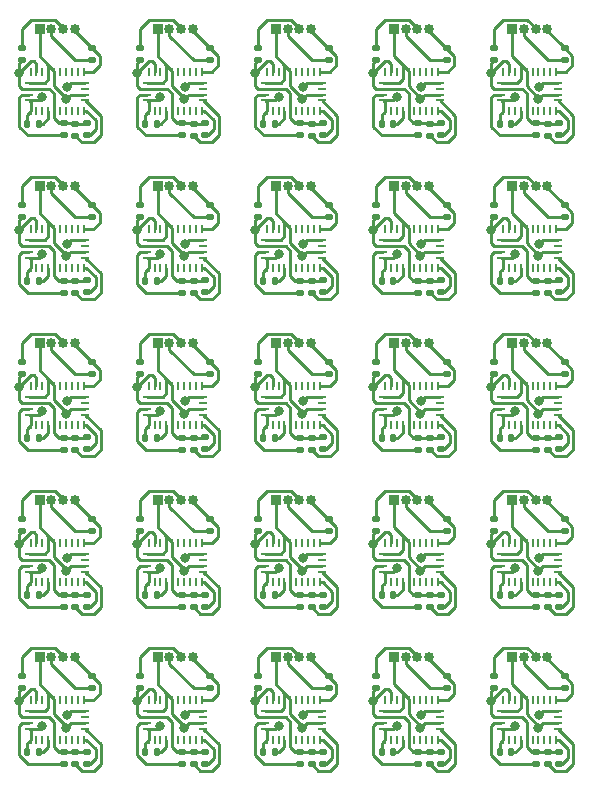
<source format=gtl>
%TF.GenerationSoftware,KiCad,Pcbnew,7.0.5-1.fc38*%
%TF.CreationDate,2023-07-07T14:18:13-04:00*%
%TF.ProjectId,bno085-i2c-board-v3-square-panel,626e6f30-3835-42d6-9932-632d626f6172,rev?*%
%TF.SameCoordinates,Original*%
%TF.FileFunction,Copper,L1,Top*%
%TF.FilePolarity,Positive*%
%FSLAX46Y46*%
G04 Gerber Fmt 4.6, Leading zero omitted, Abs format (unit mm)*
G04 Created by KiCad (PCBNEW 7.0.5-1.fc38) date 2023-07-07 14:18:13*
%MOMM*%
%LPD*%
G01*
G04 APERTURE LIST*
G04 Aperture macros list*
%AMRoundRect*
0 Rectangle with rounded corners*
0 $1 Rounding radius*
0 $2 $3 $4 $5 $6 $7 $8 $9 X,Y pos of 4 corners*
0 Add a 4 corners polygon primitive as box body*
4,1,4,$2,$3,$4,$5,$6,$7,$8,$9,$2,$3,0*
0 Add four circle primitives for the rounded corners*
1,1,$1+$1,$2,$3*
1,1,$1+$1,$4,$5*
1,1,$1+$1,$6,$7*
1,1,$1+$1,$8,$9*
0 Add four rect primitives between the rounded corners*
20,1,$1+$1,$2,$3,$4,$5,0*
20,1,$1+$1,$4,$5,$6,$7,0*
20,1,$1+$1,$6,$7,$8,$9,0*
20,1,$1+$1,$8,$9,$2,$3,0*%
G04 Aperture macros list end*
%TA.AperFunction,SMDPad,CuDef*%
%ADD10RoundRect,0.135000X-0.185000X0.135000X-0.185000X-0.135000X0.185000X-0.135000X0.185000X0.135000X0*%
%TD*%
%TA.AperFunction,SMDPad,CuDef*%
%ADD11RoundRect,0.140000X0.140000X0.170000X-0.140000X0.170000X-0.140000X-0.170000X0.140000X-0.170000X0*%
%TD*%
%TA.AperFunction,ComponentPad*%
%ADD12R,0.850000X0.850000*%
%TD*%
%TA.AperFunction,ComponentPad*%
%ADD13O,0.850000X0.850000*%
%TD*%
%TA.AperFunction,SMDPad,CuDef*%
%ADD14RoundRect,0.135000X0.185000X-0.135000X0.185000X0.135000X-0.185000X0.135000X-0.185000X-0.135000X0*%
%TD*%
%TA.AperFunction,SMDPad,CuDef*%
%ADD15R,0.254000X0.675000*%
%TD*%
%TA.AperFunction,SMDPad,CuDef*%
%ADD16R,0.675000X0.254000*%
%TD*%
%TA.AperFunction,ViaPad*%
%ADD17C,0.800000*%
%TD*%
%TA.AperFunction,Conductor*%
%ADD18C,0.250000*%
%TD*%
G04 APERTURE END LIST*
D10*
%TO.P,R4,1*%
%TO.N,Board_10-Net-(J5-Pin_4)*%
X131379924Y-56390678D03*
%TO.P,R4,2*%
%TO.N,Board_10-+3.3V*%
X131379924Y-57410678D03*
%TD*%
D11*
%TO.P,C1,1*%
%TO.N,Board_5-Net-(U1-CAP)*%
X126822887Y-49506451D03*
%TO.P,C1,2*%
%TO.N,Board_5-GND*%
X125862887Y-49506451D03*
%TD*%
%TO.P,C1,1*%
%TO.N,Board_0-Net-(U1-CAP)*%
X126822887Y-36206451D03*
%TO.P,C1,2*%
%TO.N,Board_0-GND*%
X125862887Y-36206451D03*
%TD*%
D10*
%TO.P,R1,1*%
%TO.N,Board_2-+3.3V*%
X150925001Y-36169619D03*
%TO.P,R1,2*%
%TO.N,Board_2-Net-(U1-ENV_SCL)*%
X150925001Y-37189619D03*
%TD*%
D12*
%TO.P,J5,1,Pin_1*%
%TO.N,Board_6-GND*%
X136909337Y-41470000D03*
D13*
%TO.P,J5,2,Pin_2*%
%TO.N,Board_6-+3.3V*%
X137909337Y-41470000D03*
%TO.P,J5,3,Pin_3*%
%TO.N,Board_6-Net-(J5-Pin_3)*%
X138909337Y-41470000D03*
%TO.P,J5,4,Pin_4*%
%TO.N,Board_6-Net-(J5-Pin_4)*%
X139909337Y-41470000D03*
%TD*%
D14*
%TO.P,R2,1*%
%TO.N,Board_24-Net-(U1-ENV_SDA)*%
X169950850Y-90414177D03*
%TO.P,R2,2*%
%TO.N,Board_24-+3.3V*%
X169950850Y-89394177D03*
%TD*%
%TO.P,R5,1*%
%TO.N,Board_3-+3.3V*%
X155415173Y-30787101D03*
%TO.P,R5,2*%
%TO.N,Board_3-Net-(J5-Pin_3)*%
X155415173Y-29767101D03*
%TD*%
D15*
%TO.P,U1,1,RESV_NC*%
%TO.N,Board_18-unconnected-(U1-RESV_NC-Pad1)*%
X156150000Y-71725000D03*
D16*
%TO.P,U1,2,GND*%
%TO.N,Board_18-GND*%
X156012500Y-72637500D03*
%TO.P,U1,3,VDD*%
%TO.N,Board_18-+3.3V*%
X156012500Y-73137500D03*
%TO.P,U1,4,BOOTN*%
%TO.N,Board_18-Net-(U1-BOOTN)*%
X156012500Y-73637500D03*
%TO.P,U1,5,PS1*%
%TO.N,Board_18-GND*%
X156012500Y-74137500D03*
D15*
%TO.P,U1,6,PS0/WAKE*%
X156150000Y-75050000D03*
%TO.P,U1,7,RESV_NC*%
%TO.N,Board_18-unconnected-(U1-RESV_NC-Pad7)*%
X156650000Y-75050000D03*
%TO.P,U1,8,RESV_NC*%
%TO.N,Board_18-unconnected-(U1-RESV_NC-Pad8)*%
X157150000Y-75050000D03*
%TO.P,U1,9,CAP*%
%TO.N,Board_18-Net-(U1-CAP)*%
X157650000Y-75050000D03*
%TO.P,U1,10,CLKSEL0*%
%TO.N,Board_18-+3.3V*%
X158150000Y-75050000D03*
%TO.P,U1,11,NRST*%
%TO.N,Board_18-unconnected-(U1-NRST-Pad11)*%
X158650000Y-75050000D03*
%TO.P,U1,12,RESV_NC*%
%TO.N,Board_18-unconnected-(U1-RESV_NC-Pad12)*%
X159150000Y-75050000D03*
%TO.P,U1,13,RESV_NC*%
%TO.N,Board_18-unconnected-(U1-RESV_NC-Pad13)*%
X159650000Y-75050000D03*
%TO.P,U1,14,H_INTN*%
%TO.N,Board_18-unconnected-(U1-H_INTN-Pad14)*%
X160150000Y-75050000D03*
%TO.P,U1,15,ENV_SCL*%
%TO.N,Board_18-Net-(U1-ENV_SCL)*%
X160650000Y-75050000D03*
D16*
%TO.P,U1,16,ENV_SDA*%
%TO.N,Board_18-Net-(U1-ENV_SDA)*%
X160787500Y-74137500D03*
%TO.P,U1,17,SA0/H_MOSI*%
%TO.N,Board_18-GND*%
X160787500Y-73637500D03*
%TO.P,U1,18,H_CSN*%
%TO.N,Board_18-unconnected-(U1-H_CSN-Pad18)*%
X160787500Y-73137500D03*
%TO.P,U1,19,H_SCL/SCK/RX*%
%TO.N,Board_18-Net-(J5-Pin_3)*%
X160787500Y-72637500D03*
D15*
%TO.P,U1,20,H_SDA/H_MISO/TX*%
%TO.N,Board_18-Net-(J5-Pin_4)*%
X160650000Y-71725000D03*
%TO.P,U1,21,RESV_NC*%
%TO.N,Board_18-unconnected-(U1-RESV_NC-Pad21)*%
X160150000Y-71725000D03*
%TO.P,U1,22,RESV_NC*%
%TO.N,Board_18-unconnected-(U1-RESV_NC-Pad22)*%
X159650000Y-71725000D03*
%TO.P,U1,23,RESV_NC*%
%TO.N,Board_18-unconnected-(U1-RESV_NC-Pad23)*%
X159150000Y-71725000D03*
%TO.P,U1,24,RESV_NC*%
%TO.N,Board_18-unconnected-(U1-RESV_NC-Pad24)*%
X158650000Y-71725000D03*
%TO.P,U1,25,GNDIO*%
%TO.N,Board_18-GND*%
X158150000Y-71725000D03*
%TO.P,U1,26,XOUT32/CLKSEL1*%
X157650000Y-71725000D03*
%TO.P,U1,27,XIN32*%
%TO.N,Board_18-unconnected-(U1-XIN32-Pad27)*%
X157150000Y-71725000D03*
%TO.P,U1,28,VDDIO*%
%TO.N,Board_18-+3.3V*%
X156650000Y-71725000D03*
%TD*%
D11*
%TO.P,C1,1*%
%TO.N,Board_16-Net-(U1-CAP)*%
X136822887Y-76106451D03*
%TO.P,C1,2*%
%TO.N,Board_16-GND*%
X135862887Y-76106451D03*
%TD*%
D10*
%TO.P,R1,1*%
%TO.N,Board_19-+3.3V*%
X170925001Y-76069619D03*
%TO.P,R1,2*%
%TO.N,Board_19-Net-(U1-ENV_SCL)*%
X170925001Y-77089619D03*
%TD*%
D14*
%TO.P,R5,1*%
%TO.N,Board_22-+3.3V*%
X145415173Y-83987101D03*
%TO.P,R5,2*%
%TO.N,Board_22-Net-(J5-Pin_3)*%
X145415173Y-82967101D03*
%TD*%
D10*
%TO.P,R4,1*%
%TO.N,Board_0-Net-(J5-Pin_4)*%
X131379924Y-29790678D03*
%TO.P,R4,2*%
%TO.N,Board_0-+3.3V*%
X131379924Y-30810678D03*
%TD*%
D15*
%TO.P,U1,1,RESV_NC*%
%TO.N,Board_6-unconnected-(U1-RESV_NC-Pad1)*%
X136150000Y-45125000D03*
D16*
%TO.P,U1,2,GND*%
%TO.N,Board_6-GND*%
X136012500Y-46037500D03*
%TO.P,U1,3,VDD*%
%TO.N,Board_6-+3.3V*%
X136012500Y-46537500D03*
%TO.P,U1,4,BOOTN*%
%TO.N,Board_6-Net-(U1-BOOTN)*%
X136012500Y-47037500D03*
%TO.P,U1,5,PS1*%
%TO.N,Board_6-GND*%
X136012500Y-47537500D03*
D15*
%TO.P,U1,6,PS0/WAKE*%
X136150000Y-48450000D03*
%TO.P,U1,7,RESV_NC*%
%TO.N,Board_6-unconnected-(U1-RESV_NC-Pad7)*%
X136650000Y-48450000D03*
%TO.P,U1,8,RESV_NC*%
%TO.N,Board_6-unconnected-(U1-RESV_NC-Pad8)*%
X137150000Y-48450000D03*
%TO.P,U1,9,CAP*%
%TO.N,Board_6-Net-(U1-CAP)*%
X137650000Y-48450000D03*
%TO.P,U1,10,CLKSEL0*%
%TO.N,Board_6-+3.3V*%
X138150000Y-48450000D03*
%TO.P,U1,11,NRST*%
%TO.N,Board_6-unconnected-(U1-NRST-Pad11)*%
X138650000Y-48450000D03*
%TO.P,U1,12,RESV_NC*%
%TO.N,Board_6-unconnected-(U1-RESV_NC-Pad12)*%
X139150000Y-48450000D03*
%TO.P,U1,13,RESV_NC*%
%TO.N,Board_6-unconnected-(U1-RESV_NC-Pad13)*%
X139650000Y-48450000D03*
%TO.P,U1,14,H_INTN*%
%TO.N,Board_6-unconnected-(U1-H_INTN-Pad14)*%
X140150000Y-48450000D03*
%TO.P,U1,15,ENV_SCL*%
%TO.N,Board_6-Net-(U1-ENV_SCL)*%
X140650000Y-48450000D03*
D16*
%TO.P,U1,16,ENV_SDA*%
%TO.N,Board_6-Net-(U1-ENV_SDA)*%
X140787500Y-47537500D03*
%TO.P,U1,17,SA0/H_MOSI*%
%TO.N,Board_6-GND*%
X140787500Y-47037500D03*
%TO.P,U1,18,H_CSN*%
%TO.N,Board_6-unconnected-(U1-H_CSN-Pad18)*%
X140787500Y-46537500D03*
%TO.P,U1,19,H_SCL/SCK/RX*%
%TO.N,Board_6-Net-(J5-Pin_3)*%
X140787500Y-46037500D03*
D15*
%TO.P,U1,20,H_SDA/H_MISO/TX*%
%TO.N,Board_6-Net-(J5-Pin_4)*%
X140650000Y-45125000D03*
%TO.P,U1,21,RESV_NC*%
%TO.N,Board_6-unconnected-(U1-RESV_NC-Pad21)*%
X140150000Y-45125000D03*
%TO.P,U1,22,RESV_NC*%
%TO.N,Board_6-unconnected-(U1-RESV_NC-Pad22)*%
X139650000Y-45125000D03*
%TO.P,U1,23,RESV_NC*%
%TO.N,Board_6-unconnected-(U1-RESV_NC-Pad23)*%
X139150000Y-45125000D03*
%TO.P,U1,24,RESV_NC*%
%TO.N,Board_6-unconnected-(U1-RESV_NC-Pad24)*%
X138650000Y-45125000D03*
%TO.P,U1,25,GNDIO*%
%TO.N,Board_6-GND*%
X138150000Y-45125000D03*
%TO.P,U1,26,XOUT32/CLKSEL1*%
X137650000Y-45125000D03*
%TO.P,U1,27,XIN32*%
%TO.N,Board_6-unconnected-(U1-XIN32-Pad27)*%
X137150000Y-45125000D03*
%TO.P,U1,28,VDDIO*%
%TO.N,Board_6-+3.3V*%
X136650000Y-45125000D03*
%TD*%
D11*
%TO.P,C1,1*%
%TO.N,Board_4-Net-(U1-CAP)*%
X166822887Y-36206451D03*
%TO.P,C1,2*%
%TO.N,Board_4-GND*%
X165862887Y-36206451D03*
%TD*%
%TO.P,C1,1*%
%TO.N,Board_21-Net-(U1-CAP)*%
X136822887Y-89406451D03*
%TO.P,C1,2*%
%TO.N,Board_21-GND*%
X135862887Y-89406451D03*
%TD*%
D15*
%TO.P,U1,1,RESV_NC*%
%TO.N,Board_1-unconnected-(U1-RESV_NC-Pad1)*%
X136150000Y-31825000D03*
D16*
%TO.P,U1,2,GND*%
%TO.N,Board_1-GND*%
X136012500Y-32737500D03*
%TO.P,U1,3,VDD*%
%TO.N,Board_1-+3.3V*%
X136012500Y-33237500D03*
%TO.P,U1,4,BOOTN*%
%TO.N,Board_1-Net-(U1-BOOTN)*%
X136012500Y-33737500D03*
%TO.P,U1,5,PS1*%
%TO.N,Board_1-GND*%
X136012500Y-34237500D03*
D15*
%TO.P,U1,6,PS0/WAKE*%
X136150000Y-35150000D03*
%TO.P,U1,7,RESV_NC*%
%TO.N,Board_1-unconnected-(U1-RESV_NC-Pad7)*%
X136650000Y-35150000D03*
%TO.P,U1,8,RESV_NC*%
%TO.N,Board_1-unconnected-(U1-RESV_NC-Pad8)*%
X137150000Y-35150000D03*
%TO.P,U1,9,CAP*%
%TO.N,Board_1-Net-(U1-CAP)*%
X137650000Y-35150000D03*
%TO.P,U1,10,CLKSEL0*%
%TO.N,Board_1-+3.3V*%
X138150000Y-35150000D03*
%TO.P,U1,11,NRST*%
%TO.N,Board_1-unconnected-(U1-NRST-Pad11)*%
X138650000Y-35150000D03*
%TO.P,U1,12,RESV_NC*%
%TO.N,Board_1-unconnected-(U1-RESV_NC-Pad12)*%
X139150000Y-35150000D03*
%TO.P,U1,13,RESV_NC*%
%TO.N,Board_1-unconnected-(U1-RESV_NC-Pad13)*%
X139650000Y-35150000D03*
%TO.P,U1,14,H_INTN*%
%TO.N,Board_1-unconnected-(U1-H_INTN-Pad14)*%
X140150000Y-35150000D03*
%TO.P,U1,15,ENV_SCL*%
%TO.N,Board_1-Net-(U1-ENV_SCL)*%
X140650000Y-35150000D03*
D16*
%TO.P,U1,16,ENV_SDA*%
%TO.N,Board_1-Net-(U1-ENV_SDA)*%
X140787500Y-34237500D03*
%TO.P,U1,17,SA0/H_MOSI*%
%TO.N,Board_1-GND*%
X140787500Y-33737500D03*
%TO.P,U1,18,H_CSN*%
%TO.N,Board_1-unconnected-(U1-H_CSN-Pad18)*%
X140787500Y-33237500D03*
%TO.P,U1,19,H_SCL/SCK/RX*%
%TO.N,Board_1-Net-(J5-Pin_3)*%
X140787500Y-32737500D03*
D15*
%TO.P,U1,20,H_SDA/H_MISO/TX*%
%TO.N,Board_1-Net-(J5-Pin_4)*%
X140650000Y-31825000D03*
%TO.P,U1,21,RESV_NC*%
%TO.N,Board_1-unconnected-(U1-RESV_NC-Pad21)*%
X140150000Y-31825000D03*
%TO.P,U1,22,RESV_NC*%
%TO.N,Board_1-unconnected-(U1-RESV_NC-Pad22)*%
X139650000Y-31825000D03*
%TO.P,U1,23,RESV_NC*%
%TO.N,Board_1-unconnected-(U1-RESV_NC-Pad23)*%
X139150000Y-31825000D03*
%TO.P,U1,24,RESV_NC*%
%TO.N,Board_1-unconnected-(U1-RESV_NC-Pad24)*%
X138650000Y-31825000D03*
%TO.P,U1,25,GNDIO*%
%TO.N,Board_1-GND*%
X138150000Y-31825000D03*
%TO.P,U1,26,XOUT32/CLKSEL1*%
X137650000Y-31825000D03*
%TO.P,U1,27,XIN32*%
%TO.N,Board_1-unconnected-(U1-XIN32-Pad27)*%
X137150000Y-31825000D03*
%TO.P,U1,28,VDDIO*%
%TO.N,Board_1-+3.3V*%
X136650000Y-31825000D03*
%TD*%
D10*
%TO.P,R1,1*%
%TO.N,Board_9-+3.3V*%
X170925001Y-49469619D03*
%TO.P,R1,2*%
%TO.N,Board_9-Net-(U1-ENV_SCL)*%
X170925001Y-50489619D03*
%TD*%
D14*
%TO.P,R3,1*%
%TO.N,Board_18-Net-(U1-BOOTN)*%
X158984885Y-77105991D03*
%TO.P,R3,2*%
%TO.N,Board_18-+3.3V*%
X158984885Y-76085991D03*
%TD*%
%TO.P,R5,1*%
%TO.N,Board_15-+3.3V*%
X125415173Y-70687101D03*
%TO.P,R5,2*%
%TO.N,Board_15-Net-(J5-Pin_3)*%
X125415173Y-69667101D03*
%TD*%
D12*
%TO.P,J5,1,Pin_1*%
%TO.N,Board_10-GND*%
X126909337Y-54770000D03*
D13*
%TO.P,J5,2,Pin_2*%
%TO.N,Board_10-+3.3V*%
X127909337Y-54770000D03*
%TO.P,J5,3,Pin_3*%
%TO.N,Board_10-Net-(J5-Pin_3)*%
X128909337Y-54770000D03*
%TO.P,J5,4,Pin_4*%
%TO.N,Board_10-Net-(J5-Pin_4)*%
X129909337Y-54770000D03*
%TD*%
D11*
%TO.P,C1,1*%
%TO.N,Board_19-Net-(U1-CAP)*%
X166822887Y-76106451D03*
%TO.P,C1,2*%
%TO.N,Board_19-GND*%
X165862887Y-76106451D03*
%TD*%
D15*
%TO.P,U1,1,RESV_NC*%
%TO.N,Board_2-unconnected-(U1-RESV_NC-Pad1)*%
X146150000Y-31825000D03*
D16*
%TO.P,U1,2,GND*%
%TO.N,Board_2-GND*%
X146012500Y-32737500D03*
%TO.P,U1,3,VDD*%
%TO.N,Board_2-+3.3V*%
X146012500Y-33237500D03*
%TO.P,U1,4,BOOTN*%
%TO.N,Board_2-Net-(U1-BOOTN)*%
X146012500Y-33737500D03*
%TO.P,U1,5,PS1*%
%TO.N,Board_2-GND*%
X146012500Y-34237500D03*
D15*
%TO.P,U1,6,PS0/WAKE*%
X146150000Y-35150000D03*
%TO.P,U1,7,RESV_NC*%
%TO.N,Board_2-unconnected-(U1-RESV_NC-Pad7)*%
X146650000Y-35150000D03*
%TO.P,U1,8,RESV_NC*%
%TO.N,Board_2-unconnected-(U1-RESV_NC-Pad8)*%
X147150000Y-35150000D03*
%TO.P,U1,9,CAP*%
%TO.N,Board_2-Net-(U1-CAP)*%
X147650000Y-35150000D03*
%TO.P,U1,10,CLKSEL0*%
%TO.N,Board_2-+3.3V*%
X148150000Y-35150000D03*
%TO.P,U1,11,NRST*%
%TO.N,Board_2-unconnected-(U1-NRST-Pad11)*%
X148650000Y-35150000D03*
%TO.P,U1,12,RESV_NC*%
%TO.N,Board_2-unconnected-(U1-RESV_NC-Pad12)*%
X149150000Y-35150000D03*
%TO.P,U1,13,RESV_NC*%
%TO.N,Board_2-unconnected-(U1-RESV_NC-Pad13)*%
X149650000Y-35150000D03*
%TO.P,U1,14,H_INTN*%
%TO.N,Board_2-unconnected-(U1-H_INTN-Pad14)*%
X150150000Y-35150000D03*
%TO.P,U1,15,ENV_SCL*%
%TO.N,Board_2-Net-(U1-ENV_SCL)*%
X150650000Y-35150000D03*
D16*
%TO.P,U1,16,ENV_SDA*%
%TO.N,Board_2-Net-(U1-ENV_SDA)*%
X150787500Y-34237500D03*
%TO.P,U1,17,SA0/H_MOSI*%
%TO.N,Board_2-GND*%
X150787500Y-33737500D03*
%TO.P,U1,18,H_CSN*%
%TO.N,Board_2-unconnected-(U1-H_CSN-Pad18)*%
X150787500Y-33237500D03*
%TO.P,U1,19,H_SCL/SCK/RX*%
%TO.N,Board_2-Net-(J5-Pin_3)*%
X150787500Y-32737500D03*
D15*
%TO.P,U1,20,H_SDA/H_MISO/TX*%
%TO.N,Board_2-Net-(J5-Pin_4)*%
X150650000Y-31825000D03*
%TO.P,U1,21,RESV_NC*%
%TO.N,Board_2-unconnected-(U1-RESV_NC-Pad21)*%
X150150000Y-31825000D03*
%TO.P,U1,22,RESV_NC*%
%TO.N,Board_2-unconnected-(U1-RESV_NC-Pad22)*%
X149650000Y-31825000D03*
%TO.P,U1,23,RESV_NC*%
%TO.N,Board_2-unconnected-(U1-RESV_NC-Pad23)*%
X149150000Y-31825000D03*
%TO.P,U1,24,RESV_NC*%
%TO.N,Board_2-unconnected-(U1-RESV_NC-Pad24)*%
X148650000Y-31825000D03*
%TO.P,U1,25,GNDIO*%
%TO.N,Board_2-GND*%
X148150000Y-31825000D03*
%TO.P,U1,26,XOUT32/CLKSEL1*%
X147650000Y-31825000D03*
%TO.P,U1,27,XIN32*%
%TO.N,Board_2-unconnected-(U1-XIN32-Pad27)*%
X147150000Y-31825000D03*
%TO.P,U1,28,VDDIO*%
%TO.N,Board_2-+3.3V*%
X146650000Y-31825000D03*
%TD*%
D10*
%TO.P,R1,1*%
%TO.N,Board_0-+3.3V*%
X130925001Y-36169619D03*
%TO.P,R1,2*%
%TO.N,Board_0-Net-(U1-ENV_SCL)*%
X130925001Y-37189619D03*
%TD*%
D14*
%TO.P,R2,1*%
%TO.N,Board_5-Net-(U1-ENV_SDA)*%
X129950850Y-50514177D03*
%TO.P,R2,2*%
%TO.N,Board_5-+3.3V*%
X129950850Y-49494177D03*
%TD*%
D12*
%TO.P,J5,1,Pin_1*%
%TO.N,Board_1-GND*%
X136909337Y-28170000D03*
D13*
%TO.P,J5,2,Pin_2*%
%TO.N,Board_1-+3.3V*%
X137909337Y-28170000D03*
%TO.P,J5,3,Pin_3*%
%TO.N,Board_1-Net-(J5-Pin_3)*%
X138909337Y-28170000D03*
%TO.P,J5,4,Pin_4*%
%TO.N,Board_1-Net-(J5-Pin_4)*%
X139909337Y-28170000D03*
%TD*%
D14*
%TO.P,R5,1*%
%TO.N,Board_12-+3.3V*%
X145415173Y-57387101D03*
%TO.P,R5,2*%
%TO.N,Board_12-Net-(J5-Pin_3)*%
X145415173Y-56367101D03*
%TD*%
D10*
%TO.P,R1,1*%
%TO.N,Board_12-+3.3V*%
X150925001Y-62769619D03*
%TO.P,R1,2*%
%TO.N,Board_12-Net-(U1-ENV_SCL)*%
X150925001Y-63789619D03*
%TD*%
D11*
%TO.P,C1,1*%
%TO.N,Board_2-Net-(U1-CAP)*%
X146822887Y-36206451D03*
%TO.P,C1,2*%
%TO.N,Board_2-GND*%
X145862887Y-36206451D03*
%TD*%
D14*
%TO.P,R2,1*%
%TO.N,Board_9-Net-(U1-ENV_SDA)*%
X169950850Y-50514177D03*
%TO.P,R2,2*%
%TO.N,Board_9-+3.3V*%
X169950850Y-49494177D03*
%TD*%
D15*
%TO.P,U1,1,RESV_NC*%
%TO.N,Board_15-unconnected-(U1-RESV_NC-Pad1)*%
X126150000Y-71725000D03*
D16*
%TO.P,U1,2,GND*%
%TO.N,Board_15-GND*%
X126012500Y-72637500D03*
%TO.P,U1,3,VDD*%
%TO.N,Board_15-+3.3V*%
X126012500Y-73137500D03*
%TO.P,U1,4,BOOTN*%
%TO.N,Board_15-Net-(U1-BOOTN)*%
X126012500Y-73637500D03*
%TO.P,U1,5,PS1*%
%TO.N,Board_15-GND*%
X126012500Y-74137500D03*
D15*
%TO.P,U1,6,PS0/WAKE*%
X126150000Y-75050000D03*
%TO.P,U1,7,RESV_NC*%
%TO.N,Board_15-unconnected-(U1-RESV_NC-Pad7)*%
X126650000Y-75050000D03*
%TO.P,U1,8,RESV_NC*%
%TO.N,Board_15-unconnected-(U1-RESV_NC-Pad8)*%
X127150000Y-75050000D03*
%TO.P,U1,9,CAP*%
%TO.N,Board_15-Net-(U1-CAP)*%
X127650000Y-75050000D03*
%TO.P,U1,10,CLKSEL0*%
%TO.N,Board_15-+3.3V*%
X128150000Y-75050000D03*
%TO.P,U1,11,NRST*%
%TO.N,Board_15-unconnected-(U1-NRST-Pad11)*%
X128650000Y-75050000D03*
%TO.P,U1,12,RESV_NC*%
%TO.N,Board_15-unconnected-(U1-RESV_NC-Pad12)*%
X129150000Y-75050000D03*
%TO.P,U1,13,RESV_NC*%
%TO.N,Board_15-unconnected-(U1-RESV_NC-Pad13)*%
X129650000Y-75050000D03*
%TO.P,U1,14,H_INTN*%
%TO.N,Board_15-unconnected-(U1-H_INTN-Pad14)*%
X130150000Y-75050000D03*
%TO.P,U1,15,ENV_SCL*%
%TO.N,Board_15-Net-(U1-ENV_SCL)*%
X130650000Y-75050000D03*
D16*
%TO.P,U1,16,ENV_SDA*%
%TO.N,Board_15-Net-(U1-ENV_SDA)*%
X130787500Y-74137500D03*
%TO.P,U1,17,SA0/H_MOSI*%
%TO.N,Board_15-GND*%
X130787500Y-73637500D03*
%TO.P,U1,18,H_CSN*%
%TO.N,Board_15-unconnected-(U1-H_CSN-Pad18)*%
X130787500Y-73137500D03*
%TO.P,U1,19,H_SCL/SCK/RX*%
%TO.N,Board_15-Net-(J5-Pin_3)*%
X130787500Y-72637500D03*
D15*
%TO.P,U1,20,H_SDA/H_MISO/TX*%
%TO.N,Board_15-Net-(J5-Pin_4)*%
X130650000Y-71725000D03*
%TO.P,U1,21,RESV_NC*%
%TO.N,Board_15-unconnected-(U1-RESV_NC-Pad21)*%
X130150000Y-71725000D03*
%TO.P,U1,22,RESV_NC*%
%TO.N,Board_15-unconnected-(U1-RESV_NC-Pad22)*%
X129650000Y-71725000D03*
%TO.P,U1,23,RESV_NC*%
%TO.N,Board_15-unconnected-(U1-RESV_NC-Pad23)*%
X129150000Y-71725000D03*
%TO.P,U1,24,RESV_NC*%
%TO.N,Board_15-unconnected-(U1-RESV_NC-Pad24)*%
X128650000Y-71725000D03*
%TO.P,U1,25,GNDIO*%
%TO.N,Board_15-GND*%
X128150000Y-71725000D03*
%TO.P,U1,26,XOUT32/CLKSEL1*%
X127650000Y-71725000D03*
%TO.P,U1,27,XIN32*%
%TO.N,Board_15-unconnected-(U1-XIN32-Pad27)*%
X127150000Y-71725000D03*
%TO.P,U1,28,VDDIO*%
%TO.N,Board_15-+3.3V*%
X126650000Y-71725000D03*
%TD*%
D14*
%TO.P,R2,1*%
%TO.N,Board_14-Net-(U1-ENV_SDA)*%
X169950850Y-63814177D03*
%TO.P,R2,2*%
%TO.N,Board_14-+3.3V*%
X169950850Y-62794177D03*
%TD*%
D11*
%TO.P,C1,1*%
%TO.N,Board_7-Net-(U1-CAP)*%
X146822887Y-49506451D03*
%TO.P,C1,2*%
%TO.N,Board_7-GND*%
X145862887Y-49506451D03*
%TD*%
D10*
%TO.P,R4,1*%
%TO.N,Board_20-Net-(J5-Pin_4)*%
X131379924Y-82990678D03*
%TO.P,R4,2*%
%TO.N,Board_20-+3.3V*%
X131379924Y-84010678D03*
%TD*%
D14*
%TO.P,R3,1*%
%TO.N,Board_7-Net-(U1-BOOTN)*%
X148984885Y-50505991D03*
%TO.P,R3,2*%
%TO.N,Board_7-+3.3V*%
X148984885Y-49485991D03*
%TD*%
D10*
%TO.P,R1,1*%
%TO.N,Board_7-+3.3V*%
X150925001Y-49469619D03*
%TO.P,R1,2*%
%TO.N,Board_7-Net-(U1-ENV_SCL)*%
X150925001Y-50489619D03*
%TD*%
D14*
%TO.P,R3,1*%
%TO.N,Board_14-Net-(U1-BOOTN)*%
X168984885Y-63805991D03*
%TO.P,R3,2*%
%TO.N,Board_14-+3.3V*%
X168984885Y-62785991D03*
%TD*%
%TO.P,R3,1*%
%TO.N,Board_8-Net-(U1-BOOTN)*%
X158984885Y-50505991D03*
%TO.P,R3,2*%
%TO.N,Board_8-+3.3V*%
X158984885Y-49485991D03*
%TD*%
D10*
%TO.P,R1,1*%
%TO.N,Board_22-+3.3V*%
X150925001Y-89369619D03*
%TO.P,R1,2*%
%TO.N,Board_22-Net-(U1-ENV_SCL)*%
X150925001Y-90389619D03*
%TD*%
D14*
%TO.P,R2,1*%
%TO.N,Board_21-Net-(U1-ENV_SDA)*%
X139950850Y-90414177D03*
%TO.P,R2,2*%
%TO.N,Board_21-+3.3V*%
X139950850Y-89394177D03*
%TD*%
D15*
%TO.P,U1,1,RESV_NC*%
%TO.N,Board_22-unconnected-(U1-RESV_NC-Pad1)*%
X146150000Y-85025000D03*
D16*
%TO.P,U1,2,GND*%
%TO.N,Board_22-GND*%
X146012500Y-85937500D03*
%TO.P,U1,3,VDD*%
%TO.N,Board_22-+3.3V*%
X146012500Y-86437500D03*
%TO.P,U1,4,BOOTN*%
%TO.N,Board_22-Net-(U1-BOOTN)*%
X146012500Y-86937500D03*
%TO.P,U1,5,PS1*%
%TO.N,Board_22-GND*%
X146012500Y-87437500D03*
D15*
%TO.P,U1,6,PS0/WAKE*%
X146150000Y-88350000D03*
%TO.P,U1,7,RESV_NC*%
%TO.N,Board_22-unconnected-(U1-RESV_NC-Pad7)*%
X146650000Y-88350000D03*
%TO.P,U1,8,RESV_NC*%
%TO.N,Board_22-unconnected-(U1-RESV_NC-Pad8)*%
X147150000Y-88350000D03*
%TO.P,U1,9,CAP*%
%TO.N,Board_22-Net-(U1-CAP)*%
X147650000Y-88350000D03*
%TO.P,U1,10,CLKSEL0*%
%TO.N,Board_22-+3.3V*%
X148150000Y-88350000D03*
%TO.P,U1,11,NRST*%
%TO.N,Board_22-unconnected-(U1-NRST-Pad11)*%
X148650000Y-88350000D03*
%TO.P,U1,12,RESV_NC*%
%TO.N,Board_22-unconnected-(U1-RESV_NC-Pad12)*%
X149150000Y-88350000D03*
%TO.P,U1,13,RESV_NC*%
%TO.N,Board_22-unconnected-(U1-RESV_NC-Pad13)*%
X149650000Y-88350000D03*
%TO.P,U1,14,H_INTN*%
%TO.N,Board_22-unconnected-(U1-H_INTN-Pad14)*%
X150150000Y-88350000D03*
%TO.P,U1,15,ENV_SCL*%
%TO.N,Board_22-Net-(U1-ENV_SCL)*%
X150650000Y-88350000D03*
D16*
%TO.P,U1,16,ENV_SDA*%
%TO.N,Board_22-Net-(U1-ENV_SDA)*%
X150787500Y-87437500D03*
%TO.P,U1,17,SA0/H_MOSI*%
%TO.N,Board_22-GND*%
X150787500Y-86937500D03*
%TO.P,U1,18,H_CSN*%
%TO.N,Board_22-unconnected-(U1-H_CSN-Pad18)*%
X150787500Y-86437500D03*
%TO.P,U1,19,H_SCL/SCK/RX*%
%TO.N,Board_22-Net-(J5-Pin_3)*%
X150787500Y-85937500D03*
D15*
%TO.P,U1,20,H_SDA/H_MISO/TX*%
%TO.N,Board_22-Net-(J5-Pin_4)*%
X150650000Y-85025000D03*
%TO.P,U1,21,RESV_NC*%
%TO.N,Board_22-unconnected-(U1-RESV_NC-Pad21)*%
X150150000Y-85025000D03*
%TO.P,U1,22,RESV_NC*%
%TO.N,Board_22-unconnected-(U1-RESV_NC-Pad22)*%
X149650000Y-85025000D03*
%TO.P,U1,23,RESV_NC*%
%TO.N,Board_22-unconnected-(U1-RESV_NC-Pad23)*%
X149150000Y-85025000D03*
%TO.P,U1,24,RESV_NC*%
%TO.N,Board_22-unconnected-(U1-RESV_NC-Pad24)*%
X148650000Y-85025000D03*
%TO.P,U1,25,GNDIO*%
%TO.N,Board_22-GND*%
X148150000Y-85025000D03*
%TO.P,U1,26,XOUT32/CLKSEL1*%
X147650000Y-85025000D03*
%TO.P,U1,27,XIN32*%
%TO.N,Board_22-unconnected-(U1-XIN32-Pad27)*%
X147150000Y-85025000D03*
%TO.P,U1,28,VDDIO*%
%TO.N,Board_22-+3.3V*%
X146650000Y-85025000D03*
%TD*%
D10*
%TO.P,R4,1*%
%TO.N,Board_22-Net-(J5-Pin_4)*%
X151379924Y-82990678D03*
%TO.P,R4,2*%
%TO.N,Board_22-+3.3V*%
X151379924Y-84010678D03*
%TD*%
D12*
%TO.P,J5,1,Pin_1*%
%TO.N,Board_21-GND*%
X136909337Y-81370000D03*
D13*
%TO.P,J5,2,Pin_2*%
%TO.N,Board_21-+3.3V*%
X137909337Y-81370000D03*
%TO.P,J5,3,Pin_3*%
%TO.N,Board_21-Net-(J5-Pin_3)*%
X138909337Y-81370000D03*
%TO.P,J5,4,Pin_4*%
%TO.N,Board_21-Net-(J5-Pin_4)*%
X139909337Y-81370000D03*
%TD*%
D14*
%TO.P,R2,1*%
%TO.N,Board_6-Net-(U1-ENV_SDA)*%
X139950850Y-50514177D03*
%TO.P,R2,2*%
%TO.N,Board_6-+3.3V*%
X139950850Y-49494177D03*
%TD*%
D10*
%TO.P,R1,1*%
%TO.N,Board_20-+3.3V*%
X130925001Y-89369619D03*
%TO.P,R1,2*%
%TO.N,Board_20-Net-(U1-ENV_SCL)*%
X130925001Y-90389619D03*
%TD*%
D14*
%TO.P,R5,1*%
%TO.N,Board_17-+3.3V*%
X145415173Y-70687101D03*
%TO.P,R5,2*%
%TO.N,Board_17-Net-(J5-Pin_3)*%
X145415173Y-69667101D03*
%TD*%
D10*
%TO.P,R4,1*%
%TO.N,Board_13-Net-(J5-Pin_4)*%
X161379924Y-56390678D03*
%TO.P,R4,2*%
%TO.N,Board_13-+3.3V*%
X161379924Y-57410678D03*
%TD*%
D14*
%TO.P,R3,1*%
%TO.N,Board_9-Net-(U1-BOOTN)*%
X168984885Y-50505991D03*
%TO.P,R3,2*%
%TO.N,Board_9-+3.3V*%
X168984885Y-49485991D03*
%TD*%
D12*
%TO.P,J5,1,Pin_1*%
%TO.N,Board_19-GND*%
X166909337Y-68070000D03*
D13*
%TO.P,J5,2,Pin_2*%
%TO.N,Board_19-+3.3V*%
X167909337Y-68070000D03*
%TO.P,J5,3,Pin_3*%
%TO.N,Board_19-Net-(J5-Pin_3)*%
X168909337Y-68070000D03*
%TO.P,J5,4,Pin_4*%
%TO.N,Board_19-Net-(J5-Pin_4)*%
X169909337Y-68070000D03*
%TD*%
D11*
%TO.P,C1,1*%
%TO.N,Board_9-Net-(U1-CAP)*%
X166822887Y-49506451D03*
%TO.P,C1,2*%
%TO.N,Board_9-GND*%
X165862887Y-49506451D03*
%TD*%
D12*
%TO.P,J5,1,Pin_1*%
%TO.N,Board_20-GND*%
X126909337Y-81370000D03*
D13*
%TO.P,J5,2,Pin_2*%
%TO.N,Board_20-+3.3V*%
X127909337Y-81370000D03*
%TO.P,J5,3,Pin_3*%
%TO.N,Board_20-Net-(J5-Pin_3)*%
X128909337Y-81370000D03*
%TO.P,J5,4,Pin_4*%
%TO.N,Board_20-Net-(J5-Pin_4)*%
X129909337Y-81370000D03*
%TD*%
D10*
%TO.P,R4,1*%
%TO.N,Board_16-Net-(J5-Pin_4)*%
X141379924Y-69690678D03*
%TO.P,R4,2*%
%TO.N,Board_16-+3.3V*%
X141379924Y-70710678D03*
%TD*%
D14*
%TO.P,R3,1*%
%TO.N,Board_5-Net-(U1-BOOTN)*%
X128984885Y-50505991D03*
%TO.P,R3,2*%
%TO.N,Board_5-+3.3V*%
X128984885Y-49485991D03*
%TD*%
%TO.P,R5,1*%
%TO.N,Board_8-+3.3V*%
X155415173Y-44087101D03*
%TO.P,R5,2*%
%TO.N,Board_8-Net-(J5-Pin_3)*%
X155415173Y-43067101D03*
%TD*%
%TO.P,R2,1*%
%TO.N,Board_19-Net-(U1-ENV_SDA)*%
X169950850Y-77114177D03*
%TO.P,R2,2*%
%TO.N,Board_19-+3.3V*%
X169950850Y-76094177D03*
%TD*%
D12*
%TO.P,J5,1,Pin_1*%
%TO.N,Board_11-GND*%
X136909337Y-54770000D03*
D13*
%TO.P,J5,2,Pin_2*%
%TO.N,Board_11-+3.3V*%
X137909337Y-54770000D03*
%TO.P,J5,3,Pin_3*%
%TO.N,Board_11-Net-(J5-Pin_3)*%
X138909337Y-54770000D03*
%TO.P,J5,4,Pin_4*%
%TO.N,Board_11-Net-(J5-Pin_4)*%
X139909337Y-54770000D03*
%TD*%
D14*
%TO.P,R3,1*%
%TO.N,Board_11-Net-(U1-BOOTN)*%
X138984885Y-63805991D03*
%TO.P,R3,2*%
%TO.N,Board_11-+3.3V*%
X138984885Y-62785991D03*
%TD*%
%TO.P,R3,1*%
%TO.N,Board_21-Net-(U1-BOOTN)*%
X138984885Y-90405991D03*
%TO.P,R3,2*%
%TO.N,Board_21-+3.3V*%
X138984885Y-89385991D03*
%TD*%
%TO.P,R5,1*%
%TO.N,Board_11-+3.3V*%
X135415173Y-57387101D03*
%TO.P,R5,2*%
%TO.N,Board_11-Net-(J5-Pin_3)*%
X135415173Y-56367101D03*
%TD*%
%TO.P,R5,1*%
%TO.N,Board_21-+3.3V*%
X135415173Y-83987101D03*
%TO.P,R5,2*%
%TO.N,Board_21-Net-(J5-Pin_3)*%
X135415173Y-82967101D03*
%TD*%
D10*
%TO.P,R1,1*%
%TO.N,Board_24-+3.3V*%
X170925001Y-89369619D03*
%TO.P,R1,2*%
%TO.N,Board_24-Net-(U1-ENV_SCL)*%
X170925001Y-90389619D03*
%TD*%
D14*
%TO.P,R2,1*%
%TO.N,Board_4-Net-(U1-ENV_SDA)*%
X169950850Y-37214177D03*
%TO.P,R2,2*%
%TO.N,Board_4-+3.3V*%
X169950850Y-36194177D03*
%TD*%
D10*
%TO.P,R4,1*%
%TO.N,Board_12-Net-(J5-Pin_4)*%
X151379924Y-56390678D03*
%TO.P,R4,2*%
%TO.N,Board_12-+3.3V*%
X151379924Y-57410678D03*
%TD*%
D15*
%TO.P,U1,1,RESV_NC*%
%TO.N,Board_23-unconnected-(U1-RESV_NC-Pad1)*%
X156150000Y-85025000D03*
D16*
%TO.P,U1,2,GND*%
%TO.N,Board_23-GND*%
X156012500Y-85937500D03*
%TO.P,U1,3,VDD*%
%TO.N,Board_23-+3.3V*%
X156012500Y-86437500D03*
%TO.P,U1,4,BOOTN*%
%TO.N,Board_23-Net-(U1-BOOTN)*%
X156012500Y-86937500D03*
%TO.P,U1,5,PS1*%
%TO.N,Board_23-GND*%
X156012500Y-87437500D03*
D15*
%TO.P,U1,6,PS0/WAKE*%
X156150000Y-88350000D03*
%TO.P,U1,7,RESV_NC*%
%TO.N,Board_23-unconnected-(U1-RESV_NC-Pad7)*%
X156650000Y-88350000D03*
%TO.P,U1,8,RESV_NC*%
%TO.N,Board_23-unconnected-(U1-RESV_NC-Pad8)*%
X157150000Y-88350000D03*
%TO.P,U1,9,CAP*%
%TO.N,Board_23-Net-(U1-CAP)*%
X157650000Y-88350000D03*
%TO.P,U1,10,CLKSEL0*%
%TO.N,Board_23-+3.3V*%
X158150000Y-88350000D03*
%TO.P,U1,11,NRST*%
%TO.N,Board_23-unconnected-(U1-NRST-Pad11)*%
X158650000Y-88350000D03*
%TO.P,U1,12,RESV_NC*%
%TO.N,Board_23-unconnected-(U1-RESV_NC-Pad12)*%
X159150000Y-88350000D03*
%TO.P,U1,13,RESV_NC*%
%TO.N,Board_23-unconnected-(U1-RESV_NC-Pad13)*%
X159650000Y-88350000D03*
%TO.P,U1,14,H_INTN*%
%TO.N,Board_23-unconnected-(U1-H_INTN-Pad14)*%
X160150000Y-88350000D03*
%TO.P,U1,15,ENV_SCL*%
%TO.N,Board_23-Net-(U1-ENV_SCL)*%
X160650000Y-88350000D03*
D16*
%TO.P,U1,16,ENV_SDA*%
%TO.N,Board_23-Net-(U1-ENV_SDA)*%
X160787500Y-87437500D03*
%TO.P,U1,17,SA0/H_MOSI*%
%TO.N,Board_23-GND*%
X160787500Y-86937500D03*
%TO.P,U1,18,H_CSN*%
%TO.N,Board_23-unconnected-(U1-H_CSN-Pad18)*%
X160787500Y-86437500D03*
%TO.P,U1,19,H_SCL/SCK/RX*%
%TO.N,Board_23-Net-(J5-Pin_3)*%
X160787500Y-85937500D03*
D15*
%TO.P,U1,20,H_SDA/H_MISO/TX*%
%TO.N,Board_23-Net-(J5-Pin_4)*%
X160650000Y-85025000D03*
%TO.P,U1,21,RESV_NC*%
%TO.N,Board_23-unconnected-(U1-RESV_NC-Pad21)*%
X160150000Y-85025000D03*
%TO.P,U1,22,RESV_NC*%
%TO.N,Board_23-unconnected-(U1-RESV_NC-Pad22)*%
X159650000Y-85025000D03*
%TO.P,U1,23,RESV_NC*%
%TO.N,Board_23-unconnected-(U1-RESV_NC-Pad23)*%
X159150000Y-85025000D03*
%TO.P,U1,24,RESV_NC*%
%TO.N,Board_23-unconnected-(U1-RESV_NC-Pad24)*%
X158650000Y-85025000D03*
%TO.P,U1,25,GNDIO*%
%TO.N,Board_23-GND*%
X158150000Y-85025000D03*
%TO.P,U1,26,XOUT32/CLKSEL1*%
X157650000Y-85025000D03*
%TO.P,U1,27,XIN32*%
%TO.N,Board_23-unconnected-(U1-XIN32-Pad27)*%
X157150000Y-85025000D03*
%TO.P,U1,28,VDDIO*%
%TO.N,Board_23-+3.3V*%
X156650000Y-85025000D03*
%TD*%
D14*
%TO.P,R2,1*%
%TO.N,Board_23-Net-(U1-ENV_SDA)*%
X159950850Y-90414177D03*
%TO.P,R2,2*%
%TO.N,Board_23-+3.3V*%
X159950850Y-89394177D03*
%TD*%
D12*
%TO.P,J5,1,Pin_1*%
%TO.N,Board_5-GND*%
X126909337Y-41470000D03*
D13*
%TO.P,J5,2,Pin_2*%
%TO.N,Board_5-+3.3V*%
X127909337Y-41470000D03*
%TO.P,J5,3,Pin_3*%
%TO.N,Board_5-Net-(J5-Pin_3)*%
X128909337Y-41470000D03*
%TO.P,J5,4,Pin_4*%
%TO.N,Board_5-Net-(J5-Pin_4)*%
X129909337Y-41470000D03*
%TD*%
D10*
%TO.P,R1,1*%
%TO.N,Board_3-+3.3V*%
X160925001Y-36169619D03*
%TO.P,R1,2*%
%TO.N,Board_3-Net-(U1-ENV_SCL)*%
X160925001Y-37189619D03*
%TD*%
D14*
%TO.P,R5,1*%
%TO.N,Board_14-+3.3V*%
X165415173Y-57387101D03*
%TO.P,R5,2*%
%TO.N,Board_14-Net-(J5-Pin_3)*%
X165415173Y-56367101D03*
%TD*%
D10*
%TO.P,R4,1*%
%TO.N,Board_17-Net-(J5-Pin_4)*%
X151379924Y-69690678D03*
%TO.P,R4,2*%
%TO.N,Board_17-+3.3V*%
X151379924Y-70710678D03*
%TD*%
D15*
%TO.P,U1,1,RESV_NC*%
%TO.N,Board_12-unconnected-(U1-RESV_NC-Pad1)*%
X146150000Y-58425000D03*
D16*
%TO.P,U1,2,GND*%
%TO.N,Board_12-GND*%
X146012500Y-59337500D03*
%TO.P,U1,3,VDD*%
%TO.N,Board_12-+3.3V*%
X146012500Y-59837500D03*
%TO.P,U1,4,BOOTN*%
%TO.N,Board_12-Net-(U1-BOOTN)*%
X146012500Y-60337500D03*
%TO.P,U1,5,PS1*%
%TO.N,Board_12-GND*%
X146012500Y-60837500D03*
D15*
%TO.P,U1,6,PS0/WAKE*%
X146150000Y-61750000D03*
%TO.P,U1,7,RESV_NC*%
%TO.N,Board_12-unconnected-(U1-RESV_NC-Pad7)*%
X146650000Y-61750000D03*
%TO.P,U1,8,RESV_NC*%
%TO.N,Board_12-unconnected-(U1-RESV_NC-Pad8)*%
X147150000Y-61750000D03*
%TO.P,U1,9,CAP*%
%TO.N,Board_12-Net-(U1-CAP)*%
X147650000Y-61750000D03*
%TO.P,U1,10,CLKSEL0*%
%TO.N,Board_12-+3.3V*%
X148150000Y-61750000D03*
%TO.P,U1,11,NRST*%
%TO.N,Board_12-unconnected-(U1-NRST-Pad11)*%
X148650000Y-61750000D03*
%TO.P,U1,12,RESV_NC*%
%TO.N,Board_12-unconnected-(U1-RESV_NC-Pad12)*%
X149150000Y-61750000D03*
%TO.P,U1,13,RESV_NC*%
%TO.N,Board_12-unconnected-(U1-RESV_NC-Pad13)*%
X149650000Y-61750000D03*
%TO.P,U1,14,H_INTN*%
%TO.N,Board_12-unconnected-(U1-H_INTN-Pad14)*%
X150150000Y-61750000D03*
%TO.P,U1,15,ENV_SCL*%
%TO.N,Board_12-Net-(U1-ENV_SCL)*%
X150650000Y-61750000D03*
D16*
%TO.P,U1,16,ENV_SDA*%
%TO.N,Board_12-Net-(U1-ENV_SDA)*%
X150787500Y-60837500D03*
%TO.P,U1,17,SA0/H_MOSI*%
%TO.N,Board_12-GND*%
X150787500Y-60337500D03*
%TO.P,U1,18,H_CSN*%
%TO.N,Board_12-unconnected-(U1-H_CSN-Pad18)*%
X150787500Y-59837500D03*
%TO.P,U1,19,H_SCL/SCK/RX*%
%TO.N,Board_12-Net-(J5-Pin_3)*%
X150787500Y-59337500D03*
D15*
%TO.P,U1,20,H_SDA/H_MISO/TX*%
%TO.N,Board_12-Net-(J5-Pin_4)*%
X150650000Y-58425000D03*
%TO.P,U1,21,RESV_NC*%
%TO.N,Board_12-unconnected-(U1-RESV_NC-Pad21)*%
X150150000Y-58425000D03*
%TO.P,U1,22,RESV_NC*%
%TO.N,Board_12-unconnected-(U1-RESV_NC-Pad22)*%
X149650000Y-58425000D03*
%TO.P,U1,23,RESV_NC*%
%TO.N,Board_12-unconnected-(U1-RESV_NC-Pad23)*%
X149150000Y-58425000D03*
%TO.P,U1,24,RESV_NC*%
%TO.N,Board_12-unconnected-(U1-RESV_NC-Pad24)*%
X148650000Y-58425000D03*
%TO.P,U1,25,GNDIO*%
%TO.N,Board_12-GND*%
X148150000Y-58425000D03*
%TO.P,U1,26,XOUT32/CLKSEL1*%
X147650000Y-58425000D03*
%TO.P,U1,27,XIN32*%
%TO.N,Board_12-unconnected-(U1-XIN32-Pad27)*%
X147150000Y-58425000D03*
%TO.P,U1,28,VDDIO*%
%TO.N,Board_12-+3.3V*%
X146650000Y-58425000D03*
%TD*%
D11*
%TO.P,C1,1*%
%TO.N,Board_10-Net-(U1-CAP)*%
X126822887Y-62806451D03*
%TO.P,C1,2*%
%TO.N,Board_10-GND*%
X125862887Y-62806451D03*
%TD*%
D10*
%TO.P,R1,1*%
%TO.N,Board_8-+3.3V*%
X160925001Y-49469619D03*
%TO.P,R1,2*%
%TO.N,Board_8-Net-(U1-ENV_SCL)*%
X160925001Y-50489619D03*
%TD*%
D11*
%TO.P,C1,1*%
%TO.N,Board_24-Net-(U1-CAP)*%
X166822887Y-89406451D03*
%TO.P,C1,2*%
%TO.N,Board_24-GND*%
X165862887Y-89406451D03*
%TD*%
D12*
%TO.P,J5,1,Pin_1*%
%TO.N,Board_14-GND*%
X166909337Y-54770000D03*
D13*
%TO.P,J5,2,Pin_2*%
%TO.N,Board_14-+3.3V*%
X167909337Y-54770000D03*
%TO.P,J5,3,Pin_3*%
%TO.N,Board_14-Net-(J5-Pin_3)*%
X168909337Y-54770000D03*
%TO.P,J5,4,Pin_4*%
%TO.N,Board_14-Net-(J5-Pin_4)*%
X169909337Y-54770000D03*
%TD*%
D10*
%TO.P,R1,1*%
%TO.N,Board_5-+3.3V*%
X130925001Y-49469619D03*
%TO.P,R1,2*%
%TO.N,Board_5-Net-(U1-ENV_SCL)*%
X130925001Y-50489619D03*
%TD*%
%TO.P,R4,1*%
%TO.N,Board_4-Net-(J5-Pin_4)*%
X171379924Y-29790678D03*
%TO.P,R4,2*%
%TO.N,Board_4-+3.3V*%
X171379924Y-30810678D03*
%TD*%
D14*
%TO.P,R2,1*%
%TO.N,Board_15-Net-(U1-ENV_SDA)*%
X129950850Y-77114177D03*
%TO.P,R2,2*%
%TO.N,Board_15-+3.3V*%
X129950850Y-76094177D03*
%TD*%
%TO.P,R5,1*%
%TO.N,Board_18-+3.3V*%
X155415173Y-70687101D03*
%TO.P,R5,2*%
%TO.N,Board_18-Net-(J5-Pin_3)*%
X155415173Y-69667101D03*
%TD*%
%TO.P,R3,1*%
%TO.N,Board_17-Net-(U1-BOOTN)*%
X148984885Y-77105991D03*
%TO.P,R3,2*%
%TO.N,Board_17-+3.3V*%
X148984885Y-76085991D03*
%TD*%
%TO.P,R5,1*%
%TO.N,Board_5-+3.3V*%
X125415173Y-44087101D03*
%TO.P,R5,2*%
%TO.N,Board_5-Net-(J5-Pin_3)*%
X125415173Y-43067101D03*
%TD*%
D12*
%TO.P,J5,1,Pin_1*%
%TO.N,Board_2-GND*%
X146909337Y-28170000D03*
D13*
%TO.P,J5,2,Pin_2*%
%TO.N,Board_2-+3.3V*%
X147909337Y-28170000D03*
%TO.P,J5,3,Pin_3*%
%TO.N,Board_2-Net-(J5-Pin_3)*%
X148909337Y-28170000D03*
%TO.P,J5,4,Pin_4*%
%TO.N,Board_2-Net-(J5-Pin_4)*%
X149909337Y-28170000D03*
%TD*%
D15*
%TO.P,U1,1,RESV_NC*%
%TO.N,Board_11-unconnected-(U1-RESV_NC-Pad1)*%
X136150000Y-58425000D03*
D16*
%TO.P,U1,2,GND*%
%TO.N,Board_11-GND*%
X136012500Y-59337500D03*
%TO.P,U1,3,VDD*%
%TO.N,Board_11-+3.3V*%
X136012500Y-59837500D03*
%TO.P,U1,4,BOOTN*%
%TO.N,Board_11-Net-(U1-BOOTN)*%
X136012500Y-60337500D03*
%TO.P,U1,5,PS1*%
%TO.N,Board_11-GND*%
X136012500Y-60837500D03*
D15*
%TO.P,U1,6,PS0/WAKE*%
X136150000Y-61750000D03*
%TO.P,U1,7,RESV_NC*%
%TO.N,Board_11-unconnected-(U1-RESV_NC-Pad7)*%
X136650000Y-61750000D03*
%TO.P,U1,8,RESV_NC*%
%TO.N,Board_11-unconnected-(U1-RESV_NC-Pad8)*%
X137150000Y-61750000D03*
%TO.P,U1,9,CAP*%
%TO.N,Board_11-Net-(U1-CAP)*%
X137650000Y-61750000D03*
%TO.P,U1,10,CLKSEL0*%
%TO.N,Board_11-+3.3V*%
X138150000Y-61750000D03*
%TO.P,U1,11,NRST*%
%TO.N,Board_11-unconnected-(U1-NRST-Pad11)*%
X138650000Y-61750000D03*
%TO.P,U1,12,RESV_NC*%
%TO.N,Board_11-unconnected-(U1-RESV_NC-Pad12)*%
X139150000Y-61750000D03*
%TO.P,U1,13,RESV_NC*%
%TO.N,Board_11-unconnected-(U1-RESV_NC-Pad13)*%
X139650000Y-61750000D03*
%TO.P,U1,14,H_INTN*%
%TO.N,Board_11-unconnected-(U1-H_INTN-Pad14)*%
X140150000Y-61750000D03*
%TO.P,U1,15,ENV_SCL*%
%TO.N,Board_11-Net-(U1-ENV_SCL)*%
X140650000Y-61750000D03*
D16*
%TO.P,U1,16,ENV_SDA*%
%TO.N,Board_11-Net-(U1-ENV_SDA)*%
X140787500Y-60837500D03*
%TO.P,U1,17,SA0/H_MOSI*%
%TO.N,Board_11-GND*%
X140787500Y-60337500D03*
%TO.P,U1,18,H_CSN*%
%TO.N,Board_11-unconnected-(U1-H_CSN-Pad18)*%
X140787500Y-59837500D03*
%TO.P,U1,19,H_SCL/SCK/RX*%
%TO.N,Board_11-Net-(J5-Pin_3)*%
X140787500Y-59337500D03*
D15*
%TO.P,U1,20,H_SDA/H_MISO/TX*%
%TO.N,Board_11-Net-(J5-Pin_4)*%
X140650000Y-58425000D03*
%TO.P,U1,21,RESV_NC*%
%TO.N,Board_11-unconnected-(U1-RESV_NC-Pad21)*%
X140150000Y-58425000D03*
%TO.P,U1,22,RESV_NC*%
%TO.N,Board_11-unconnected-(U1-RESV_NC-Pad22)*%
X139650000Y-58425000D03*
%TO.P,U1,23,RESV_NC*%
%TO.N,Board_11-unconnected-(U1-RESV_NC-Pad23)*%
X139150000Y-58425000D03*
%TO.P,U1,24,RESV_NC*%
%TO.N,Board_11-unconnected-(U1-RESV_NC-Pad24)*%
X138650000Y-58425000D03*
%TO.P,U1,25,GNDIO*%
%TO.N,Board_11-GND*%
X138150000Y-58425000D03*
%TO.P,U1,26,XOUT32/CLKSEL1*%
X137650000Y-58425000D03*
%TO.P,U1,27,XIN32*%
%TO.N,Board_11-unconnected-(U1-XIN32-Pad27)*%
X137150000Y-58425000D03*
%TO.P,U1,28,VDDIO*%
%TO.N,Board_11-+3.3V*%
X136650000Y-58425000D03*
%TD*%
D10*
%TO.P,R4,1*%
%TO.N,Board_2-Net-(J5-Pin_4)*%
X151379924Y-29790678D03*
%TO.P,R4,2*%
%TO.N,Board_2-+3.3V*%
X151379924Y-30810678D03*
%TD*%
%TO.P,R4,1*%
%TO.N,Board_9-Net-(J5-Pin_4)*%
X171379924Y-43090678D03*
%TO.P,R4,2*%
%TO.N,Board_9-+3.3V*%
X171379924Y-44110678D03*
%TD*%
%TO.P,R4,1*%
%TO.N,Board_14-Net-(J5-Pin_4)*%
X171379924Y-56390678D03*
%TO.P,R4,2*%
%TO.N,Board_14-+3.3V*%
X171379924Y-57410678D03*
%TD*%
D14*
%TO.P,R3,1*%
%TO.N,Board_24-Net-(U1-BOOTN)*%
X168984885Y-90405991D03*
%TO.P,R3,2*%
%TO.N,Board_24-+3.3V*%
X168984885Y-89385991D03*
%TD*%
D10*
%TO.P,R4,1*%
%TO.N,Board_15-Net-(J5-Pin_4)*%
X131379924Y-69690678D03*
%TO.P,R4,2*%
%TO.N,Board_15-+3.3V*%
X131379924Y-70710678D03*
%TD*%
%TO.P,R4,1*%
%TO.N,Board_8-Net-(J5-Pin_4)*%
X161379924Y-43090678D03*
%TO.P,R4,2*%
%TO.N,Board_8-+3.3V*%
X161379924Y-44110678D03*
%TD*%
%TO.P,R4,1*%
%TO.N,Board_18-Net-(J5-Pin_4)*%
X161379924Y-69690678D03*
%TO.P,R4,2*%
%TO.N,Board_18-+3.3V*%
X161379924Y-70710678D03*
%TD*%
%TO.P,R1,1*%
%TO.N,Board_10-+3.3V*%
X130925001Y-62769619D03*
%TO.P,R1,2*%
%TO.N,Board_10-Net-(U1-ENV_SCL)*%
X130925001Y-63789619D03*
%TD*%
D15*
%TO.P,U1,1,RESV_NC*%
%TO.N,Board_16-unconnected-(U1-RESV_NC-Pad1)*%
X136150000Y-71725000D03*
D16*
%TO.P,U1,2,GND*%
%TO.N,Board_16-GND*%
X136012500Y-72637500D03*
%TO.P,U1,3,VDD*%
%TO.N,Board_16-+3.3V*%
X136012500Y-73137500D03*
%TO.P,U1,4,BOOTN*%
%TO.N,Board_16-Net-(U1-BOOTN)*%
X136012500Y-73637500D03*
%TO.P,U1,5,PS1*%
%TO.N,Board_16-GND*%
X136012500Y-74137500D03*
D15*
%TO.P,U1,6,PS0/WAKE*%
X136150000Y-75050000D03*
%TO.P,U1,7,RESV_NC*%
%TO.N,Board_16-unconnected-(U1-RESV_NC-Pad7)*%
X136650000Y-75050000D03*
%TO.P,U1,8,RESV_NC*%
%TO.N,Board_16-unconnected-(U1-RESV_NC-Pad8)*%
X137150000Y-75050000D03*
%TO.P,U1,9,CAP*%
%TO.N,Board_16-Net-(U1-CAP)*%
X137650000Y-75050000D03*
%TO.P,U1,10,CLKSEL0*%
%TO.N,Board_16-+3.3V*%
X138150000Y-75050000D03*
%TO.P,U1,11,NRST*%
%TO.N,Board_16-unconnected-(U1-NRST-Pad11)*%
X138650000Y-75050000D03*
%TO.P,U1,12,RESV_NC*%
%TO.N,Board_16-unconnected-(U1-RESV_NC-Pad12)*%
X139150000Y-75050000D03*
%TO.P,U1,13,RESV_NC*%
%TO.N,Board_16-unconnected-(U1-RESV_NC-Pad13)*%
X139650000Y-75050000D03*
%TO.P,U1,14,H_INTN*%
%TO.N,Board_16-unconnected-(U1-H_INTN-Pad14)*%
X140150000Y-75050000D03*
%TO.P,U1,15,ENV_SCL*%
%TO.N,Board_16-Net-(U1-ENV_SCL)*%
X140650000Y-75050000D03*
D16*
%TO.P,U1,16,ENV_SDA*%
%TO.N,Board_16-Net-(U1-ENV_SDA)*%
X140787500Y-74137500D03*
%TO.P,U1,17,SA0/H_MOSI*%
%TO.N,Board_16-GND*%
X140787500Y-73637500D03*
%TO.P,U1,18,H_CSN*%
%TO.N,Board_16-unconnected-(U1-H_CSN-Pad18)*%
X140787500Y-73137500D03*
%TO.P,U1,19,H_SCL/SCK/RX*%
%TO.N,Board_16-Net-(J5-Pin_3)*%
X140787500Y-72637500D03*
D15*
%TO.P,U1,20,H_SDA/H_MISO/TX*%
%TO.N,Board_16-Net-(J5-Pin_4)*%
X140650000Y-71725000D03*
%TO.P,U1,21,RESV_NC*%
%TO.N,Board_16-unconnected-(U1-RESV_NC-Pad21)*%
X140150000Y-71725000D03*
%TO.P,U1,22,RESV_NC*%
%TO.N,Board_16-unconnected-(U1-RESV_NC-Pad22)*%
X139650000Y-71725000D03*
%TO.P,U1,23,RESV_NC*%
%TO.N,Board_16-unconnected-(U1-RESV_NC-Pad23)*%
X139150000Y-71725000D03*
%TO.P,U1,24,RESV_NC*%
%TO.N,Board_16-unconnected-(U1-RESV_NC-Pad24)*%
X138650000Y-71725000D03*
%TO.P,U1,25,GNDIO*%
%TO.N,Board_16-GND*%
X138150000Y-71725000D03*
%TO.P,U1,26,XOUT32/CLKSEL1*%
X137650000Y-71725000D03*
%TO.P,U1,27,XIN32*%
%TO.N,Board_16-unconnected-(U1-XIN32-Pad27)*%
X137150000Y-71725000D03*
%TO.P,U1,28,VDDIO*%
%TO.N,Board_16-+3.3V*%
X136650000Y-71725000D03*
%TD*%
D14*
%TO.P,R5,1*%
%TO.N,Board_23-+3.3V*%
X155415173Y-83987101D03*
%TO.P,R5,2*%
%TO.N,Board_23-Net-(J5-Pin_3)*%
X155415173Y-82967101D03*
%TD*%
D10*
%TO.P,R1,1*%
%TO.N,Board_21-+3.3V*%
X140925001Y-89369619D03*
%TO.P,R1,2*%
%TO.N,Board_21-Net-(U1-ENV_SCL)*%
X140925001Y-90389619D03*
%TD*%
D14*
%TO.P,R5,1*%
%TO.N,Board_1-+3.3V*%
X135415173Y-30787101D03*
%TO.P,R5,2*%
%TO.N,Board_1-Net-(J5-Pin_3)*%
X135415173Y-29767101D03*
%TD*%
D11*
%TO.P,C1,1*%
%TO.N,Board_22-Net-(U1-CAP)*%
X146822887Y-89406451D03*
%TO.P,C1,2*%
%TO.N,Board_22-GND*%
X145862887Y-89406451D03*
%TD*%
D14*
%TO.P,R2,1*%
%TO.N,Board_12-Net-(U1-ENV_SDA)*%
X149950850Y-63814177D03*
%TO.P,R2,2*%
%TO.N,Board_12-+3.3V*%
X149950850Y-62794177D03*
%TD*%
D10*
%TO.P,R4,1*%
%TO.N,Board_23-Net-(J5-Pin_4)*%
X161379924Y-82990678D03*
%TO.P,R4,2*%
%TO.N,Board_23-+3.3V*%
X161379924Y-84010678D03*
%TD*%
D15*
%TO.P,U1,1,RESV_NC*%
%TO.N,Board_24-unconnected-(U1-RESV_NC-Pad1)*%
X166150000Y-85025000D03*
D16*
%TO.P,U1,2,GND*%
%TO.N,Board_24-GND*%
X166012500Y-85937500D03*
%TO.P,U1,3,VDD*%
%TO.N,Board_24-+3.3V*%
X166012500Y-86437500D03*
%TO.P,U1,4,BOOTN*%
%TO.N,Board_24-Net-(U1-BOOTN)*%
X166012500Y-86937500D03*
%TO.P,U1,5,PS1*%
%TO.N,Board_24-GND*%
X166012500Y-87437500D03*
D15*
%TO.P,U1,6,PS0/WAKE*%
X166150000Y-88350000D03*
%TO.P,U1,7,RESV_NC*%
%TO.N,Board_24-unconnected-(U1-RESV_NC-Pad7)*%
X166650000Y-88350000D03*
%TO.P,U1,8,RESV_NC*%
%TO.N,Board_24-unconnected-(U1-RESV_NC-Pad8)*%
X167150000Y-88350000D03*
%TO.P,U1,9,CAP*%
%TO.N,Board_24-Net-(U1-CAP)*%
X167650000Y-88350000D03*
%TO.P,U1,10,CLKSEL0*%
%TO.N,Board_24-+3.3V*%
X168150000Y-88350000D03*
%TO.P,U1,11,NRST*%
%TO.N,Board_24-unconnected-(U1-NRST-Pad11)*%
X168650000Y-88350000D03*
%TO.P,U1,12,RESV_NC*%
%TO.N,Board_24-unconnected-(U1-RESV_NC-Pad12)*%
X169150000Y-88350000D03*
%TO.P,U1,13,RESV_NC*%
%TO.N,Board_24-unconnected-(U1-RESV_NC-Pad13)*%
X169650000Y-88350000D03*
%TO.P,U1,14,H_INTN*%
%TO.N,Board_24-unconnected-(U1-H_INTN-Pad14)*%
X170150000Y-88350000D03*
%TO.P,U1,15,ENV_SCL*%
%TO.N,Board_24-Net-(U1-ENV_SCL)*%
X170650000Y-88350000D03*
D16*
%TO.P,U1,16,ENV_SDA*%
%TO.N,Board_24-Net-(U1-ENV_SDA)*%
X170787500Y-87437500D03*
%TO.P,U1,17,SA0/H_MOSI*%
%TO.N,Board_24-GND*%
X170787500Y-86937500D03*
%TO.P,U1,18,H_CSN*%
%TO.N,Board_24-unconnected-(U1-H_CSN-Pad18)*%
X170787500Y-86437500D03*
%TO.P,U1,19,H_SCL/SCK/RX*%
%TO.N,Board_24-Net-(J5-Pin_3)*%
X170787500Y-85937500D03*
D15*
%TO.P,U1,20,H_SDA/H_MISO/TX*%
%TO.N,Board_24-Net-(J5-Pin_4)*%
X170650000Y-85025000D03*
%TO.P,U1,21,RESV_NC*%
%TO.N,Board_24-unconnected-(U1-RESV_NC-Pad21)*%
X170150000Y-85025000D03*
%TO.P,U1,22,RESV_NC*%
%TO.N,Board_24-unconnected-(U1-RESV_NC-Pad22)*%
X169650000Y-85025000D03*
%TO.P,U1,23,RESV_NC*%
%TO.N,Board_24-unconnected-(U1-RESV_NC-Pad23)*%
X169150000Y-85025000D03*
%TO.P,U1,24,RESV_NC*%
%TO.N,Board_24-unconnected-(U1-RESV_NC-Pad24)*%
X168650000Y-85025000D03*
%TO.P,U1,25,GNDIO*%
%TO.N,Board_24-GND*%
X168150000Y-85025000D03*
%TO.P,U1,26,XOUT32/CLKSEL1*%
X167650000Y-85025000D03*
%TO.P,U1,27,XIN32*%
%TO.N,Board_24-unconnected-(U1-XIN32-Pad27)*%
X167150000Y-85025000D03*
%TO.P,U1,28,VDDIO*%
%TO.N,Board_24-+3.3V*%
X166650000Y-85025000D03*
%TD*%
D12*
%TO.P,J5,1,Pin_1*%
%TO.N,Board_16-GND*%
X136909337Y-68070000D03*
D13*
%TO.P,J5,2,Pin_2*%
%TO.N,Board_16-+3.3V*%
X137909337Y-68070000D03*
%TO.P,J5,3,Pin_3*%
%TO.N,Board_16-Net-(J5-Pin_3)*%
X138909337Y-68070000D03*
%TO.P,J5,4,Pin_4*%
%TO.N,Board_16-Net-(J5-Pin_4)*%
X139909337Y-68070000D03*
%TD*%
D14*
%TO.P,R2,1*%
%TO.N,Board_18-Net-(U1-ENV_SDA)*%
X159950850Y-77114177D03*
%TO.P,R2,2*%
%TO.N,Board_18-+3.3V*%
X159950850Y-76094177D03*
%TD*%
D15*
%TO.P,U1,1,RESV_NC*%
%TO.N,Board_8-unconnected-(U1-RESV_NC-Pad1)*%
X156150000Y-45125000D03*
D16*
%TO.P,U1,2,GND*%
%TO.N,Board_8-GND*%
X156012500Y-46037500D03*
%TO.P,U1,3,VDD*%
%TO.N,Board_8-+3.3V*%
X156012500Y-46537500D03*
%TO.P,U1,4,BOOTN*%
%TO.N,Board_8-Net-(U1-BOOTN)*%
X156012500Y-47037500D03*
%TO.P,U1,5,PS1*%
%TO.N,Board_8-GND*%
X156012500Y-47537500D03*
D15*
%TO.P,U1,6,PS0/WAKE*%
X156150000Y-48450000D03*
%TO.P,U1,7,RESV_NC*%
%TO.N,Board_8-unconnected-(U1-RESV_NC-Pad7)*%
X156650000Y-48450000D03*
%TO.P,U1,8,RESV_NC*%
%TO.N,Board_8-unconnected-(U1-RESV_NC-Pad8)*%
X157150000Y-48450000D03*
%TO.P,U1,9,CAP*%
%TO.N,Board_8-Net-(U1-CAP)*%
X157650000Y-48450000D03*
%TO.P,U1,10,CLKSEL0*%
%TO.N,Board_8-+3.3V*%
X158150000Y-48450000D03*
%TO.P,U1,11,NRST*%
%TO.N,Board_8-unconnected-(U1-NRST-Pad11)*%
X158650000Y-48450000D03*
%TO.P,U1,12,RESV_NC*%
%TO.N,Board_8-unconnected-(U1-RESV_NC-Pad12)*%
X159150000Y-48450000D03*
%TO.P,U1,13,RESV_NC*%
%TO.N,Board_8-unconnected-(U1-RESV_NC-Pad13)*%
X159650000Y-48450000D03*
%TO.P,U1,14,H_INTN*%
%TO.N,Board_8-unconnected-(U1-H_INTN-Pad14)*%
X160150000Y-48450000D03*
%TO.P,U1,15,ENV_SCL*%
%TO.N,Board_8-Net-(U1-ENV_SCL)*%
X160650000Y-48450000D03*
D16*
%TO.P,U1,16,ENV_SDA*%
%TO.N,Board_8-Net-(U1-ENV_SDA)*%
X160787500Y-47537500D03*
%TO.P,U1,17,SA0/H_MOSI*%
%TO.N,Board_8-GND*%
X160787500Y-47037500D03*
%TO.P,U1,18,H_CSN*%
%TO.N,Board_8-unconnected-(U1-H_CSN-Pad18)*%
X160787500Y-46537500D03*
%TO.P,U1,19,H_SCL/SCK/RX*%
%TO.N,Board_8-Net-(J5-Pin_3)*%
X160787500Y-46037500D03*
D15*
%TO.P,U1,20,H_SDA/H_MISO/TX*%
%TO.N,Board_8-Net-(J5-Pin_4)*%
X160650000Y-45125000D03*
%TO.P,U1,21,RESV_NC*%
%TO.N,Board_8-unconnected-(U1-RESV_NC-Pad21)*%
X160150000Y-45125000D03*
%TO.P,U1,22,RESV_NC*%
%TO.N,Board_8-unconnected-(U1-RESV_NC-Pad22)*%
X159650000Y-45125000D03*
%TO.P,U1,23,RESV_NC*%
%TO.N,Board_8-unconnected-(U1-RESV_NC-Pad23)*%
X159150000Y-45125000D03*
%TO.P,U1,24,RESV_NC*%
%TO.N,Board_8-unconnected-(U1-RESV_NC-Pad24)*%
X158650000Y-45125000D03*
%TO.P,U1,25,GNDIO*%
%TO.N,Board_8-GND*%
X158150000Y-45125000D03*
%TO.P,U1,26,XOUT32/CLKSEL1*%
X157650000Y-45125000D03*
%TO.P,U1,27,XIN32*%
%TO.N,Board_8-unconnected-(U1-XIN32-Pad27)*%
X157150000Y-45125000D03*
%TO.P,U1,28,VDDIO*%
%TO.N,Board_8-+3.3V*%
X156650000Y-45125000D03*
%TD*%
D14*
%TO.P,R2,1*%
%TO.N,Board_3-Net-(U1-ENV_SDA)*%
X159950850Y-37214177D03*
%TO.P,R2,2*%
%TO.N,Board_3-+3.3V*%
X159950850Y-36194177D03*
%TD*%
D15*
%TO.P,U1,1,RESV_NC*%
%TO.N,Board_20-unconnected-(U1-RESV_NC-Pad1)*%
X126150000Y-85025000D03*
D16*
%TO.P,U1,2,GND*%
%TO.N,Board_20-GND*%
X126012500Y-85937500D03*
%TO.P,U1,3,VDD*%
%TO.N,Board_20-+3.3V*%
X126012500Y-86437500D03*
%TO.P,U1,4,BOOTN*%
%TO.N,Board_20-Net-(U1-BOOTN)*%
X126012500Y-86937500D03*
%TO.P,U1,5,PS1*%
%TO.N,Board_20-GND*%
X126012500Y-87437500D03*
D15*
%TO.P,U1,6,PS0/WAKE*%
X126150000Y-88350000D03*
%TO.P,U1,7,RESV_NC*%
%TO.N,Board_20-unconnected-(U1-RESV_NC-Pad7)*%
X126650000Y-88350000D03*
%TO.P,U1,8,RESV_NC*%
%TO.N,Board_20-unconnected-(U1-RESV_NC-Pad8)*%
X127150000Y-88350000D03*
%TO.P,U1,9,CAP*%
%TO.N,Board_20-Net-(U1-CAP)*%
X127650000Y-88350000D03*
%TO.P,U1,10,CLKSEL0*%
%TO.N,Board_20-+3.3V*%
X128150000Y-88350000D03*
%TO.P,U1,11,NRST*%
%TO.N,Board_20-unconnected-(U1-NRST-Pad11)*%
X128650000Y-88350000D03*
%TO.P,U1,12,RESV_NC*%
%TO.N,Board_20-unconnected-(U1-RESV_NC-Pad12)*%
X129150000Y-88350000D03*
%TO.P,U1,13,RESV_NC*%
%TO.N,Board_20-unconnected-(U1-RESV_NC-Pad13)*%
X129650000Y-88350000D03*
%TO.P,U1,14,H_INTN*%
%TO.N,Board_20-unconnected-(U1-H_INTN-Pad14)*%
X130150000Y-88350000D03*
%TO.P,U1,15,ENV_SCL*%
%TO.N,Board_20-Net-(U1-ENV_SCL)*%
X130650000Y-88350000D03*
D16*
%TO.P,U1,16,ENV_SDA*%
%TO.N,Board_20-Net-(U1-ENV_SDA)*%
X130787500Y-87437500D03*
%TO.P,U1,17,SA0/H_MOSI*%
%TO.N,Board_20-GND*%
X130787500Y-86937500D03*
%TO.P,U1,18,H_CSN*%
%TO.N,Board_20-unconnected-(U1-H_CSN-Pad18)*%
X130787500Y-86437500D03*
%TO.P,U1,19,H_SCL/SCK/RX*%
%TO.N,Board_20-Net-(J5-Pin_3)*%
X130787500Y-85937500D03*
D15*
%TO.P,U1,20,H_SDA/H_MISO/TX*%
%TO.N,Board_20-Net-(J5-Pin_4)*%
X130650000Y-85025000D03*
%TO.P,U1,21,RESV_NC*%
%TO.N,Board_20-unconnected-(U1-RESV_NC-Pad21)*%
X130150000Y-85025000D03*
%TO.P,U1,22,RESV_NC*%
%TO.N,Board_20-unconnected-(U1-RESV_NC-Pad22)*%
X129650000Y-85025000D03*
%TO.P,U1,23,RESV_NC*%
%TO.N,Board_20-unconnected-(U1-RESV_NC-Pad23)*%
X129150000Y-85025000D03*
%TO.P,U1,24,RESV_NC*%
%TO.N,Board_20-unconnected-(U1-RESV_NC-Pad24)*%
X128650000Y-85025000D03*
%TO.P,U1,25,GNDIO*%
%TO.N,Board_20-GND*%
X128150000Y-85025000D03*
%TO.P,U1,26,XOUT32/CLKSEL1*%
X127650000Y-85025000D03*
%TO.P,U1,27,XIN32*%
%TO.N,Board_20-unconnected-(U1-XIN32-Pad27)*%
X127150000Y-85025000D03*
%TO.P,U1,28,VDDIO*%
%TO.N,Board_20-+3.3V*%
X126650000Y-85025000D03*
%TD*%
D12*
%TO.P,J5,1,Pin_1*%
%TO.N,Board_3-GND*%
X156909337Y-28170000D03*
D13*
%TO.P,J5,2,Pin_2*%
%TO.N,Board_3-+3.3V*%
X157909337Y-28170000D03*
%TO.P,J5,3,Pin_3*%
%TO.N,Board_3-Net-(J5-Pin_3)*%
X158909337Y-28170000D03*
%TO.P,J5,4,Pin_4*%
%TO.N,Board_3-Net-(J5-Pin_4)*%
X159909337Y-28170000D03*
%TD*%
D14*
%TO.P,R2,1*%
%TO.N,Board_22-Net-(U1-ENV_SDA)*%
X149950850Y-90414177D03*
%TO.P,R2,2*%
%TO.N,Board_22-+3.3V*%
X149950850Y-89394177D03*
%TD*%
%TO.P,R5,1*%
%TO.N,Board_9-+3.3V*%
X165415173Y-44087101D03*
%TO.P,R5,2*%
%TO.N,Board_9-Net-(J5-Pin_3)*%
X165415173Y-43067101D03*
%TD*%
D15*
%TO.P,U1,1,RESV_NC*%
%TO.N,Board_4-unconnected-(U1-RESV_NC-Pad1)*%
X166150000Y-31825000D03*
D16*
%TO.P,U1,2,GND*%
%TO.N,Board_4-GND*%
X166012500Y-32737500D03*
%TO.P,U1,3,VDD*%
%TO.N,Board_4-+3.3V*%
X166012500Y-33237500D03*
%TO.P,U1,4,BOOTN*%
%TO.N,Board_4-Net-(U1-BOOTN)*%
X166012500Y-33737500D03*
%TO.P,U1,5,PS1*%
%TO.N,Board_4-GND*%
X166012500Y-34237500D03*
D15*
%TO.P,U1,6,PS0/WAKE*%
X166150000Y-35150000D03*
%TO.P,U1,7,RESV_NC*%
%TO.N,Board_4-unconnected-(U1-RESV_NC-Pad7)*%
X166650000Y-35150000D03*
%TO.P,U1,8,RESV_NC*%
%TO.N,Board_4-unconnected-(U1-RESV_NC-Pad8)*%
X167150000Y-35150000D03*
%TO.P,U1,9,CAP*%
%TO.N,Board_4-Net-(U1-CAP)*%
X167650000Y-35150000D03*
%TO.P,U1,10,CLKSEL0*%
%TO.N,Board_4-+3.3V*%
X168150000Y-35150000D03*
%TO.P,U1,11,NRST*%
%TO.N,Board_4-unconnected-(U1-NRST-Pad11)*%
X168650000Y-35150000D03*
%TO.P,U1,12,RESV_NC*%
%TO.N,Board_4-unconnected-(U1-RESV_NC-Pad12)*%
X169150000Y-35150000D03*
%TO.P,U1,13,RESV_NC*%
%TO.N,Board_4-unconnected-(U1-RESV_NC-Pad13)*%
X169650000Y-35150000D03*
%TO.P,U1,14,H_INTN*%
%TO.N,Board_4-unconnected-(U1-H_INTN-Pad14)*%
X170150000Y-35150000D03*
%TO.P,U1,15,ENV_SCL*%
%TO.N,Board_4-Net-(U1-ENV_SCL)*%
X170650000Y-35150000D03*
D16*
%TO.P,U1,16,ENV_SDA*%
%TO.N,Board_4-Net-(U1-ENV_SDA)*%
X170787500Y-34237500D03*
%TO.P,U1,17,SA0/H_MOSI*%
%TO.N,Board_4-GND*%
X170787500Y-33737500D03*
%TO.P,U1,18,H_CSN*%
%TO.N,Board_4-unconnected-(U1-H_CSN-Pad18)*%
X170787500Y-33237500D03*
%TO.P,U1,19,H_SCL/SCK/RX*%
%TO.N,Board_4-Net-(J5-Pin_3)*%
X170787500Y-32737500D03*
D15*
%TO.P,U1,20,H_SDA/H_MISO/TX*%
%TO.N,Board_4-Net-(J5-Pin_4)*%
X170650000Y-31825000D03*
%TO.P,U1,21,RESV_NC*%
%TO.N,Board_4-unconnected-(U1-RESV_NC-Pad21)*%
X170150000Y-31825000D03*
%TO.P,U1,22,RESV_NC*%
%TO.N,Board_4-unconnected-(U1-RESV_NC-Pad22)*%
X169650000Y-31825000D03*
%TO.P,U1,23,RESV_NC*%
%TO.N,Board_4-unconnected-(U1-RESV_NC-Pad23)*%
X169150000Y-31825000D03*
%TO.P,U1,24,RESV_NC*%
%TO.N,Board_4-unconnected-(U1-RESV_NC-Pad24)*%
X168650000Y-31825000D03*
%TO.P,U1,25,GNDIO*%
%TO.N,Board_4-GND*%
X168150000Y-31825000D03*
%TO.P,U1,26,XOUT32/CLKSEL1*%
X167650000Y-31825000D03*
%TO.P,U1,27,XIN32*%
%TO.N,Board_4-unconnected-(U1-XIN32-Pad27)*%
X167150000Y-31825000D03*
%TO.P,U1,28,VDDIO*%
%TO.N,Board_4-+3.3V*%
X166650000Y-31825000D03*
%TD*%
D14*
%TO.P,R2,1*%
%TO.N,Board_2-Net-(U1-ENV_SDA)*%
X149950850Y-37214177D03*
%TO.P,R2,2*%
%TO.N,Board_2-+3.3V*%
X149950850Y-36194177D03*
%TD*%
%TO.P,R5,1*%
%TO.N,Board_7-+3.3V*%
X145415173Y-44087101D03*
%TO.P,R5,2*%
%TO.N,Board_7-Net-(J5-Pin_3)*%
X145415173Y-43067101D03*
%TD*%
D11*
%TO.P,C1,1*%
%TO.N,Board_13-Net-(U1-CAP)*%
X156822887Y-62806451D03*
%TO.P,C1,2*%
%TO.N,Board_13-GND*%
X155862887Y-62806451D03*
%TD*%
D14*
%TO.P,R3,1*%
%TO.N,Board_2-Net-(U1-BOOTN)*%
X148984885Y-37205991D03*
%TO.P,R3,2*%
%TO.N,Board_2-+3.3V*%
X148984885Y-36185991D03*
%TD*%
%TO.P,R3,1*%
%TO.N,Board_0-Net-(U1-BOOTN)*%
X128984885Y-37205991D03*
%TO.P,R3,2*%
%TO.N,Board_0-+3.3V*%
X128984885Y-36185991D03*
%TD*%
D12*
%TO.P,J5,1,Pin_1*%
%TO.N,Board_23-GND*%
X156909337Y-81370000D03*
D13*
%TO.P,J5,2,Pin_2*%
%TO.N,Board_23-+3.3V*%
X157909337Y-81370000D03*
%TO.P,J5,3,Pin_3*%
%TO.N,Board_23-Net-(J5-Pin_3)*%
X158909337Y-81370000D03*
%TO.P,J5,4,Pin_4*%
%TO.N,Board_23-Net-(J5-Pin_4)*%
X159909337Y-81370000D03*
%TD*%
D14*
%TO.P,R5,1*%
%TO.N,Board_6-+3.3V*%
X135415173Y-44087101D03*
%TO.P,R5,2*%
%TO.N,Board_6-Net-(J5-Pin_3)*%
X135415173Y-43067101D03*
%TD*%
D15*
%TO.P,U1,1,RESV_NC*%
%TO.N,Board_19-unconnected-(U1-RESV_NC-Pad1)*%
X166150000Y-71725000D03*
D16*
%TO.P,U1,2,GND*%
%TO.N,Board_19-GND*%
X166012500Y-72637500D03*
%TO.P,U1,3,VDD*%
%TO.N,Board_19-+3.3V*%
X166012500Y-73137500D03*
%TO.P,U1,4,BOOTN*%
%TO.N,Board_19-Net-(U1-BOOTN)*%
X166012500Y-73637500D03*
%TO.P,U1,5,PS1*%
%TO.N,Board_19-GND*%
X166012500Y-74137500D03*
D15*
%TO.P,U1,6,PS0/WAKE*%
X166150000Y-75050000D03*
%TO.P,U1,7,RESV_NC*%
%TO.N,Board_19-unconnected-(U1-RESV_NC-Pad7)*%
X166650000Y-75050000D03*
%TO.P,U1,8,RESV_NC*%
%TO.N,Board_19-unconnected-(U1-RESV_NC-Pad8)*%
X167150000Y-75050000D03*
%TO.P,U1,9,CAP*%
%TO.N,Board_19-Net-(U1-CAP)*%
X167650000Y-75050000D03*
%TO.P,U1,10,CLKSEL0*%
%TO.N,Board_19-+3.3V*%
X168150000Y-75050000D03*
%TO.P,U1,11,NRST*%
%TO.N,Board_19-unconnected-(U1-NRST-Pad11)*%
X168650000Y-75050000D03*
%TO.P,U1,12,RESV_NC*%
%TO.N,Board_19-unconnected-(U1-RESV_NC-Pad12)*%
X169150000Y-75050000D03*
%TO.P,U1,13,RESV_NC*%
%TO.N,Board_19-unconnected-(U1-RESV_NC-Pad13)*%
X169650000Y-75050000D03*
%TO.P,U1,14,H_INTN*%
%TO.N,Board_19-unconnected-(U1-H_INTN-Pad14)*%
X170150000Y-75050000D03*
%TO.P,U1,15,ENV_SCL*%
%TO.N,Board_19-Net-(U1-ENV_SCL)*%
X170650000Y-75050000D03*
D16*
%TO.P,U1,16,ENV_SDA*%
%TO.N,Board_19-Net-(U1-ENV_SDA)*%
X170787500Y-74137500D03*
%TO.P,U1,17,SA0/H_MOSI*%
%TO.N,Board_19-GND*%
X170787500Y-73637500D03*
%TO.P,U1,18,H_CSN*%
%TO.N,Board_19-unconnected-(U1-H_CSN-Pad18)*%
X170787500Y-73137500D03*
%TO.P,U1,19,H_SCL/SCK/RX*%
%TO.N,Board_19-Net-(J5-Pin_3)*%
X170787500Y-72637500D03*
D15*
%TO.P,U1,20,H_SDA/H_MISO/TX*%
%TO.N,Board_19-Net-(J5-Pin_4)*%
X170650000Y-71725000D03*
%TO.P,U1,21,RESV_NC*%
%TO.N,Board_19-unconnected-(U1-RESV_NC-Pad21)*%
X170150000Y-71725000D03*
%TO.P,U1,22,RESV_NC*%
%TO.N,Board_19-unconnected-(U1-RESV_NC-Pad22)*%
X169650000Y-71725000D03*
%TO.P,U1,23,RESV_NC*%
%TO.N,Board_19-unconnected-(U1-RESV_NC-Pad23)*%
X169150000Y-71725000D03*
%TO.P,U1,24,RESV_NC*%
%TO.N,Board_19-unconnected-(U1-RESV_NC-Pad24)*%
X168650000Y-71725000D03*
%TO.P,U1,25,GNDIO*%
%TO.N,Board_19-GND*%
X168150000Y-71725000D03*
%TO.P,U1,26,XOUT32/CLKSEL1*%
X167650000Y-71725000D03*
%TO.P,U1,27,XIN32*%
%TO.N,Board_19-unconnected-(U1-XIN32-Pad27)*%
X167150000Y-71725000D03*
%TO.P,U1,28,VDDIO*%
%TO.N,Board_19-+3.3V*%
X166650000Y-71725000D03*
%TD*%
D10*
%TO.P,R1,1*%
%TO.N,Board_14-+3.3V*%
X170925001Y-62769619D03*
%TO.P,R1,2*%
%TO.N,Board_14-Net-(U1-ENV_SCL)*%
X170925001Y-63789619D03*
%TD*%
D11*
%TO.P,C1,1*%
%TO.N,Board_1-Net-(U1-CAP)*%
X136822887Y-36206451D03*
%TO.P,C1,2*%
%TO.N,Board_1-GND*%
X135862887Y-36206451D03*
%TD*%
D10*
%TO.P,R1,1*%
%TO.N,Board_18-+3.3V*%
X160925001Y-76069619D03*
%TO.P,R1,2*%
%TO.N,Board_18-Net-(U1-ENV_SCL)*%
X160925001Y-77089619D03*
%TD*%
D14*
%TO.P,R2,1*%
%TO.N,Board_1-Net-(U1-ENV_SDA)*%
X139950850Y-37214177D03*
%TO.P,R2,2*%
%TO.N,Board_1-+3.3V*%
X139950850Y-36194177D03*
%TD*%
D15*
%TO.P,U1,1,RESV_NC*%
%TO.N,Board_21-unconnected-(U1-RESV_NC-Pad1)*%
X136150000Y-85025000D03*
D16*
%TO.P,U1,2,GND*%
%TO.N,Board_21-GND*%
X136012500Y-85937500D03*
%TO.P,U1,3,VDD*%
%TO.N,Board_21-+3.3V*%
X136012500Y-86437500D03*
%TO.P,U1,4,BOOTN*%
%TO.N,Board_21-Net-(U1-BOOTN)*%
X136012500Y-86937500D03*
%TO.P,U1,5,PS1*%
%TO.N,Board_21-GND*%
X136012500Y-87437500D03*
D15*
%TO.P,U1,6,PS0/WAKE*%
X136150000Y-88350000D03*
%TO.P,U1,7,RESV_NC*%
%TO.N,Board_21-unconnected-(U1-RESV_NC-Pad7)*%
X136650000Y-88350000D03*
%TO.P,U1,8,RESV_NC*%
%TO.N,Board_21-unconnected-(U1-RESV_NC-Pad8)*%
X137150000Y-88350000D03*
%TO.P,U1,9,CAP*%
%TO.N,Board_21-Net-(U1-CAP)*%
X137650000Y-88350000D03*
%TO.P,U1,10,CLKSEL0*%
%TO.N,Board_21-+3.3V*%
X138150000Y-88350000D03*
%TO.P,U1,11,NRST*%
%TO.N,Board_21-unconnected-(U1-NRST-Pad11)*%
X138650000Y-88350000D03*
%TO.P,U1,12,RESV_NC*%
%TO.N,Board_21-unconnected-(U1-RESV_NC-Pad12)*%
X139150000Y-88350000D03*
%TO.P,U1,13,RESV_NC*%
%TO.N,Board_21-unconnected-(U1-RESV_NC-Pad13)*%
X139650000Y-88350000D03*
%TO.P,U1,14,H_INTN*%
%TO.N,Board_21-unconnected-(U1-H_INTN-Pad14)*%
X140150000Y-88350000D03*
%TO.P,U1,15,ENV_SCL*%
%TO.N,Board_21-Net-(U1-ENV_SCL)*%
X140650000Y-88350000D03*
D16*
%TO.P,U1,16,ENV_SDA*%
%TO.N,Board_21-Net-(U1-ENV_SDA)*%
X140787500Y-87437500D03*
%TO.P,U1,17,SA0/H_MOSI*%
%TO.N,Board_21-GND*%
X140787500Y-86937500D03*
%TO.P,U1,18,H_CSN*%
%TO.N,Board_21-unconnected-(U1-H_CSN-Pad18)*%
X140787500Y-86437500D03*
%TO.P,U1,19,H_SCL/SCK/RX*%
%TO.N,Board_21-Net-(J5-Pin_3)*%
X140787500Y-85937500D03*
D15*
%TO.P,U1,20,H_SDA/H_MISO/TX*%
%TO.N,Board_21-Net-(J5-Pin_4)*%
X140650000Y-85025000D03*
%TO.P,U1,21,RESV_NC*%
%TO.N,Board_21-unconnected-(U1-RESV_NC-Pad21)*%
X140150000Y-85025000D03*
%TO.P,U1,22,RESV_NC*%
%TO.N,Board_21-unconnected-(U1-RESV_NC-Pad22)*%
X139650000Y-85025000D03*
%TO.P,U1,23,RESV_NC*%
%TO.N,Board_21-unconnected-(U1-RESV_NC-Pad23)*%
X139150000Y-85025000D03*
%TO.P,U1,24,RESV_NC*%
%TO.N,Board_21-unconnected-(U1-RESV_NC-Pad24)*%
X138650000Y-85025000D03*
%TO.P,U1,25,GNDIO*%
%TO.N,Board_21-GND*%
X138150000Y-85025000D03*
%TO.P,U1,26,XOUT32/CLKSEL1*%
X137650000Y-85025000D03*
%TO.P,U1,27,XIN32*%
%TO.N,Board_21-unconnected-(U1-XIN32-Pad27)*%
X137150000Y-85025000D03*
%TO.P,U1,28,VDDIO*%
%TO.N,Board_21-+3.3V*%
X136650000Y-85025000D03*
%TD*%
D10*
%TO.P,R1,1*%
%TO.N,Board_6-+3.3V*%
X140925001Y-49469619D03*
%TO.P,R1,2*%
%TO.N,Board_6-Net-(U1-ENV_SCL)*%
X140925001Y-50489619D03*
%TD*%
D14*
%TO.P,R2,1*%
%TO.N,Board_7-Net-(U1-ENV_SDA)*%
X149950850Y-50514177D03*
%TO.P,R2,2*%
%TO.N,Board_7-+3.3V*%
X149950850Y-49494177D03*
%TD*%
D11*
%TO.P,C1,1*%
%TO.N,Board_3-Net-(U1-CAP)*%
X156822887Y-36206451D03*
%TO.P,C1,2*%
%TO.N,Board_3-GND*%
X155862887Y-36206451D03*
%TD*%
D14*
%TO.P,R2,1*%
%TO.N,Board_8-Net-(U1-ENV_SDA)*%
X159950850Y-50514177D03*
%TO.P,R2,2*%
%TO.N,Board_8-+3.3V*%
X159950850Y-49494177D03*
%TD*%
%TO.P,R3,1*%
%TO.N,Board_19-Net-(U1-BOOTN)*%
X168984885Y-77105991D03*
%TO.P,R3,2*%
%TO.N,Board_19-+3.3V*%
X168984885Y-76085991D03*
%TD*%
D15*
%TO.P,U1,1,RESV_NC*%
%TO.N,Board_3-unconnected-(U1-RESV_NC-Pad1)*%
X156150000Y-31825000D03*
D16*
%TO.P,U1,2,GND*%
%TO.N,Board_3-GND*%
X156012500Y-32737500D03*
%TO.P,U1,3,VDD*%
%TO.N,Board_3-+3.3V*%
X156012500Y-33237500D03*
%TO.P,U1,4,BOOTN*%
%TO.N,Board_3-Net-(U1-BOOTN)*%
X156012500Y-33737500D03*
%TO.P,U1,5,PS1*%
%TO.N,Board_3-GND*%
X156012500Y-34237500D03*
D15*
%TO.P,U1,6,PS0/WAKE*%
X156150000Y-35150000D03*
%TO.P,U1,7,RESV_NC*%
%TO.N,Board_3-unconnected-(U1-RESV_NC-Pad7)*%
X156650000Y-35150000D03*
%TO.P,U1,8,RESV_NC*%
%TO.N,Board_3-unconnected-(U1-RESV_NC-Pad8)*%
X157150000Y-35150000D03*
%TO.P,U1,9,CAP*%
%TO.N,Board_3-Net-(U1-CAP)*%
X157650000Y-35150000D03*
%TO.P,U1,10,CLKSEL0*%
%TO.N,Board_3-+3.3V*%
X158150000Y-35150000D03*
%TO.P,U1,11,NRST*%
%TO.N,Board_3-unconnected-(U1-NRST-Pad11)*%
X158650000Y-35150000D03*
%TO.P,U1,12,RESV_NC*%
%TO.N,Board_3-unconnected-(U1-RESV_NC-Pad12)*%
X159150000Y-35150000D03*
%TO.P,U1,13,RESV_NC*%
%TO.N,Board_3-unconnected-(U1-RESV_NC-Pad13)*%
X159650000Y-35150000D03*
%TO.P,U1,14,H_INTN*%
%TO.N,Board_3-unconnected-(U1-H_INTN-Pad14)*%
X160150000Y-35150000D03*
%TO.P,U1,15,ENV_SCL*%
%TO.N,Board_3-Net-(U1-ENV_SCL)*%
X160650000Y-35150000D03*
D16*
%TO.P,U1,16,ENV_SDA*%
%TO.N,Board_3-Net-(U1-ENV_SDA)*%
X160787500Y-34237500D03*
%TO.P,U1,17,SA0/H_MOSI*%
%TO.N,Board_3-GND*%
X160787500Y-33737500D03*
%TO.P,U1,18,H_CSN*%
%TO.N,Board_3-unconnected-(U1-H_CSN-Pad18)*%
X160787500Y-33237500D03*
%TO.P,U1,19,H_SCL/SCK/RX*%
%TO.N,Board_3-Net-(J5-Pin_3)*%
X160787500Y-32737500D03*
D15*
%TO.P,U1,20,H_SDA/H_MISO/TX*%
%TO.N,Board_3-Net-(J5-Pin_4)*%
X160650000Y-31825000D03*
%TO.P,U1,21,RESV_NC*%
%TO.N,Board_3-unconnected-(U1-RESV_NC-Pad21)*%
X160150000Y-31825000D03*
%TO.P,U1,22,RESV_NC*%
%TO.N,Board_3-unconnected-(U1-RESV_NC-Pad22)*%
X159650000Y-31825000D03*
%TO.P,U1,23,RESV_NC*%
%TO.N,Board_3-unconnected-(U1-RESV_NC-Pad23)*%
X159150000Y-31825000D03*
%TO.P,U1,24,RESV_NC*%
%TO.N,Board_3-unconnected-(U1-RESV_NC-Pad24)*%
X158650000Y-31825000D03*
%TO.P,U1,25,GNDIO*%
%TO.N,Board_3-GND*%
X158150000Y-31825000D03*
%TO.P,U1,26,XOUT32/CLKSEL1*%
X157650000Y-31825000D03*
%TO.P,U1,27,XIN32*%
%TO.N,Board_3-unconnected-(U1-XIN32-Pad27)*%
X157150000Y-31825000D03*
%TO.P,U1,28,VDDIO*%
%TO.N,Board_3-+3.3V*%
X156650000Y-31825000D03*
%TD*%
D10*
%TO.P,R4,1*%
%TO.N,Board_3-Net-(J5-Pin_4)*%
X161379924Y-29790678D03*
%TO.P,R4,2*%
%TO.N,Board_3-+3.3V*%
X161379924Y-30810678D03*
%TD*%
D14*
%TO.P,R2,1*%
%TO.N,Board_13-Net-(U1-ENV_SDA)*%
X159950850Y-63814177D03*
%TO.P,R2,2*%
%TO.N,Board_13-+3.3V*%
X159950850Y-62794177D03*
%TD*%
D10*
%TO.P,R1,1*%
%TO.N,Board_13-+3.3V*%
X160925001Y-62769619D03*
%TO.P,R1,2*%
%TO.N,Board_13-Net-(U1-ENV_SCL)*%
X160925001Y-63789619D03*
%TD*%
%TO.P,R1,1*%
%TO.N,Board_11-+3.3V*%
X140925001Y-62769619D03*
%TO.P,R1,2*%
%TO.N,Board_11-Net-(U1-ENV_SCL)*%
X140925001Y-63789619D03*
%TD*%
D12*
%TO.P,J5,1,Pin_1*%
%TO.N,Board_4-GND*%
X166909337Y-28170000D03*
D13*
%TO.P,J5,2,Pin_2*%
%TO.N,Board_4-+3.3V*%
X167909337Y-28170000D03*
%TO.P,J5,3,Pin_3*%
%TO.N,Board_4-Net-(J5-Pin_3)*%
X168909337Y-28170000D03*
%TO.P,J5,4,Pin_4*%
%TO.N,Board_4-Net-(J5-Pin_4)*%
X169909337Y-28170000D03*
%TD*%
D14*
%TO.P,R2,1*%
%TO.N,Board_17-Net-(U1-ENV_SDA)*%
X149950850Y-77114177D03*
%TO.P,R2,2*%
%TO.N,Board_17-+3.3V*%
X149950850Y-76094177D03*
%TD*%
D11*
%TO.P,C1,1*%
%TO.N,Board_20-Net-(U1-CAP)*%
X126822887Y-89406451D03*
%TO.P,C1,2*%
%TO.N,Board_20-GND*%
X125862887Y-89406451D03*
%TD*%
D14*
%TO.P,R2,1*%
%TO.N,Board_0-Net-(U1-ENV_SDA)*%
X129950850Y-37214177D03*
%TO.P,R2,2*%
%TO.N,Board_0-+3.3V*%
X129950850Y-36194177D03*
%TD*%
D10*
%TO.P,R1,1*%
%TO.N,Board_23-+3.3V*%
X160925001Y-89369619D03*
%TO.P,R1,2*%
%TO.N,Board_23-Net-(U1-ENV_SCL)*%
X160925001Y-90389619D03*
%TD*%
%TO.P,R1,1*%
%TO.N,Board_15-+3.3V*%
X130925001Y-76069619D03*
%TO.P,R1,2*%
%TO.N,Board_15-Net-(U1-ENV_SCL)*%
X130925001Y-77089619D03*
%TD*%
%TO.P,R1,1*%
%TO.N,Board_1-+3.3V*%
X140925001Y-36169619D03*
%TO.P,R1,2*%
%TO.N,Board_1-Net-(U1-ENV_SCL)*%
X140925001Y-37189619D03*
%TD*%
%TO.P,R4,1*%
%TO.N,Board_11-Net-(J5-Pin_4)*%
X141379924Y-56390678D03*
%TO.P,R4,2*%
%TO.N,Board_11-+3.3V*%
X141379924Y-57410678D03*
%TD*%
D14*
%TO.P,R5,1*%
%TO.N,Board_13-+3.3V*%
X155415173Y-57387101D03*
%TO.P,R5,2*%
%TO.N,Board_13-Net-(J5-Pin_3)*%
X155415173Y-56367101D03*
%TD*%
%TO.P,R3,1*%
%TO.N,Board_20-Net-(U1-BOOTN)*%
X128984885Y-90405991D03*
%TO.P,R3,2*%
%TO.N,Board_20-+3.3V*%
X128984885Y-89385991D03*
%TD*%
%TO.P,R2,1*%
%TO.N,Board_11-Net-(U1-ENV_SDA)*%
X139950850Y-63814177D03*
%TO.P,R2,2*%
%TO.N,Board_11-+3.3V*%
X139950850Y-62794177D03*
%TD*%
D15*
%TO.P,U1,1,RESV_NC*%
%TO.N,Board_0-unconnected-(U1-RESV_NC-Pad1)*%
X126150000Y-31825000D03*
D16*
%TO.P,U1,2,GND*%
%TO.N,Board_0-GND*%
X126012500Y-32737500D03*
%TO.P,U1,3,VDD*%
%TO.N,Board_0-+3.3V*%
X126012500Y-33237500D03*
%TO.P,U1,4,BOOTN*%
%TO.N,Board_0-Net-(U1-BOOTN)*%
X126012500Y-33737500D03*
%TO.P,U1,5,PS1*%
%TO.N,Board_0-GND*%
X126012500Y-34237500D03*
D15*
%TO.P,U1,6,PS0/WAKE*%
X126150000Y-35150000D03*
%TO.P,U1,7,RESV_NC*%
%TO.N,Board_0-unconnected-(U1-RESV_NC-Pad7)*%
X126650000Y-35150000D03*
%TO.P,U1,8,RESV_NC*%
%TO.N,Board_0-unconnected-(U1-RESV_NC-Pad8)*%
X127150000Y-35150000D03*
%TO.P,U1,9,CAP*%
%TO.N,Board_0-Net-(U1-CAP)*%
X127650000Y-35150000D03*
%TO.P,U1,10,CLKSEL0*%
%TO.N,Board_0-+3.3V*%
X128150000Y-35150000D03*
%TO.P,U1,11,NRST*%
%TO.N,Board_0-unconnected-(U1-NRST-Pad11)*%
X128650000Y-35150000D03*
%TO.P,U1,12,RESV_NC*%
%TO.N,Board_0-unconnected-(U1-RESV_NC-Pad12)*%
X129150000Y-35150000D03*
%TO.P,U1,13,RESV_NC*%
%TO.N,Board_0-unconnected-(U1-RESV_NC-Pad13)*%
X129650000Y-35150000D03*
%TO.P,U1,14,H_INTN*%
%TO.N,Board_0-unconnected-(U1-H_INTN-Pad14)*%
X130150000Y-35150000D03*
%TO.P,U1,15,ENV_SCL*%
%TO.N,Board_0-Net-(U1-ENV_SCL)*%
X130650000Y-35150000D03*
D16*
%TO.P,U1,16,ENV_SDA*%
%TO.N,Board_0-Net-(U1-ENV_SDA)*%
X130787500Y-34237500D03*
%TO.P,U1,17,SA0/H_MOSI*%
%TO.N,Board_0-GND*%
X130787500Y-33737500D03*
%TO.P,U1,18,H_CSN*%
%TO.N,Board_0-unconnected-(U1-H_CSN-Pad18)*%
X130787500Y-33237500D03*
%TO.P,U1,19,H_SCL/SCK/RX*%
%TO.N,Board_0-Net-(J5-Pin_3)*%
X130787500Y-32737500D03*
D15*
%TO.P,U1,20,H_SDA/H_MISO/TX*%
%TO.N,Board_0-Net-(J5-Pin_4)*%
X130650000Y-31825000D03*
%TO.P,U1,21,RESV_NC*%
%TO.N,Board_0-unconnected-(U1-RESV_NC-Pad21)*%
X130150000Y-31825000D03*
%TO.P,U1,22,RESV_NC*%
%TO.N,Board_0-unconnected-(U1-RESV_NC-Pad22)*%
X129650000Y-31825000D03*
%TO.P,U1,23,RESV_NC*%
%TO.N,Board_0-unconnected-(U1-RESV_NC-Pad23)*%
X129150000Y-31825000D03*
%TO.P,U1,24,RESV_NC*%
%TO.N,Board_0-unconnected-(U1-RESV_NC-Pad24)*%
X128650000Y-31825000D03*
%TO.P,U1,25,GNDIO*%
%TO.N,Board_0-GND*%
X128150000Y-31825000D03*
%TO.P,U1,26,XOUT32/CLKSEL1*%
X127650000Y-31825000D03*
%TO.P,U1,27,XIN32*%
%TO.N,Board_0-unconnected-(U1-XIN32-Pad27)*%
X127150000Y-31825000D03*
%TO.P,U1,28,VDDIO*%
%TO.N,Board_0-+3.3V*%
X126650000Y-31825000D03*
%TD*%
D12*
%TO.P,J5,1,Pin_1*%
%TO.N,Board_15-GND*%
X126909337Y-68070000D03*
D13*
%TO.P,J5,2,Pin_2*%
%TO.N,Board_15-+3.3V*%
X127909337Y-68070000D03*
%TO.P,J5,3,Pin_3*%
%TO.N,Board_15-Net-(J5-Pin_3)*%
X128909337Y-68070000D03*
%TO.P,J5,4,Pin_4*%
%TO.N,Board_15-Net-(J5-Pin_4)*%
X129909337Y-68070000D03*
%TD*%
D14*
%TO.P,R5,1*%
%TO.N,Board_10-+3.3V*%
X125415173Y-57387101D03*
%TO.P,R5,2*%
%TO.N,Board_10-Net-(J5-Pin_3)*%
X125415173Y-56367101D03*
%TD*%
%TO.P,R2,1*%
%TO.N,Board_10-Net-(U1-ENV_SDA)*%
X129950850Y-63814177D03*
%TO.P,R2,2*%
%TO.N,Board_10-+3.3V*%
X129950850Y-62794177D03*
%TD*%
D12*
%TO.P,J5,1,Pin_1*%
%TO.N,Board_18-GND*%
X156909337Y-68070000D03*
D13*
%TO.P,J5,2,Pin_2*%
%TO.N,Board_18-+3.3V*%
X157909337Y-68070000D03*
%TO.P,J5,3,Pin_3*%
%TO.N,Board_18-Net-(J5-Pin_3)*%
X158909337Y-68070000D03*
%TO.P,J5,4,Pin_4*%
%TO.N,Board_18-Net-(J5-Pin_4)*%
X159909337Y-68070000D03*
%TD*%
D14*
%TO.P,R3,1*%
%TO.N,Board_4-Net-(U1-BOOTN)*%
X168984885Y-37205991D03*
%TO.P,R3,2*%
%TO.N,Board_4-+3.3V*%
X168984885Y-36185991D03*
%TD*%
D10*
%TO.P,R1,1*%
%TO.N,Board_16-+3.3V*%
X140925001Y-76069619D03*
%TO.P,R1,2*%
%TO.N,Board_16-Net-(U1-ENV_SCL)*%
X140925001Y-77089619D03*
%TD*%
D15*
%TO.P,U1,1,RESV_NC*%
%TO.N,Board_10-unconnected-(U1-RESV_NC-Pad1)*%
X126150000Y-58425000D03*
D16*
%TO.P,U1,2,GND*%
%TO.N,Board_10-GND*%
X126012500Y-59337500D03*
%TO.P,U1,3,VDD*%
%TO.N,Board_10-+3.3V*%
X126012500Y-59837500D03*
%TO.P,U1,4,BOOTN*%
%TO.N,Board_10-Net-(U1-BOOTN)*%
X126012500Y-60337500D03*
%TO.P,U1,5,PS1*%
%TO.N,Board_10-GND*%
X126012500Y-60837500D03*
D15*
%TO.P,U1,6,PS0/WAKE*%
X126150000Y-61750000D03*
%TO.P,U1,7,RESV_NC*%
%TO.N,Board_10-unconnected-(U1-RESV_NC-Pad7)*%
X126650000Y-61750000D03*
%TO.P,U1,8,RESV_NC*%
%TO.N,Board_10-unconnected-(U1-RESV_NC-Pad8)*%
X127150000Y-61750000D03*
%TO.P,U1,9,CAP*%
%TO.N,Board_10-Net-(U1-CAP)*%
X127650000Y-61750000D03*
%TO.P,U1,10,CLKSEL0*%
%TO.N,Board_10-+3.3V*%
X128150000Y-61750000D03*
%TO.P,U1,11,NRST*%
%TO.N,Board_10-unconnected-(U1-NRST-Pad11)*%
X128650000Y-61750000D03*
%TO.P,U1,12,RESV_NC*%
%TO.N,Board_10-unconnected-(U1-RESV_NC-Pad12)*%
X129150000Y-61750000D03*
%TO.P,U1,13,RESV_NC*%
%TO.N,Board_10-unconnected-(U1-RESV_NC-Pad13)*%
X129650000Y-61750000D03*
%TO.P,U1,14,H_INTN*%
%TO.N,Board_10-unconnected-(U1-H_INTN-Pad14)*%
X130150000Y-61750000D03*
%TO.P,U1,15,ENV_SCL*%
%TO.N,Board_10-Net-(U1-ENV_SCL)*%
X130650000Y-61750000D03*
D16*
%TO.P,U1,16,ENV_SDA*%
%TO.N,Board_10-Net-(U1-ENV_SDA)*%
X130787500Y-60837500D03*
%TO.P,U1,17,SA0/H_MOSI*%
%TO.N,Board_10-GND*%
X130787500Y-60337500D03*
%TO.P,U1,18,H_CSN*%
%TO.N,Board_10-unconnected-(U1-H_CSN-Pad18)*%
X130787500Y-59837500D03*
%TO.P,U1,19,H_SCL/SCK/RX*%
%TO.N,Board_10-Net-(J5-Pin_3)*%
X130787500Y-59337500D03*
D15*
%TO.P,U1,20,H_SDA/H_MISO/TX*%
%TO.N,Board_10-Net-(J5-Pin_4)*%
X130650000Y-58425000D03*
%TO.P,U1,21,RESV_NC*%
%TO.N,Board_10-unconnected-(U1-RESV_NC-Pad21)*%
X130150000Y-58425000D03*
%TO.P,U1,22,RESV_NC*%
%TO.N,Board_10-unconnected-(U1-RESV_NC-Pad22)*%
X129650000Y-58425000D03*
%TO.P,U1,23,RESV_NC*%
%TO.N,Board_10-unconnected-(U1-RESV_NC-Pad23)*%
X129150000Y-58425000D03*
%TO.P,U1,24,RESV_NC*%
%TO.N,Board_10-unconnected-(U1-RESV_NC-Pad24)*%
X128650000Y-58425000D03*
%TO.P,U1,25,GNDIO*%
%TO.N,Board_10-GND*%
X128150000Y-58425000D03*
%TO.P,U1,26,XOUT32/CLKSEL1*%
X127650000Y-58425000D03*
%TO.P,U1,27,XIN32*%
%TO.N,Board_10-unconnected-(U1-XIN32-Pad27)*%
X127150000Y-58425000D03*
%TO.P,U1,28,VDDIO*%
%TO.N,Board_10-+3.3V*%
X126650000Y-58425000D03*
%TD*%
D11*
%TO.P,C1,1*%
%TO.N,Board_6-Net-(U1-CAP)*%
X136822887Y-49506451D03*
%TO.P,C1,2*%
%TO.N,Board_6-GND*%
X135862887Y-49506451D03*
%TD*%
D14*
%TO.P,R3,1*%
%TO.N,Board_6-Net-(U1-BOOTN)*%
X138984885Y-50505991D03*
%TO.P,R3,2*%
%TO.N,Board_6-+3.3V*%
X138984885Y-49485991D03*
%TD*%
D12*
%TO.P,J5,1,Pin_1*%
%TO.N,Board_13-GND*%
X156909337Y-54770000D03*
D13*
%TO.P,J5,2,Pin_2*%
%TO.N,Board_13-+3.3V*%
X157909337Y-54770000D03*
%TO.P,J5,3,Pin_3*%
%TO.N,Board_13-Net-(J5-Pin_3)*%
X158909337Y-54770000D03*
%TO.P,J5,4,Pin_4*%
%TO.N,Board_13-Net-(J5-Pin_4)*%
X159909337Y-54770000D03*
%TD*%
D10*
%TO.P,R4,1*%
%TO.N,Board_6-Net-(J5-Pin_4)*%
X141379924Y-43090678D03*
%TO.P,R4,2*%
%TO.N,Board_6-+3.3V*%
X141379924Y-44110678D03*
%TD*%
D11*
%TO.P,C1,1*%
%TO.N,Board_18-Net-(U1-CAP)*%
X156822887Y-76106451D03*
%TO.P,C1,2*%
%TO.N,Board_18-GND*%
X155862887Y-76106451D03*
%TD*%
%TO.P,C1,1*%
%TO.N,Board_15-Net-(U1-CAP)*%
X126822887Y-76106451D03*
%TO.P,C1,2*%
%TO.N,Board_15-GND*%
X125862887Y-76106451D03*
%TD*%
D14*
%TO.P,R5,1*%
%TO.N,Board_24-+3.3V*%
X165415173Y-83987101D03*
%TO.P,R5,2*%
%TO.N,Board_24-Net-(J5-Pin_3)*%
X165415173Y-82967101D03*
%TD*%
D15*
%TO.P,U1,1,RESV_NC*%
%TO.N,Board_9-unconnected-(U1-RESV_NC-Pad1)*%
X166150000Y-45125000D03*
D16*
%TO.P,U1,2,GND*%
%TO.N,Board_9-GND*%
X166012500Y-46037500D03*
%TO.P,U1,3,VDD*%
%TO.N,Board_9-+3.3V*%
X166012500Y-46537500D03*
%TO.P,U1,4,BOOTN*%
%TO.N,Board_9-Net-(U1-BOOTN)*%
X166012500Y-47037500D03*
%TO.P,U1,5,PS1*%
%TO.N,Board_9-GND*%
X166012500Y-47537500D03*
D15*
%TO.P,U1,6,PS0/WAKE*%
X166150000Y-48450000D03*
%TO.P,U1,7,RESV_NC*%
%TO.N,Board_9-unconnected-(U1-RESV_NC-Pad7)*%
X166650000Y-48450000D03*
%TO.P,U1,8,RESV_NC*%
%TO.N,Board_9-unconnected-(U1-RESV_NC-Pad8)*%
X167150000Y-48450000D03*
%TO.P,U1,9,CAP*%
%TO.N,Board_9-Net-(U1-CAP)*%
X167650000Y-48450000D03*
%TO.P,U1,10,CLKSEL0*%
%TO.N,Board_9-+3.3V*%
X168150000Y-48450000D03*
%TO.P,U1,11,NRST*%
%TO.N,Board_9-unconnected-(U1-NRST-Pad11)*%
X168650000Y-48450000D03*
%TO.P,U1,12,RESV_NC*%
%TO.N,Board_9-unconnected-(U1-RESV_NC-Pad12)*%
X169150000Y-48450000D03*
%TO.P,U1,13,RESV_NC*%
%TO.N,Board_9-unconnected-(U1-RESV_NC-Pad13)*%
X169650000Y-48450000D03*
%TO.P,U1,14,H_INTN*%
%TO.N,Board_9-unconnected-(U1-H_INTN-Pad14)*%
X170150000Y-48450000D03*
%TO.P,U1,15,ENV_SCL*%
%TO.N,Board_9-Net-(U1-ENV_SCL)*%
X170650000Y-48450000D03*
D16*
%TO.P,U1,16,ENV_SDA*%
%TO.N,Board_9-Net-(U1-ENV_SDA)*%
X170787500Y-47537500D03*
%TO.P,U1,17,SA0/H_MOSI*%
%TO.N,Board_9-GND*%
X170787500Y-47037500D03*
%TO.P,U1,18,H_CSN*%
%TO.N,Board_9-unconnected-(U1-H_CSN-Pad18)*%
X170787500Y-46537500D03*
%TO.P,U1,19,H_SCL/SCK/RX*%
%TO.N,Board_9-Net-(J5-Pin_3)*%
X170787500Y-46037500D03*
D15*
%TO.P,U1,20,H_SDA/H_MISO/TX*%
%TO.N,Board_9-Net-(J5-Pin_4)*%
X170650000Y-45125000D03*
%TO.P,U1,21,RESV_NC*%
%TO.N,Board_9-unconnected-(U1-RESV_NC-Pad21)*%
X170150000Y-45125000D03*
%TO.P,U1,22,RESV_NC*%
%TO.N,Board_9-unconnected-(U1-RESV_NC-Pad22)*%
X169650000Y-45125000D03*
%TO.P,U1,23,RESV_NC*%
%TO.N,Board_9-unconnected-(U1-RESV_NC-Pad23)*%
X169150000Y-45125000D03*
%TO.P,U1,24,RESV_NC*%
%TO.N,Board_9-unconnected-(U1-RESV_NC-Pad24)*%
X168650000Y-45125000D03*
%TO.P,U1,25,GNDIO*%
%TO.N,Board_9-GND*%
X168150000Y-45125000D03*
%TO.P,U1,26,XOUT32/CLKSEL1*%
X167650000Y-45125000D03*
%TO.P,U1,27,XIN32*%
%TO.N,Board_9-unconnected-(U1-XIN32-Pad27)*%
X167150000Y-45125000D03*
%TO.P,U1,28,VDDIO*%
%TO.N,Board_9-+3.3V*%
X166650000Y-45125000D03*
%TD*%
D14*
%TO.P,R3,1*%
%TO.N,Board_16-Net-(U1-BOOTN)*%
X138984885Y-77105991D03*
%TO.P,R3,2*%
%TO.N,Board_16-+3.3V*%
X138984885Y-76085991D03*
%TD*%
D15*
%TO.P,U1,1,RESV_NC*%
%TO.N,Board_17-unconnected-(U1-RESV_NC-Pad1)*%
X146150000Y-71725000D03*
D16*
%TO.P,U1,2,GND*%
%TO.N,Board_17-GND*%
X146012500Y-72637500D03*
%TO.P,U1,3,VDD*%
%TO.N,Board_17-+3.3V*%
X146012500Y-73137500D03*
%TO.P,U1,4,BOOTN*%
%TO.N,Board_17-Net-(U1-BOOTN)*%
X146012500Y-73637500D03*
%TO.P,U1,5,PS1*%
%TO.N,Board_17-GND*%
X146012500Y-74137500D03*
D15*
%TO.P,U1,6,PS0/WAKE*%
X146150000Y-75050000D03*
%TO.P,U1,7,RESV_NC*%
%TO.N,Board_17-unconnected-(U1-RESV_NC-Pad7)*%
X146650000Y-75050000D03*
%TO.P,U1,8,RESV_NC*%
%TO.N,Board_17-unconnected-(U1-RESV_NC-Pad8)*%
X147150000Y-75050000D03*
%TO.P,U1,9,CAP*%
%TO.N,Board_17-Net-(U1-CAP)*%
X147650000Y-75050000D03*
%TO.P,U1,10,CLKSEL0*%
%TO.N,Board_17-+3.3V*%
X148150000Y-75050000D03*
%TO.P,U1,11,NRST*%
%TO.N,Board_17-unconnected-(U1-NRST-Pad11)*%
X148650000Y-75050000D03*
%TO.P,U1,12,RESV_NC*%
%TO.N,Board_17-unconnected-(U1-RESV_NC-Pad12)*%
X149150000Y-75050000D03*
%TO.P,U1,13,RESV_NC*%
%TO.N,Board_17-unconnected-(U1-RESV_NC-Pad13)*%
X149650000Y-75050000D03*
%TO.P,U1,14,H_INTN*%
%TO.N,Board_17-unconnected-(U1-H_INTN-Pad14)*%
X150150000Y-75050000D03*
%TO.P,U1,15,ENV_SCL*%
%TO.N,Board_17-Net-(U1-ENV_SCL)*%
X150650000Y-75050000D03*
D16*
%TO.P,U1,16,ENV_SDA*%
%TO.N,Board_17-Net-(U1-ENV_SDA)*%
X150787500Y-74137500D03*
%TO.P,U1,17,SA0/H_MOSI*%
%TO.N,Board_17-GND*%
X150787500Y-73637500D03*
%TO.P,U1,18,H_CSN*%
%TO.N,Board_17-unconnected-(U1-H_CSN-Pad18)*%
X150787500Y-73137500D03*
%TO.P,U1,19,H_SCL/SCK/RX*%
%TO.N,Board_17-Net-(J5-Pin_3)*%
X150787500Y-72637500D03*
D15*
%TO.P,U1,20,H_SDA/H_MISO/TX*%
%TO.N,Board_17-Net-(J5-Pin_4)*%
X150650000Y-71725000D03*
%TO.P,U1,21,RESV_NC*%
%TO.N,Board_17-unconnected-(U1-RESV_NC-Pad21)*%
X150150000Y-71725000D03*
%TO.P,U1,22,RESV_NC*%
%TO.N,Board_17-unconnected-(U1-RESV_NC-Pad22)*%
X149650000Y-71725000D03*
%TO.P,U1,23,RESV_NC*%
%TO.N,Board_17-unconnected-(U1-RESV_NC-Pad23)*%
X149150000Y-71725000D03*
%TO.P,U1,24,RESV_NC*%
%TO.N,Board_17-unconnected-(U1-RESV_NC-Pad24)*%
X148650000Y-71725000D03*
%TO.P,U1,25,GNDIO*%
%TO.N,Board_17-GND*%
X148150000Y-71725000D03*
%TO.P,U1,26,XOUT32/CLKSEL1*%
X147650000Y-71725000D03*
%TO.P,U1,27,XIN32*%
%TO.N,Board_17-unconnected-(U1-XIN32-Pad27)*%
X147150000Y-71725000D03*
%TO.P,U1,28,VDDIO*%
%TO.N,Board_17-+3.3V*%
X146650000Y-71725000D03*
%TD*%
D14*
%TO.P,R3,1*%
%TO.N,Board_3-Net-(U1-BOOTN)*%
X158984885Y-37205991D03*
%TO.P,R3,2*%
%TO.N,Board_3-+3.3V*%
X158984885Y-36185991D03*
%TD*%
%TO.P,R3,1*%
%TO.N,Board_12-Net-(U1-BOOTN)*%
X148984885Y-63805991D03*
%TO.P,R3,2*%
%TO.N,Board_12-+3.3V*%
X148984885Y-62785991D03*
%TD*%
%TO.P,R3,1*%
%TO.N,Board_15-Net-(U1-BOOTN)*%
X128984885Y-77105991D03*
%TO.P,R3,2*%
%TO.N,Board_15-+3.3V*%
X128984885Y-76085991D03*
%TD*%
D12*
%TO.P,J5,1,Pin_1*%
%TO.N,Board_8-GND*%
X156909337Y-41470000D03*
D13*
%TO.P,J5,2,Pin_2*%
%TO.N,Board_8-+3.3V*%
X157909337Y-41470000D03*
%TO.P,J5,3,Pin_3*%
%TO.N,Board_8-Net-(J5-Pin_3)*%
X158909337Y-41470000D03*
%TO.P,J5,4,Pin_4*%
%TO.N,Board_8-Net-(J5-Pin_4)*%
X159909337Y-41470000D03*
%TD*%
D10*
%TO.P,R1,1*%
%TO.N,Board_4-+3.3V*%
X170925001Y-36169619D03*
%TO.P,R1,2*%
%TO.N,Board_4-Net-(U1-ENV_SCL)*%
X170925001Y-37189619D03*
%TD*%
%TO.P,R4,1*%
%TO.N,Board_19-Net-(J5-Pin_4)*%
X171379924Y-69690678D03*
%TO.P,R4,2*%
%TO.N,Board_19-+3.3V*%
X171379924Y-70710678D03*
%TD*%
D14*
%TO.P,R3,1*%
%TO.N,Board_1-Net-(U1-BOOTN)*%
X138984885Y-37205991D03*
%TO.P,R3,2*%
%TO.N,Board_1-+3.3V*%
X138984885Y-36185991D03*
%TD*%
%TO.P,R5,1*%
%TO.N,Board_0-+3.3V*%
X125415173Y-30787101D03*
%TO.P,R5,2*%
%TO.N,Board_0-Net-(J5-Pin_3)*%
X125415173Y-29767101D03*
%TD*%
D10*
%TO.P,R4,1*%
%TO.N,Board_21-Net-(J5-Pin_4)*%
X141379924Y-82990678D03*
%TO.P,R4,2*%
%TO.N,Board_21-+3.3V*%
X141379924Y-84010678D03*
%TD*%
D14*
%TO.P,R5,1*%
%TO.N,Board_19-+3.3V*%
X165415173Y-70687101D03*
%TO.P,R5,2*%
%TO.N,Board_19-Net-(J5-Pin_3)*%
X165415173Y-69667101D03*
%TD*%
D15*
%TO.P,U1,1,RESV_NC*%
%TO.N,Board_5-unconnected-(U1-RESV_NC-Pad1)*%
X126150000Y-45125000D03*
D16*
%TO.P,U1,2,GND*%
%TO.N,Board_5-GND*%
X126012500Y-46037500D03*
%TO.P,U1,3,VDD*%
%TO.N,Board_5-+3.3V*%
X126012500Y-46537500D03*
%TO.P,U1,4,BOOTN*%
%TO.N,Board_5-Net-(U1-BOOTN)*%
X126012500Y-47037500D03*
%TO.P,U1,5,PS1*%
%TO.N,Board_5-GND*%
X126012500Y-47537500D03*
D15*
%TO.P,U1,6,PS0/WAKE*%
X126150000Y-48450000D03*
%TO.P,U1,7,RESV_NC*%
%TO.N,Board_5-unconnected-(U1-RESV_NC-Pad7)*%
X126650000Y-48450000D03*
%TO.P,U1,8,RESV_NC*%
%TO.N,Board_5-unconnected-(U1-RESV_NC-Pad8)*%
X127150000Y-48450000D03*
%TO.P,U1,9,CAP*%
%TO.N,Board_5-Net-(U1-CAP)*%
X127650000Y-48450000D03*
%TO.P,U1,10,CLKSEL0*%
%TO.N,Board_5-+3.3V*%
X128150000Y-48450000D03*
%TO.P,U1,11,NRST*%
%TO.N,Board_5-unconnected-(U1-NRST-Pad11)*%
X128650000Y-48450000D03*
%TO.P,U1,12,RESV_NC*%
%TO.N,Board_5-unconnected-(U1-RESV_NC-Pad12)*%
X129150000Y-48450000D03*
%TO.P,U1,13,RESV_NC*%
%TO.N,Board_5-unconnected-(U1-RESV_NC-Pad13)*%
X129650000Y-48450000D03*
%TO.P,U1,14,H_INTN*%
%TO.N,Board_5-unconnected-(U1-H_INTN-Pad14)*%
X130150000Y-48450000D03*
%TO.P,U1,15,ENV_SCL*%
%TO.N,Board_5-Net-(U1-ENV_SCL)*%
X130650000Y-48450000D03*
D16*
%TO.P,U1,16,ENV_SDA*%
%TO.N,Board_5-Net-(U1-ENV_SDA)*%
X130787500Y-47537500D03*
%TO.P,U1,17,SA0/H_MOSI*%
%TO.N,Board_5-GND*%
X130787500Y-47037500D03*
%TO.P,U1,18,H_CSN*%
%TO.N,Board_5-unconnected-(U1-H_CSN-Pad18)*%
X130787500Y-46537500D03*
%TO.P,U1,19,H_SCL/SCK/RX*%
%TO.N,Board_5-Net-(J5-Pin_3)*%
X130787500Y-46037500D03*
D15*
%TO.P,U1,20,H_SDA/H_MISO/TX*%
%TO.N,Board_5-Net-(J5-Pin_4)*%
X130650000Y-45125000D03*
%TO.P,U1,21,RESV_NC*%
%TO.N,Board_5-unconnected-(U1-RESV_NC-Pad21)*%
X130150000Y-45125000D03*
%TO.P,U1,22,RESV_NC*%
%TO.N,Board_5-unconnected-(U1-RESV_NC-Pad22)*%
X129650000Y-45125000D03*
%TO.P,U1,23,RESV_NC*%
%TO.N,Board_5-unconnected-(U1-RESV_NC-Pad23)*%
X129150000Y-45125000D03*
%TO.P,U1,24,RESV_NC*%
%TO.N,Board_5-unconnected-(U1-RESV_NC-Pad24)*%
X128650000Y-45125000D03*
%TO.P,U1,25,GNDIO*%
%TO.N,Board_5-GND*%
X128150000Y-45125000D03*
%TO.P,U1,26,XOUT32/CLKSEL1*%
X127650000Y-45125000D03*
%TO.P,U1,27,XIN32*%
%TO.N,Board_5-unconnected-(U1-XIN32-Pad27)*%
X127150000Y-45125000D03*
%TO.P,U1,28,VDDIO*%
%TO.N,Board_5-+3.3V*%
X126650000Y-45125000D03*
%TD*%
%TO.P,U1,1,RESV_NC*%
%TO.N,Board_14-unconnected-(U1-RESV_NC-Pad1)*%
X166150000Y-58425000D03*
D16*
%TO.P,U1,2,GND*%
%TO.N,Board_14-GND*%
X166012500Y-59337500D03*
%TO.P,U1,3,VDD*%
%TO.N,Board_14-+3.3V*%
X166012500Y-59837500D03*
%TO.P,U1,4,BOOTN*%
%TO.N,Board_14-Net-(U1-BOOTN)*%
X166012500Y-60337500D03*
%TO.P,U1,5,PS1*%
%TO.N,Board_14-GND*%
X166012500Y-60837500D03*
D15*
%TO.P,U1,6,PS0/WAKE*%
X166150000Y-61750000D03*
%TO.P,U1,7,RESV_NC*%
%TO.N,Board_14-unconnected-(U1-RESV_NC-Pad7)*%
X166650000Y-61750000D03*
%TO.P,U1,8,RESV_NC*%
%TO.N,Board_14-unconnected-(U1-RESV_NC-Pad8)*%
X167150000Y-61750000D03*
%TO.P,U1,9,CAP*%
%TO.N,Board_14-Net-(U1-CAP)*%
X167650000Y-61750000D03*
%TO.P,U1,10,CLKSEL0*%
%TO.N,Board_14-+3.3V*%
X168150000Y-61750000D03*
%TO.P,U1,11,NRST*%
%TO.N,Board_14-unconnected-(U1-NRST-Pad11)*%
X168650000Y-61750000D03*
%TO.P,U1,12,RESV_NC*%
%TO.N,Board_14-unconnected-(U1-RESV_NC-Pad12)*%
X169150000Y-61750000D03*
%TO.P,U1,13,RESV_NC*%
%TO.N,Board_14-unconnected-(U1-RESV_NC-Pad13)*%
X169650000Y-61750000D03*
%TO.P,U1,14,H_INTN*%
%TO.N,Board_14-unconnected-(U1-H_INTN-Pad14)*%
X170150000Y-61750000D03*
%TO.P,U1,15,ENV_SCL*%
%TO.N,Board_14-Net-(U1-ENV_SCL)*%
X170650000Y-61750000D03*
D16*
%TO.P,U1,16,ENV_SDA*%
%TO.N,Board_14-Net-(U1-ENV_SDA)*%
X170787500Y-60837500D03*
%TO.P,U1,17,SA0/H_MOSI*%
%TO.N,Board_14-GND*%
X170787500Y-60337500D03*
%TO.P,U1,18,H_CSN*%
%TO.N,Board_14-unconnected-(U1-H_CSN-Pad18)*%
X170787500Y-59837500D03*
%TO.P,U1,19,H_SCL/SCK/RX*%
%TO.N,Board_14-Net-(J5-Pin_3)*%
X170787500Y-59337500D03*
D15*
%TO.P,U1,20,H_SDA/H_MISO/TX*%
%TO.N,Board_14-Net-(J5-Pin_4)*%
X170650000Y-58425000D03*
%TO.P,U1,21,RESV_NC*%
%TO.N,Board_14-unconnected-(U1-RESV_NC-Pad21)*%
X170150000Y-58425000D03*
%TO.P,U1,22,RESV_NC*%
%TO.N,Board_14-unconnected-(U1-RESV_NC-Pad22)*%
X169650000Y-58425000D03*
%TO.P,U1,23,RESV_NC*%
%TO.N,Board_14-unconnected-(U1-RESV_NC-Pad23)*%
X169150000Y-58425000D03*
%TO.P,U1,24,RESV_NC*%
%TO.N,Board_14-unconnected-(U1-RESV_NC-Pad24)*%
X168650000Y-58425000D03*
%TO.P,U1,25,GNDIO*%
%TO.N,Board_14-GND*%
X168150000Y-58425000D03*
%TO.P,U1,26,XOUT32/CLKSEL1*%
X167650000Y-58425000D03*
%TO.P,U1,27,XIN32*%
%TO.N,Board_14-unconnected-(U1-XIN32-Pad27)*%
X167150000Y-58425000D03*
%TO.P,U1,28,VDDIO*%
%TO.N,Board_14-+3.3V*%
X166650000Y-58425000D03*
%TD*%
D10*
%TO.P,R4,1*%
%TO.N,Board_7-Net-(J5-Pin_4)*%
X151379924Y-43090678D03*
%TO.P,R4,2*%
%TO.N,Board_7-+3.3V*%
X151379924Y-44110678D03*
%TD*%
%TO.P,R4,1*%
%TO.N,Board_1-Net-(J5-Pin_4)*%
X141379924Y-29790678D03*
%TO.P,R4,2*%
%TO.N,Board_1-+3.3V*%
X141379924Y-30810678D03*
%TD*%
D12*
%TO.P,J5,1,Pin_1*%
%TO.N,Board_12-GND*%
X146909337Y-54770000D03*
D13*
%TO.P,J5,2,Pin_2*%
%TO.N,Board_12-+3.3V*%
X147909337Y-54770000D03*
%TO.P,J5,3,Pin_3*%
%TO.N,Board_12-Net-(J5-Pin_3)*%
X148909337Y-54770000D03*
%TO.P,J5,4,Pin_4*%
%TO.N,Board_12-Net-(J5-Pin_4)*%
X149909337Y-54770000D03*
%TD*%
D11*
%TO.P,C1,1*%
%TO.N,Board_14-Net-(U1-CAP)*%
X166822887Y-62806451D03*
%TO.P,C1,2*%
%TO.N,Board_14-GND*%
X165862887Y-62806451D03*
%TD*%
D10*
%TO.P,R4,1*%
%TO.N,Board_5-Net-(J5-Pin_4)*%
X131379924Y-43090678D03*
%TO.P,R4,2*%
%TO.N,Board_5-+3.3V*%
X131379924Y-44110678D03*
%TD*%
D15*
%TO.P,U1,1,RESV_NC*%
%TO.N,Board_7-unconnected-(U1-RESV_NC-Pad1)*%
X146150000Y-45125000D03*
D16*
%TO.P,U1,2,GND*%
%TO.N,Board_7-GND*%
X146012500Y-46037500D03*
%TO.P,U1,3,VDD*%
%TO.N,Board_7-+3.3V*%
X146012500Y-46537500D03*
%TO.P,U1,4,BOOTN*%
%TO.N,Board_7-Net-(U1-BOOTN)*%
X146012500Y-47037500D03*
%TO.P,U1,5,PS1*%
%TO.N,Board_7-GND*%
X146012500Y-47537500D03*
D15*
%TO.P,U1,6,PS0/WAKE*%
X146150000Y-48450000D03*
%TO.P,U1,7,RESV_NC*%
%TO.N,Board_7-unconnected-(U1-RESV_NC-Pad7)*%
X146650000Y-48450000D03*
%TO.P,U1,8,RESV_NC*%
%TO.N,Board_7-unconnected-(U1-RESV_NC-Pad8)*%
X147150000Y-48450000D03*
%TO.P,U1,9,CAP*%
%TO.N,Board_7-Net-(U1-CAP)*%
X147650000Y-48450000D03*
%TO.P,U1,10,CLKSEL0*%
%TO.N,Board_7-+3.3V*%
X148150000Y-48450000D03*
%TO.P,U1,11,NRST*%
%TO.N,Board_7-unconnected-(U1-NRST-Pad11)*%
X148650000Y-48450000D03*
%TO.P,U1,12,RESV_NC*%
%TO.N,Board_7-unconnected-(U1-RESV_NC-Pad12)*%
X149150000Y-48450000D03*
%TO.P,U1,13,RESV_NC*%
%TO.N,Board_7-unconnected-(U1-RESV_NC-Pad13)*%
X149650000Y-48450000D03*
%TO.P,U1,14,H_INTN*%
%TO.N,Board_7-unconnected-(U1-H_INTN-Pad14)*%
X150150000Y-48450000D03*
%TO.P,U1,15,ENV_SCL*%
%TO.N,Board_7-Net-(U1-ENV_SCL)*%
X150650000Y-48450000D03*
D16*
%TO.P,U1,16,ENV_SDA*%
%TO.N,Board_7-Net-(U1-ENV_SDA)*%
X150787500Y-47537500D03*
%TO.P,U1,17,SA0/H_MOSI*%
%TO.N,Board_7-GND*%
X150787500Y-47037500D03*
%TO.P,U1,18,H_CSN*%
%TO.N,Board_7-unconnected-(U1-H_CSN-Pad18)*%
X150787500Y-46537500D03*
%TO.P,U1,19,H_SCL/SCK/RX*%
%TO.N,Board_7-Net-(J5-Pin_3)*%
X150787500Y-46037500D03*
D15*
%TO.P,U1,20,H_SDA/H_MISO/TX*%
%TO.N,Board_7-Net-(J5-Pin_4)*%
X150650000Y-45125000D03*
%TO.P,U1,21,RESV_NC*%
%TO.N,Board_7-unconnected-(U1-RESV_NC-Pad21)*%
X150150000Y-45125000D03*
%TO.P,U1,22,RESV_NC*%
%TO.N,Board_7-unconnected-(U1-RESV_NC-Pad22)*%
X149650000Y-45125000D03*
%TO.P,U1,23,RESV_NC*%
%TO.N,Board_7-unconnected-(U1-RESV_NC-Pad23)*%
X149150000Y-45125000D03*
%TO.P,U1,24,RESV_NC*%
%TO.N,Board_7-unconnected-(U1-RESV_NC-Pad24)*%
X148650000Y-45125000D03*
%TO.P,U1,25,GNDIO*%
%TO.N,Board_7-GND*%
X148150000Y-45125000D03*
%TO.P,U1,26,XOUT32/CLKSEL1*%
X147650000Y-45125000D03*
%TO.P,U1,27,XIN32*%
%TO.N,Board_7-unconnected-(U1-XIN32-Pad27)*%
X147150000Y-45125000D03*
%TO.P,U1,28,VDDIO*%
%TO.N,Board_7-+3.3V*%
X146650000Y-45125000D03*
%TD*%
D11*
%TO.P,C1,1*%
%TO.N,Board_11-Net-(U1-CAP)*%
X136822887Y-62806451D03*
%TO.P,C1,2*%
%TO.N,Board_11-GND*%
X135862887Y-62806451D03*
%TD*%
D14*
%TO.P,R2,1*%
%TO.N,Board_20-Net-(U1-ENV_SDA)*%
X129950850Y-90414177D03*
%TO.P,R2,2*%
%TO.N,Board_20-+3.3V*%
X129950850Y-89394177D03*
%TD*%
D11*
%TO.P,C1,1*%
%TO.N,Board_17-Net-(U1-CAP)*%
X146822887Y-76106451D03*
%TO.P,C1,2*%
%TO.N,Board_17-GND*%
X145862887Y-76106451D03*
%TD*%
D10*
%TO.P,R1,1*%
%TO.N,Board_17-+3.3V*%
X150925001Y-76069619D03*
%TO.P,R1,2*%
%TO.N,Board_17-Net-(U1-ENV_SCL)*%
X150925001Y-77089619D03*
%TD*%
D14*
%TO.P,R3,1*%
%TO.N,Board_10-Net-(U1-BOOTN)*%
X128984885Y-63805991D03*
%TO.P,R3,2*%
%TO.N,Board_10-+3.3V*%
X128984885Y-62785991D03*
%TD*%
D12*
%TO.P,J5,1,Pin_1*%
%TO.N,Board_7-GND*%
X146909337Y-41470000D03*
D13*
%TO.P,J5,2,Pin_2*%
%TO.N,Board_7-+3.3V*%
X147909337Y-41470000D03*
%TO.P,J5,3,Pin_3*%
%TO.N,Board_7-Net-(J5-Pin_3)*%
X148909337Y-41470000D03*
%TO.P,J5,4,Pin_4*%
%TO.N,Board_7-Net-(J5-Pin_4)*%
X149909337Y-41470000D03*
%TD*%
D10*
%TO.P,R4,1*%
%TO.N,Board_24-Net-(J5-Pin_4)*%
X171379924Y-82990678D03*
%TO.P,R4,2*%
%TO.N,Board_24-+3.3V*%
X171379924Y-84010678D03*
%TD*%
D14*
%TO.P,R3,1*%
%TO.N,Board_13-Net-(U1-BOOTN)*%
X158984885Y-63805991D03*
%TO.P,R3,2*%
%TO.N,Board_13-+3.3V*%
X158984885Y-62785991D03*
%TD*%
D12*
%TO.P,J5,1,Pin_1*%
%TO.N,Board_22-GND*%
X146909337Y-81370000D03*
D13*
%TO.P,J5,2,Pin_2*%
%TO.N,Board_22-+3.3V*%
X147909337Y-81370000D03*
%TO.P,J5,3,Pin_3*%
%TO.N,Board_22-Net-(J5-Pin_3)*%
X148909337Y-81370000D03*
%TO.P,J5,4,Pin_4*%
%TO.N,Board_22-Net-(J5-Pin_4)*%
X149909337Y-81370000D03*
%TD*%
D11*
%TO.P,C1,1*%
%TO.N,Board_8-Net-(U1-CAP)*%
X156822887Y-49506451D03*
%TO.P,C1,2*%
%TO.N,Board_8-GND*%
X155862887Y-49506451D03*
%TD*%
D12*
%TO.P,J5,1,Pin_1*%
%TO.N,Board_0-GND*%
X126909337Y-28170000D03*
D13*
%TO.P,J5,2,Pin_2*%
%TO.N,Board_0-+3.3V*%
X127909337Y-28170000D03*
%TO.P,J5,3,Pin_3*%
%TO.N,Board_0-Net-(J5-Pin_3)*%
X128909337Y-28170000D03*
%TO.P,J5,4,Pin_4*%
%TO.N,Board_0-Net-(J5-Pin_4)*%
X129909337Y-28170000D03*
%TD*%
D11*
%TO.P,C1,1*%
%TO.N,Board_23-Net-(U1-CAP)*%
X156822887Y-89406451D03*
%TO.P,C1,2*%
%TO.N,Board_23-GND*%
X155862887Y-89406451D03*
%TD*%
D14*
%TO.P,R3,1*%
%TO.N,Board_22-Net-(U1-BOOTN)*%
X148984885Y-90405991D03*
%TO.P,R3,2*%
%TO.N,Board_22-+3.3V*%
X148984885Y-89385991D03*
%TD*%
D12*
%TO.P,J5,1,Pin_1*%
%TO.N,Board_17-GND*%
X146909337Y-68070000D03*
D13*
%TO.P,J5,2,Pin_2*%
%TO.N,Board_17-+3.3V*%
X147909337Y-68070000D03*
%TO.P,J5,3,Pin_3*%
%TO.N,Board_17-Net-(J5-Pin_3)*%
X148909337Y-68070000D03*
%TO.P,J5,4,Pin_4*%
%TO.N,Board_17-Net-(J5-Pin_4)*%
X149909337Y-68070000D03*
%TD*%
D12*
%TO.P,J5,1,Pin_1*%
%TO.N,Board_9-GND*%
X166909337Y-41470000D03*
D13*
%TO.P,J5,2,Pin_2*%
%TO.N,Board_9-+3.3V*%
X167909337Y-41470000D03*
%TO.P,J5,3,Pin_3*%
%TO.N,Board_9-Net-(J5-Pin_3)*%
X168909337Y-41470000D03*
%TO.P,J5,4,Pin_4*%
%TO.N,Board_9-Net-(J5-Pin_4)*%
X169909337Y-41470000D03*
%TD*%
D14*
%TO.P,R5,1*%
%TO.N,Board_16-+3.3V*%
X135415173Y-70687101D03*
%TO.P,R5,2*%
%TO.N,Board_16-Net-(J5-Pin_3)*%
X135415173Y-69667101D03*
%TD*%
%TO.P,R5,1*%
%TO.N,Board_4-+3.3V*%
X165415173Y-30787101D03*
%TO.P,R5,2*%
%TO.N,Board_4-Net-(J5-Pin_3)*%
X165415173Y-29767101D03*
%TD*%
D11*
%TO.P,C1,1*%
%TO.N,Board_12-Net-(U1-CAP)*%
X146822887Y-62806451D03*
%TO.P,C1,2*%
%TO.N,Board_12-GND*%
X145862887Y-62806451D03*
%TD*%
D12*
%TO.P,J5,1,Pin_1*%
%TO.N,Board_24-GND*%
X166909337Y-81370000D03*
D13*
%TO.P,J5,2,Pin_2*%
%TO.N,Board_24-+3.3V*%
X167909337Y-81370000D03*
%TO.P,J5,3,Pin_3*%
%TO.N,Board_24-Net-(J5-Pin_3)*%
X168909337Y-81370000D03*
%TO.P,J5,4,Pin_4*%
%TO.N,Board_24-Net-(J5-Pin_4)*%
X169909337Y-81370000D03*
%TD*%
D15*
%TO.P,U1,1,RESV_NC*%
%TO.N,Board_13-unconnected-(U1-RESV_NC-Pad1)*%
X156150000Y-58425000D03*
D16*
%TO.P,U1,2,GND*%
%TO.N,Board_13-GND*%
X156012500Y-59337500D03*
%TO.P,U1,3,VDD*%
%TO.N,Board_13-+3.3V*%
X156012500Y-59837500D03*
%TO.P,U1,4,BOOTN*%
%TO.N,Board_13-Net-(U1-BOOTN)*%
X156012500Y-60337500D03*
%TO.P,U1,5,PS1*%
%TO.N,Board_13-GND*%
X156012500Y-60837500D03*
D15*
%TO.P,U1,6,PS0/WAKE*%
X156150000Y-61750000D03*
%TO.P,U1,7,RESV_NC*%
%TO.N,Board_13-unconnected-(U1-RESV_NC-Pad7)*%
X156650000Y-61750000D03*
%TO.P,U1,8,RESV_NC*%
%TO.N,Board_13-unconnected-(U1-RESV_NC-Pad8)*%
X157150000Y-61750000D03*
%TO.P,U1,9,CAP*%
%TO.N,Board_13-Net-(U1-CAP)*%
X157650000Y-61750000D03*
%TO.P,U1,10,CLKSEL0*%
%TO.N,Board_13-+3.3V*%
X158150000Y-61750000D03*
%TO.P,U1,11,NRST*%
%TO.N,Board_13-unconnected-(U1-NRST-Pad11)*%
X158650000Y-61750000D03*
%TO.P,U1,12,RESV_NC*%
%TO.N,Board_13-unconnected-(U1-RESV_NC-Pad12)*%
X159150000Y-61750000D03*
%TO.P,U1,13,RESV_NC*%
%TO.N,Board_13-unconnected-(U1-RESV_NC-Pad13)*%
X159650000Y-61750000D03*
%TO.P,U1,14,H_INTN*%
%TO.N,Board_13-unconnected-(U1-H_INTN-Pad14)*%
X160150000Y-61750000D03*
%TO.P,U1,15,ENV_SCL*%
%TO.N,Board_13-Net-(U1-ENV_SCL)*%
X160650000Y-61750000D03*
D16*
%TO.P,U1,16,ENV_SDA*%
%TO.N,Board_13-Net-(U1-ENV_SDA)*%
X160787500Y-60837500D03*
%TO.P,U1,17,SA0/H_MOSI*%
%TO.N,Board_13-GND*%
X160787500Y-60337500D03*
%TO.P,U1,18,H_CSN*%
%TO.N,Board_13-unconnected-(U1-H_CSN-Pad18)*%
X160787500Y-59837500D03*
%TO.P,U1,19,H_SCL/SCK/RX*%
%TO.N,Board_13-Net-(J5-Pin_3)*%
X160787500Y-59337500D03*
D15*
%TO.P,U1,20,H_SDA/H_MISO/TX*%
%TO.N,Board_13-Net-(J5-Pin_4)*%
X160650000Y-58425000D03*
%TO.P,U1,21,RESV_NC*%
%TO.N,Board_13-unconnected-(U1-RESV_NC-Pad21)*%
X160150000Y-58425000D03*
%TO.P,U1,22,RESV_NC*%
%TO.N,Board_13-unconnected-(U1-RESV_NC-Pad22)*%
X159650000Y-58425000D03*
%TO.P,U1,23,RESV_NC*%
%TO.N,Board_13-unconnected-(U1-RESV_NC-Pad23)*%
X159150000Y-58425000D03*
%TO.P,U1,24,RESV_NC*%
%TO.N,Board_13-unconnected-(U1-RESV_NC-Pad24)*%
X158650000Y-58425000D03*
%TO.P,U1,25,GNDIO*%
%TO.N,Board_13-GND*%
X158150000Y-58425000D03*
%TO.P,U1,26,XOUT32/CLKSEL1*%
X157650000Y-58425000D03*
%TO.P,U1,27,XIN32*%
%TO.N,Board_13-unconnected-(U1-XIN32-Pad27)*%
X157150000Y-58425000D03*
%TO.P,U1,28,VDDIO*%
%TO.N,Board_13-+3.3V*%
X156650000Y-58425000D03*
%TD*%
D14*
%TO.P,R2,1*%
%TO.N,Board_16-Net-(U1-ENV_SDA)*%
X139950850Y-77114177D03*
%TO.P,R2,2*%
%TO.N,Board_16-+3.3V*%
X139950850Y-76094177D03*
%TD*%
%TO.P,R5,1*%
%TO.N,Board_20-+3.3V*%
X125415173Y-83987101D03*
%TO.P,R5,2*%
%TO.N,Board_20-Net-(J5-Pin_3)*%
X125415173Y-82967101D03*
%TD*%
%TO.P,R5,1*%
%TO.N,Board_2-+3.3V*%
X145415173Y-30787101D03*
%TO.P,R5,2*%
%TO.N,Board_2-Net-(J5-Pin_3)*%
X145415173Y-29767101D03*
%TD*%
%TO.P,R3,1*%
%TO.N,Board_23-Net-(U1-BOOTN)*%
X158984885Y-90405991D03*
%TO.P,R3,2*%
%TO.N,Board_23-+3.3V*%
X158984885Y-89385991D03*
%TD*%
D17*
%TO.N,Board_0-+3.3V*%
X125150000Y-31900000D03*
%TO.N,Board_0-GND*%
X129150000Y-34150000D03*
X127150000Y-33962000D03*
%TO.N,Board_0-Net-(J5-Pin_3)*%
X129225867Y-33064872D03*
%TO.N,Board_1-+3.3V*%
X135150000Y-31900000D03*
%TO.N,Board_1-GND*%
X139150000Y-34150000D03*
X137150000Y-33962000D03*
%TO.N,Board_1-Net-(J5-Pin_3)*%
X139225867Y-33064872D03*
%TO.N,Board_2-+3.3V*%
X145150000Y-31900000D03*
%TO.N,Board_2-GND*%
X147150000Y-33962000D03*
X149150000Y-34150000D03*
%TO.N,Board_2-Net-(J5-Pin_3)*%
X149225867Y-33064872D03*
%TO.N,Board_3-+3.3V*%
X155150000Y-31900000D03*
%TO.N,Board_3-GND*%
X157150000Y-33962000D03*
X159150000Y-34150000D03*
%TO.N,Board_3-Net-(J5-Pin_3)*%
X159225867Y-33064872D03*
%TO.N,Board_4-+3.3V*%
X165150000Y-31900000D03*
%TO.N,Board_4-GND*%
X167150000Y-33962000D03*
X169150000Y-34150000D03*
%TO.N,Board_4-Net-(J5-Pin_3)*%
X169225867Y-33064872D03*
%TO.N,Board_5-+3.3V*%
X125150000Y-45200000D03*
%TO.N,Board_5-GND*%
X129150000Y-47450000D03*
X127150000Y-47262000D03*
%TO.N,Board_5-Net-(J5-Pin_3)*%
X129225867Y-46364872D03*
%TO.N,Board_6-+3.3V*%
X135150000Y-45200000D03*
%TO.N,Board_6-GND*%
X139150000Y-47450000D03*
X137150000Y-47262000D03*
%TO.N,Board_6-Net-(J5-Pin_3)*%
X139225867Y-46364872D03*
%TO.N,Board_7-+3.3V*%
X145150000Y-45200000D03*
%TO.N,Board_7-GND*%
X147150000Y-47262000D03*
X149150000Y-47450000D03*
%TO.N,Board_7-Net-(J5-Pin_3)*%
X149225867Y-46364872D03*
%TO.N,Board_8-+3.3V*%
X155150000Y-45200000D03*
%TO.N,Board_8-GND*%
X157150000Y-47262000D03*
X159150000Y-47450000D03*
%TO.N,Board_8-Net-(J5-Pin_3)*%
X159225867Y-46364872D03*
%TO.N,Board_9-+3.3V*%
X165150000Y-45200000D03*
%TO.N,Board_9-GND*%
X167150000Y-47262000D03*
X169150000Y-47450000D03*
%TO.N,Board_9-Net-(J5-Pin_3)*%
X169225867Y-46364872D03*
%TO.N,Board_10-+3.3V*%
X125150000Y-58500000D03*
%TO.N,Board_10-GND*%
X129150000Y-60750000D03*
X127150000Y-60562000D03*
%TO.N,Board_10-Net-(J5-Pin_3)*%
X129225867Y-59664872D03*
%TO.N,Board_11-+3.3V*%
X135150000Y-58500000D03*
%TO.N,Board_11-GND*%
X139150000Y-60750000D03*
X137150000Y-60562000D03*
%TO.N,Board_11-Net-(J5-Pin_3)*%
X139225867Y-59664872D03*
%TO.N,Board_12-+3.3V*%
X145150000Y-58500000D03*
%TO.N,Board_12-GND*%
X149150000Y-60750000D03*
X147150000Y-60562000D03*
%TO.N,Board_12-Net-(J5-Pin_3)*%
X149225867Y-59664872D03*
%TO.N,Board_13-+3.3V*%
X155150000Y-58500000D03*
%TO.N,Board_13-GND*%
X157150000Y-60562000D03*
X159150000Y-60750000D03*
%TO.N,Board_13-Net-(J5-Pin_3)*%
X159225867Y-59664872D03*
%TO.N,Board_14-+3.3V*%
X165150000Y-58500000D03*
%TO.N,Board_14-GND*%
X169150000Y-60750000D03*
X167150000Y-60562000D03*
%TO.N,Board_14-Net-(J5-Pin_3)*%
X169225867Y-59664872D03*
%TO.N,Board_15-+3.3V*%
X125150000Y-71800000D03*
%TO.N,Board_15-GND*%
X127150000Y-73862000D03*
X129150000Y-74050000D03*
%TO.N,Board_15-Net-(J5-Pin_3)*%
X129225867Y-72964872D03*
%TO.N,Board_16-+3.3V*%
X135150000Y-71800000D03*
%TO.N,Board_16-GND*%
X137150000Y-73862000D03*
X139150000Y-74050000D03*
%TO.N,Board_16-Net-(J5-Pin_3)*%
X139225867Y-72964872D03*
%TO.N,Board_17-+3.3V*%
X145150000Y-71800000D03*
%TO.N,Board_17-GND*%
X149150000Y-74050000D03*
X147150000Y-73862000D03*
%TO.N,Board_17-Net-(J5-Pin_3)*%
X149225867Y-72964872D03*
%TO.N,Board_18-+3.3V*%
X155150000Y-71800000D03*
%TO.N,Board_18-GND*%
X157150000Y-73862000D03*
X159150000Y-74050000D03*
%TO.N,Board_18-Net-(J5-Pin_3)*%
X159225867Y-72964872D03*
%TO.N,Board_19-+3.3V*%
X165150000Y-71800000D03*
%TO.N,Board_19-GND*%
X169150000Y-74050000D03*
X167150000Y-73862000D03*
%TO.N,Board_19-Net-(J5-Pin_3)*%
X169225867Y-72964872D03*
%TO.N,Board_20-+3.3V*%
X125150000Y-85100000D03*
%TO.N,Board_20-GND*%
X129150000Y-87350000D03*
X127150000Y-87162000D03*
%TO.N,Board_20-Net-(J5-Pin_3)*%
X129225867Y-86264872D03*
%TO.N,Board_21-+3.3V*%
X135150000Y-85100000D03*
%TO.N,Board_21-GND*%
X137150000Y-87162000D03*
X139150000Y-87350000D03*
%TO.N,Board_21-Net-(J5-Pin_3)*%
X139225867Y-86264872D03*
%TO.N,Board_22-+3.3V*%
X145150000Y-85100000D03*
%TO.N,Board_22-GND*%
X147150000Y-87162000D03*
X149150000Y-87350000D03*
%TO.N,Board_22-Net-(J5-Pin_3)*%
X149225867Y-86264872D03*
%TO.N,Board_23-+3.3V*%
X155150000Y-85100000D03*
%TO.N,Board_23-GND*%
X157150000Y-87162000D03*
X159150000Y-87350000D03*
%TO.N,Board_23-Net-(J5-Pin_3)*%
X159225867Y-86264872D03*
%TO.N,Board_24-+3.3V*%
X165150000Y-85100000D03*
%TO.N,Board_24-GND*%
X169150000Y-87350000D03*
X167150000Y-87162000D03*
%TO.N,Board_24-Net-(J5-Pin_3)*%
X169225867Y-86264872D03*
%TD*%
D18*
%TO.N,Board_0-+3.3V*%
X130900443Y-36194177D02*
X130925001Y-36169619D01*
X125150000Y-31900000D02*
X125150000Y-32989500D01*
X128150000Y-33650000D02*
X128150000Y-35150000D01*
X128984885Y-36185991D02*
X129942664Y-36185991D01*
X125398000Y-33237500D02*
X126012500Y-33237500D01*
X129950850Y-36194177D02*
X130900443Y-36194177D01*
X125150000Y-31900000D02*
X125150000Y-31052274D01*
X128150000Y-35764500D02*
X128150000Y-35150000D01*
X126012500Y-33237500D02*
X127737500Y-33237500D01*
X127737500Y-33237500D02*
X128150000Y-33650000D01*
X129942664Y-36185991D02*
X129950850Y-36194177D01*
X128984885Y-36185991D02*
X128571491Y-36185991D01*
X128571491Y-36185991D02*
X128150000Y-35764500D01*
X127909337Y-28771040D02*
X127909337Y-28170000D01*
X126400000Y-30900000D02*
X126150000Y-30900000D01*
X126650000Y-31150000D02*
X126400000Y-30900000D01*
X125150000Y-31052274D02*
X125415173Y-30787101D01*
X131379924Y-30810678D02*
X129948975Y-30810678D01*
X125150000Y-32989500D02*
X125398000Y-33237500D01*
X126650000Y-31825000D02*
X126650000Y-31150000D01*
X126150000Y-30900000D02*
X125150000Y-31900000D01*
X129948975Y-30810678D02*
X127909337Y-28771040D01*
%TO.N,Board_0-GND*%
X129150000Y-34150000D02*
X129562500Y-33737500D01*
X127650000Y-31210500D02*
X127650000Y-31825000D01*
X126909337Y-28170000D02*
X126909337Y-30469837D01*
X129150000Y-34150000D02*
X129150000Y-34013604D01*
X126150000Y-34375000D02*
X126012500Y-34237500D01*
X126874500Y-34237500D02*
X127150000Y-33962000D01*
X128150000Y-33013604D02*
X128150000Y-31825000D01*
X127650000Y-31825000D02*
X127650000Y-32439500D01*
X127650000Y-32439500D02*
X127352000Y-32737500D01*
X128150000Y-31710500D02*
X128150000Y-31825000D01*
X127650000Y-31210500D02*
X128150000Y-31710500D01*
X129562500Y-33737500D02*
X130787500Y-33737500D01*
X126012500Y-34237500D02*
X126874500Y-34237500D01*
X126150000Y-35150000D02*
X126150000Y-34375000D01*
X125862887Y-36206451D02*
X125862887Y-35437113D01*
X127352000Y-32737500D02*
X126012500Y-32737500D01*
X129150000Y-34013604D02*
X128150000Y-33013604D01*
X125862887Y-35437113D02*
X126150000Y-35150000D01*
X126909337Y-30469837D02*
X127650000Y-31210500D01*
%TO.N,Board_0-Net-(J5-Pin_3)*%
X129553239Y-32737500D02*
X129225867Y-33064872D01*
X125415173Y-29767101D02*
X125415173Y-28164164D01*
X125415173Y-28164164D02*
X126159337Y-27420000D01*
X130787500Y-32737500D02*
X129553239Y-32737500D01*
X128219998Y-27420000D02*
X128909337Y-28109339D01*
X126159337Y-27420000D02*
X128219998Y-27420000D01*
X128909337Y-28109339D02*
X128909337Y-28170000D01*
%TO.N,Board_0-Net-(J5-Pin_4)*%
X129909337Y-28170000D02*
X129909337Y-28320091D01*
X131024623Y-29435377D02*
X131379924Y-29790678D01*
X132024924Y-30435678D02*
X132024924Y-31275076D01*
X131024623Y-29435377D02*
X132024924Y-30435678D01*
X132024924Y-31275076D02*
X131475000Y-31825000D01*
X131475000Y-31825000D02*
X130650000Y-31825000D01*
X129909337Y-28320091D02*
X131024623Y-29435377D01*
%TO.N,Board_0-Net-(U1-BOOTN)*%
X125398000Y-33737500D02*
X125150000Y-33985500D01*
X125150000Y-33985500D02*
X125150000Y-36461173D01*
X125150000Y-36461173D02*
X125894818Y-37205991D01*
X125894818Y-37205991D02*
X128984885Y-37205991D01*
X126012500Y-33737500D02*
X125398000Y-33737500D01*
%TO.N,Board_0-Net-(U1-CAP)*%
X126822887Y-36206451D02*
X127208049Y-36206451D01*
X127650000Y-35764500D02*
X127650000Y-35150000D01*
X127208049Y-36206451D02*
X127650000Y-35764500D01*
%TO.N,Board_0-Net-(U1-ENV_SCL)*%
X130925001Y-37189619D02*
X131142691Y-37189619D01*
X131650000Y-35924080D02*
X130875920Y-35150000D01*
X131650000Y-36682310D02*
X131650000Y-35924080D01*
X130875920Y-35150000D02*
X130650000Y-35150000D01*
X131142691Y-37189619D02*
X131650000Y-36682310D01*
%TO.N,Board_0-Net-(U1-ENV_SDA)*%
X129950850Y-37214177D02*
X130521292Y-37784619D01*
X131515381Y-37784619D02*
X132100000Y-37200000D01*
X132100000Y-37200000D02*
X132100000Y-35550000D01*
X130521292Y-37784619D02*
X131515381Y-37784619D01*
X132100000Y-35550000D02*
X130787500Y-34237500D01*
%TO.N,Board_1-+3.3V*%
X139950850Y-36194177D02*
X140900443Y-36194177D01*
X137909337Y-28771040D02*
X137909337Y-28170000D01*
X139948975Y-30810678D02*
X137909337Y-28771040D01*
X138150000Y-33650000D02*
X138150000Y-35150000D01*
X136150000Y-30900000D02*
X135150000Y-31900000D01*
X136650000Y-31150000D02*
X136400000Y-30900000D01*
X135150000Y-32989500D02*
X135398000Y-33237500D01*
X141379924Y-30810678D02*
X139948975Y-30810678D01*
X136400000Y-30900000D02*
X136150000Y-30900000D01*
X138571491Y-36185991D02*
X138150000Y-35764500D01*
X135150000Y-31900000D02*
X135150000Y-32989500D01*
X139942664Y-36185991D02*
X139950850Y-36194177D01*
X136650000Y-31825000D02*
X136650000Y-31150000D01*
X140900443Y-36194177D02*
X140925001Y-36169619D01*
X138150000Y-35764500D02*
X138150000Y-35150000D01*
X135398000Y-33237500D02*
X136012500Y-33237500D01*
X137737500Y-33237500D02*
X138150000Y-33650000D01*
X138984885Y-36185991D02*
X138571491Y-36185991D01*
X135150000Y-31052274D02*
X135415173Y-30787101D01*
X135150000Y-31900000D02*
X135150000Y-31052274D01*
X138984885Y-36185991D02*
X139942664Y-36185991D01*
X136012500Y-33237500D02*
X137737500Y-33237500D01*
%TO.N,Board_1-GND*%
X139150000Y-34150000D02*
X139562500Y-33737500D01*
X136150000Y-35150000D02*
X136150000Y-34375000D01*
X139150000Y-34013604D02*
X138150000Y-33013604D01*
X137650000Y-31825000D02*
X137650000Y-32439500D01*
X137650000Y-32439500D02*
X137352000Y-32737500D01*
X138150000Y-33013604D02*
X138150000Y-31825000D01*
X139562500Y-33737500D02*
X140787500Y-33737500D01*
X136874500Y-34237500D02*
X137150000Y-33962000D01*
X136909337Y-30469837D02*
X137650000Y-31210500D01*
X136012500Y-34237500D02*
X136874500Y-34237500D01*
X138150000Y-31710500D02*
X138150000Y-31825000D01*
X137352000Y-32737500D02*
X136012500Y-32737500D01*
X135862887Y-35437113D02*
X136150000Y-35150000D01*
X136909337Y-28170000D02*
X136909337Y-30469837D01*
X137650000Y-31210500D02*
X138150000Y-31710500D01*
X136150000Y-34375000D02*
X136012500Y-34237500D01*
X137650000Y-31210500D02*
X137650000Y-31825000D01*
X135862887Y-36206451D02*
X135862887Y-35437113D01*
X139150000Y-34150000D02*
X139150000Y-34013604D01*
%TO.N,Board_1-Net-(J5-Pin_3)*%
X138219998Y-27420000D02*
X138909337Y-28109339D01*
X135415173Y-28164164D02*
X136159337Y-27420000D01*
X138909337Y-28109339D02*
X138909337Y-28170000D01*
X136159337Y-27420000D02*
X138219998Y-27420000D01*
X135415173Y-29767101D02*
X135415173Y-28164164D01*
X139553239Y-32737500D02*
X139225867Y-33064872D01*
X140787500Y-32737500D02*
X139553239Y-32737500D01*
%TO.N,Board_1-Net-(J5-Pin_4)*%
X141475000Y-31825000D02*
X140650000Y-31825000D01*
X139909337Y-28170000D02*
X139909337Y-28320091D01*
X141024623Y-29435377D02*
X141379924Y-29790678D01*
X142024924Y-31275076D02*
X141475000Y-31825000D01*
X142024924Y-30435678D02*
X142024924Y-31275076D01*
X139909337Y-28320091D02*
X141024623Y-29435377D01*
X141024623Y-29435377D02*
X142024924Y-30435678D01*
%TO.N,Board_1-Net-(U1-BOOTN)*%
X135894818Y-37205991D02*
X138984885Y-37205991D01*
X135150000Y-33985500D02*
X135150000Y-36461173D01*
X136012500Y-33737500D02*
X135398000Y-33737500D01*
X135398000Y-33737500D02*
X135150000Y-33985500D01*
X135150000Y-36461173D02*
X135894818Y-37205991D01*
%TO.N,Board_1-Net-(U1-CAP)*%
X137650000Y-35764500D02*
X137650000Y-35150000D01*
X137208049Y-36206451D02*
X137650000Y-35764500D01*
X136822887Y-36206451D02*
X137208049Y-36206451D01*
%TO.N,Board_1-Net-(U1-ENV_SCL)*%
X140875920Y-35150000D02*
X140650000Y-35150000D01*
X141650000Y-36682310D02*
X141650000Y-35924080D01*
X141142691Y-37189619D02*
X141650000Y-36682310D01*
X140925001Y-37189619D02*
X141142691Y-37189619D01*
X141650000Y-35924080D02*
X140875920Y-35150000D01*
%TO.N,Board_1-Net-(U1-ENV_SDA)*%
X142100000Y-37200000D02*
X142100000Y-35550000D01*
X141515381Y-37784619D02*
X142100000Y-37200000D01*
X139950850Y-37214177D02*
X140521292Y-37784619D01*
X142100000Y-35550000D02*
X140787500Y-34237500D01*
X140521292Y-37784619D02*
X141515381Y-37784619D01*
%TO.N,Board_2-+3.3V*%
X145150000Y-31900000D02*
X145150000Y-31052274D01*
X148150000Y-35764500D02*
X148150000Y-35150000D01*
X149950850Y-36194177D02*
X150900443Y-36194177D01*
X147737500Y-33237500D02*
X148150000Y-33650000D01*
X145150000Y-31900000D02*
X145150000Y-32989500D01*
X148150000Y-33650000D02*
X148150000Y-35150000D01*
X146012500Y-33237500D02*
X147737500Y-33237500D01*
X151379924Y-30810678D02*
X149948975Y-30810678D01*
X145150000Y-31052274D02*
X145415173Y-30787101D01*
X148984885Y-36185991D02*
X149942664Y-36185991D01*
X149948975Y-30810678D02*
X147909337Y-28771040D01*
X146650000Y-31825000D02*
X146650000Y-31150000D01*
X147909337Y-28771040D02*
X147909337Y-28170000D01*
X146400000Y-30900000D02*
X146150000Y-30900000D01*
X146150000Y-30900000D02*
X145150000Y-31900000D01*
X150900443Y-36194177D02*
X150925001Y-36169619D01*
X145398000Y-33237500D02*
X146012500Y-33237500D01*
X148571491Y-36185991D02*
X148150000Y-35764500D01*
X148984885Y-36185991D02*
X148571491Y-36185991D01*
X146650000Y-31150000D02*
X146400000Y-30900000D01*
X149942664Y-36185991D02*
X149950850Y-36194177D01*
X145150000Y-32989500D02*
X145398000Y-33237500D01*
%TO.N,Board_2-GND*%
X147650000Y-31210500D02*
X147650000Y-31825000D01*
X146012500Y-34237500D02*
X146874500Y-34237500D01*
X149562500Y-33737500D02*
X150787500Y-33737500D01*
X146909337Y-30469837D02*
X147650000Y-31210500D01*
X147650000Y-31825000D02*
X147650000Y-32439500D01*
X145862887Y-36206451D02*
X145862887Y-35437113D01*
X146150000Y-34375000D02*
X146012500Y-34237500D01*
X148150000Y-33013604D02*
X148150000Y-31825000D01*
X149150000Y-34150000D02*
X149150000Y-34013604D01*
X147352000Y-32737500D02*
X146012500Y-32737500D01*
X146874500Y-34237500D02*
X147150000Y-33962000D01*
X148150000Y-31710500D02*
X148150000Y-31825000D01*
X145862887Y-35437113D02*
X146150000Y-35150000D01*
X146909337Y-28170000D02*
X146909337Y-30469837D01*
X147650000Y-31210500D02*
X148150000Y-31710500D01*
X146150000Y-35150000D02*
X146150000Y-34375000D01*
X149150000Y-34013604D02*
X148150000Y-33013604D01*
X147650000Y-32439500D02*
X147352000Y-32737500D01*
X149150000Y-34150000D02*
X149562500Y-33737500D01*
%TO.N,Board_2-Net-(J5-Pin_3)*%
X148219998Y-27420000D02*
X148909337Y-28109339D01*
X148909337Y-28109339D02*
X148909337Y-28170000D01*
X150787500Y-32737500D02*
X149553239Y-32737500D01*
X146159337Y-27420000D02*
X148219998Y-27420000D01*
X149553239Y-32737500D02*
X149225867Y-33064872D01*
X145415173Y-29767101D02*
X145415173Y-28164164D01*
X145415173Y-28164164D02*
X146159337Y-27420000D01*
%TO.N,Board_2-Net-(J5-Pin_4)*%
X152024924Y-31275076D02*
X151475000Y-31825000D01*
X152024924Y-30435678D02*
X152024924Y-31275076D01*
X151024623Y-29435377D02*
X151379924Y-29790678D01*
X151475000Y-31825000D02*
X150650000Y-31825000D01*
X149909337Y-28320091D02*
X151024623Y-29435377D01*
X149909337Y-28170000D02*
X149909337Y-28320091D01*
X151024623Y-29435377D02*
X152024924Y-30435678D01*
%TO.N,Board_2-Net-(U1-BOOTN)*%
X145398000Y-33737500D02*
X145150000Y-33985500D01*
X145150000Y-33985500D02*
X145150000Y-36461173D01*
X145894818Y-37205991D02*
X148984885Y-37205991D01*
X145150000Y-36461173D02*
X145894818Y-37205991D01*
X146012500Y-33737500D02*
X145398000Y-33737500D01*
%TO.N,Board_2-Net-(U1-CAP)*%
X147208049Y-36206451D02*
X147650000Y-35764500D01*
X146822887Y-36206451D02*
X147208049Y-36206451D01*
X147650000Y-35764500D02*
X147650000Y-35150000D01*
%TO.N,Board_2-Net-(U1-ENV_SCL)*%
X150875920Y-35150000D02*
X150650000Y-35150000D01*
X150925001Y-37189619D02*
X151142691Y-37189619D01*
X151650000Y-36682310D02*
X151650000Y-35924080D01*
X151650000Y-35924080D02*
X150875920Y-35150000D01*
X151142691Y-37189619D02*
X151650000Y-36682310D01*
%TO.N,Board_2-Net-(U1-ENV_SDA)*%
X152100000Y-37200000D02*
X152100000Y-35550000D01*
X151515381Y-37784619D02*
X152100000Y-37200000D01*
X152100000Y-35550000D02*
X150787500Y-34237500D01*
X149950850Y-37214177D02*
X150521292Y-37784619D01*
X150521292Y-37784619D02*
X151515381Y-37784619D01*
%TO.N,Board_3-+3.3V*%
X155150000Y-31900000D02*
X155150000Y-32989500D01*
X156012500Y-33237500D02*
X157737500Y-33237500D01*
X157737500Y-33237500D02*
X158150000Y-33650000D01*
X158150000Y-33650000D02*
X158150000Y-35150000D01*
X158984885Y-36185991D02*
X159942664Y-36185991D01*
X155150000Y-31052274D02*
X155415173Y-30787101D01*
X156650000Y-31150000D02*
X156400000Y-30900000D01*
X155398000Y-33237500D02*
X156012500Y-33237500D01*
X158984885Y-36185991D02*
X158571491Y-36185991D01*
X159950850Y-36194177D02*
X160900443Y-36194177D01*
X160900443Y-36194177D02*
X160925001Y-36169619D01*
X158150000Y-35764500D02*
X158150000Y-35150000D01*
X156150000Y-30900000D02*
X155150000Y-31900000D01*
X158571491Y-36185991D02*
X158150000Y-35764500D01*
X156400000Y-30900000D02*
X156150000Y-30900000D01*
X155150000Y-31900000D02*
X155150000Y-31052274D01*
X159942664Y-36185991D02*
X159950850Y-36194177D01*
X159948975Y-30810678D02*
X157909337Y-28771040D01*
X155150000Y-32989500D02*
X155398000Y-33237500D01*
X156650000Y-31825000D02*
X156650000Y-31150000D01*
X161379924Y-30810678D02*
X159948975Y-30810678D01*
X157909337Y-28771040D02*
X157909337Y-28170000D01*
%TO.N,Board_3-GND*%
X159150000Y-34013604D02*
X158150000Y-33013604D01*
X157650000Y-31210500D02*
X157650000Y-31825000D01*
X159150000Y-34150000D02*
X159562500Y-33737500D01*
X155862887Y-35437113D02*
X156150000Y-35150000D01*
X156012500Y-34237500D02*
X156874500Y-34237500D01*
X156150000Y-35150000D02*
X156150000Y-34375000D01*
X159562500Y-33737500D02*
X160787500Y-33737500D01*
X158150000Y-31710500D02*
X158150000Y-31825000D01*
X156909337Y-30469837D02*
X157650000Y-31210500D01*
X157650000Y-32439500D02*
X157352000Y-32737500D01*
X157352000Y-32737500D02*
X156012500Y-32737500D01*
X157650000Y-31210500D02*
X158150000Y-31710500D01*
X158150000Y-33013604D02*
X158150000Y-31825000D01*
X156874500Y-34237500D02*
X157150000Y-33962000D01*
X155862887Y-36206451D02*
X155862887Y-35437113D01*
X157650000Y-31825000D02*
X157650000Y-32439500D01*
X156909337Y-28170000D02*
X156909337Y-30469837D01*
X159150000Y-34150000D02*
X159150000Y-34013604D01*
X156150000Y-34375000D02*
X156012500Y-34237500D01*
%TO.N,Board_3-Net-(J5-Pin_3)*%
X158219998Y-27420000D02*
X158909337Y-28109339D01*
X156159337Y-27420000D02*
X158219998Y-27420000D01*
X158909337Y-28109339D02*
X158909337Y-28170000D01*
X160787500Y-32737500D02*
X159553239Y-32737500D01*
X155415173Y-28164164D02*
X156159337Y-27420000D01*
X155415173Y-29767101D02*
X155415173Y-28164164D01*
X159553239Y-32737500D02*
X159225867Y-33064872D01*
%TO.N,Board_3-Net-(J5-Pin_4)*%
X162024924Y-31275076D02*
X161475000Y-31825000D01*
X159909337Y-28320091D02*
X161024623Y-29435377D01*
X159909337Y-28170000D02*
X159909337Y-28320091D01*
X161024623Y-29435377D02*
X162024924Y-30435678D01*
X161024623Y-29435377D02*
X161379924Y-29790678D01*
X162024924Y-30435678D02*
X162024924Y-31275076D01*
X161475000Y-31825000D02*
X160650000Y-31825000D01*
%TO.N,Board_3-Net-(U1-BOOTN)*%
X155150000Y-36461173D02*
X155894818Y-37205991D01*
X155894818Y-37205991D02*
X158984885Y-37205991D01*
X155398000Y-33737500D02*
X155150000Y-33985500D01*
X155150000Y-33985500D02*
X155150000Y-36461173D01*
X156012500Y-33737500D02*
X155398000Y-33737500D01*
%TO.N,Board_3-Net-(U1-CAP)*%
X157208049Y-36206451D02*
X157650000Y-35764500D01*
X156822887Y-36206451D02*
X157208049Y-36206451D01*
X157650000Y-35764500D02*
X157650000Y-35150000D01*
%TO.N,Board_3-Net-(U1-ENV_SCL)*%
X161142691Y-37189619D02*
X161650000Y-36682310D01*
X160875920Y-35150000D02*
X160650000Y-35150000D01*
X160925001Y-37189619D02*
X161142691Y-37189619D01*
X161650000Y-35924080D02*
X160875920Y-35150000D01*
X161650000Y-36682310D02*
X161650000Y-35924080D01*
%TO.N,Board_3-Net-(U1-ENV_SDA)*%
X159950850Y-37214177D02*
X160521292Y-37784619D01*
X160521292Y-37784619D02*
X161515381Y-37784619D01*
X161515381Y-37784619D02*
X162100000Y-37200000D01*
X162100000Y-35550000D02*
X160787500Y-34237500D01*
X162100000Y-37200000D02*
X162100000Y-35550000D01*
%TO.N,Board_4-+3.3V*%
X167737500Y-33237500D02*
X168150000Y-33650000D01*
X165150000Y-31052274D02*
X165415173Y-30787101D01*
X168571491Y-36185991D02*
X168150000Y-35764500D01*
X168984885Y-36185991D02*
X169942664Y-36185991D01*
X166400000Y-30900000D02*
X166150000Y-30900000D01*
X169942664Y-36185991D02*
X169950850Y-36194177D01*
X168150000Y-35764500D02*
X168150000Y-35150000D01*
X169948975Y-30810678D02*
X167909337Y-28771040D01*
X167909337Y-28771040D02*
X167909337Y-28170000D01*
X170900443Y-36194177D02*
X170925001Y-36169619D01*
X166650000Y-31825000D02*
X166650000Y-31150000D01*
X165150000Y-32989500D02*
X165398000Y-33237500D01*
X165398000Y-33237500D02*
X166012500Y-33237500D01*
X168984885Y-36185991D02*
X168571491Y-36185991D01*
X166012500Y-33237500D02*
X167737500Y-33237500D01*
X169950850Y-36194177D02*
X170900443Y-36194177D01*
X165150000Y-31900000D02*
X165150000Y-32989500D01*
X166650000Y-31150000D02*
X166400000Y-30900000D01*
X171379924Y-30810678D02*
X169948975Y-30810678D01*
X168150000Y-33650000D02*
X168150000Y-35150000D01*
X165150000Y-31900000D02*
X165150000Y-31052274D01*
X166150000Y-30900000D02*
X165150000Y-31900000D01*
%TO.N,Board_4-GND*%
X169150000Y-34150000D02*
X169562500Y-33737500D01*
X167650000Y-31210500D02*
X167650000Y-31825000D01*
X168150000Y-31710500D02*
X168150000Y-31825000D01*
X167650000Y-31210500D02*
X168150000Y-31710500D01*
X169150000Y-34150000D02*
X169150000Y-34013604D01*
X169150000Y-34013604D02*
X168150000Y-33013604D01*
X166012500Y-34237500D02*
X166874500Y-34237500D01*
X166150000Y-35150000D02*
X166150000Y-34375000D01*
X167352000Y-32737500D02*
X166012500Y-32737500D01*
X167650000Y-32439500D02*
X167352000Y-32737500D01*
X165862887Y-36206451D02*
X165862887Y-35437113D01*
X167650000Y-31825000D02*
X167650000Y-32439500D01*
X169562500Y-33737500D02*
X170787500Y-33737500D01*
X166874500Y-34237500D02*
X167150000Y-33962000D01*
X166909337Y-30469837D02*
X167650000Y-31210500D01*
X165862887Y-35437113D02*
X166150000Y-35150000D01*
X168150000Y-33013604D02*
X168150000Y-31825000D01*
X166150000Y-34375000D02*
X166012500Y-34237500D01*
X166909337Y-28170000D02*
X166909337Y-30469837D01*
%TO.N,Board_4-Net-(J5-Pin_3)*%
X168219998Y-27420000D02*
X168909337Y-28109339D01*
X168909337Y-28109339D02*
X168909337Y-28170000D01*
X166159337Y-27420000D02*
X168219998Y-27420000D01*
X170787500Y-32737500D02*
X169553239Y-32737500D01*
X165415173Y-28164164D02*
X166159337Y-27420000D01*
X169553239Y-32737500D02*
X169225867Y-33064872D01*
X165415173Y-29767101D02*
X165415173Y-28164164D01*
%TO.N,Board_4-Net-(J5-Pin_4)*%
X171024623Y-29435377D02*
X171379924Y-29790678D01*
X171475000Y-31825000D02*
X170650000Y-31825000D01*
X169909337Y-28320091D02*
X171024623Y-29435377D01*
X171024623Y-29435377D02*
X172024924Y-30435678D01*
X172024924Y-31275076D02*
X171475000Y-31825000D01*
X169909337Y-28170000D02*
X169909337Y-28320091D01*
X172024924Y-30435678D02*
X172024924Y-31275076D01*
%TO.N,Board_4-Net-(U1-BOOTN)*%
X165150000Y-36461173D02*
X165894818Y-37205991D01*
X165894818Y-37205991D02*
X168984885Y-37205991D01*
X165398000Y-33737500D02*
X165150000Y-33985500D01*
X165150000Y-33985500D02*
X165150000Y-36461173D01*
X166012500Y-33737500D02*
X165398000Y-33737500D01*
%TO.N,Board_4-Net-(U1-CAP)*%
X167650000Y-35764500D02*
X167650000Y-35150000D01*
X166822887Y-36206451D02*
X167208049Y-36206451D01*
X167208049Y-36206451D02*
X167650000Y-35764500D01*
%TO.N,Board_4-Net-(U1-ENV_SCL)*%
X171650000Y-36682310D02*
X171650000Y-35924080D01*
X171142691Y-37189619D02*
X171650000Y-36682310D01*
X170925001Y-37189619D02*
X171142691Y-37189619D01*
X171650000Y-35924080D02*
X170875920Y-35150000D01*
X170875920Y-35150000D02*
X170650000Y-35150000D01*
%TO.N,Board_4-Net-(U1-ENV_SDA)*%
X172100000Y-37200000D02*
X172100000Y-35550000D01*
X169950850Y-37214177D02*
X170521292Y-37784619D01*
X170521292Y-37784619D02*
X171515381Y-37784619D01*
X172100000Y-35550000D02*
X170787500Y-34237500D01*
X171515381Y-37784619D02*
X172100000Y-37200000D01*
%TO.N,Board_5-+3.3V*%
X126012500Y-46537500D02*
X127737500Y-46537500D01*
X125150000Y-45200000D02*
X125150000Y-44352274D01*
X126650000Y-44450000D02*
X126400000Y-44200000D01*
X127737500Y-46537500D02*
X128150000Y-46950000D01*
X128571491Y-49485991D02*
X128150000Y-49064500D01*
X125150000Y-46289500D02*
X125398000Y-46537500D01*
X126400000Y-44200000D02*
X126150000Y-44200000D01*
X125150000Y-45200000D02*
X125150000Y-46289500D01*
X128984885Y-49485991D02*
X129942664Y-49485991D01*
X129950850Y-49494177D02*
X130900443Y-49494177D01*
X125150000Y-44352274D02*
X125415173Y-44087101D01*
X130900443Y-49494177D02*
X130925001Y-49469619D01*
X129942664Y-49485991D02*
X129950850Y-49494177D01*
X127909337Y-42071040D02*
X127909337Y-41470000D01*
X131379924Y-44110678D02*
X129948975Y-44110678D01*
X125398000Y-46537500D02*
X126012500Y-46537500D01*
X128150000Y-49064500D02*
X128150000Y-48450000D01*
X128150000Y-46950000D02*
X128150000Y-48450000D01*
X126150000Y-44200000D02*
X125150000Y-45200000D01*
X128984885Y-49485991D02*
X128571491Y-49485991D01*
X129948975Y-44110678D02*
X127909337Y-42071040D01*
X126650000Y-45125000D02*
X126650000Y-44450000D01*
%TO.N,Board_5-GND*%
X126012500Y-47537500D02*
X126874500Y-47537500D01*
X126909337Y-41470000D02*
X126909337Y-43769837D01*
X126909337Y-43769837D02*
X127650000Y-44510500D01*
X129150000Y-47450000D02*
X129562500Y-47037500D01*
X128150000Y-45010500D02*
X128150000Y-45125000D01*
X129150000Y-47313604D02*
X128150000Y-46313604D01*
X129150000Y-47450000D02*
X129150000Y-47313604D01*
X127650000Y-44510500D02*
X127650000Y-45125000D01*
X127650000Y-44510500D02*
X128150000Y-45010500D01*
X125862887Y-48737113D02*
X126150000Y-48450000D01*
X127650000Y-45739500D02*
X127352000Y-46037500D01*
X127650000Y-45125000D02*
X127650000Y-45739500D01*
X126150000Y-47675000D02*
X126012500Y-47537500D01*
X127352000Y-46037500D02*
X126012500Y-46037500D01*
X129562500Y-47037500D02*
X130787500Y-47037500D01*
X126874500Y-47537500D02*
X127150000Y-47262000D01*
X126150000Y-48450000D02*
X126150000Y-47675000D01*
X128150000Y-46313604D02*
X128150000Y-45125000D01*
X125862887Y-49506451D02*
X125862887Y-48737113D01*
%TO.N,Board_5-Net-(J5-Pin_3)*%
X129553239Y-46037500D02*
X129225867Y-46364872D01*
X128909337Y-41409339D02*
X128909337Y-41470000D01*
X130787500Y-46037500D02*
X129553239Y-46037500D01*
X126159337Y-40720000D02*
X128219998Y-40720000D01*
X125415173Y-41464164D02*
X126159337Y-40720000D01*
X125415173Y-43067101D02*
X125415173Y-41464164D01*
X128219998Y-40720000D02*
X128909337Y-41409339D01*
%TO.N,Board_5-Net-(J5-Pin_4)*%
X129909337Y-41470000D02*
X129909337Y-41620091D01*
X131024623Y-42735377D02*
X132024924Y-43735678D01*
X131024623Y-42735377D02*
X131379924Y-43090678D01*
X132024924Y-43735678D02*
X132024924Y-44575076D01*
X131475000Y-45125000D02*
X130650000Y-45125000D01*
X132024924Y-44575076D02*
X131475000Y-45125000D01*
X129909337Y-41620091D02*
X131024623Y-42735377D01*
%TO.N,Board_5-Net-(U1-BOOTN)*%
X125894818Y-50505991D02*
X128984885Y-50505991D01*
X125398000Y-47037500D02*
X125150000Y-47285500D01*
X125150000Y-47285500D02*
X125150000Y-49761173D01*
X125150000Y-49761173D02*
X125894818Y-50505991D01*
X126012500Y-47037500D02*
X125398000Y-47037500D01*
%TO.N,Board_5-Net-(U1-CAP)*%
X127208049Y-49506451D02*
X127650000Y-49064500D01*
X127650000Y-49064500D02*
X127650000Y-48450000D01*
X126822887Y-49506451D02*
X127208049Y-49506451D01*
%TO.N,Board_5-Net-(U1-ENV_SCL)*%
X131142691Y-50489619D02*
X131650000Y-49982310D01*
X131650000Y-49224080D02*
X130875920Y-48450000D01*
X131650000Y-49982310D02*
X131650000Y-49224080D01*
X130925001Y-50489619D02*
X131142691Y-50489619D01*
X130875920Y-48450000D02*
X130650000Y-48450000D01*
%TO.N,Board_5-Net-(U1-ENV_SDA)*%
X132100000Y-50500000D02*
X132100000Y-48850000D01*
X132100000Y-48850000D02*
X130787500Y-47537500D01*
X130521292Y-51084619D02*
X131515381Y-51084619D01*
X131515381Y-51084619D02*
X132100000Y-50500000D01*
X129950850Y-50514177D02*
X130521292Y-51084619D01*
%TO.N,Board_6-+3.3V*%
X136650000Y-45125000D02*
X136650000Y-44450000D01*
X136150000Y-44200000D02*
X135150000Y-45200000D01*
X135150000Y-44352274D02*
X135415173Y-44087101D01*
X135150000Y-45200000D02*
X135150000Y-46289500D01*
X138984885Y-49485991D02*
X139942664Y-49485991D01*
X136650000Y-44450000D02*
X136400000Y-44200000D01*
X135398000Y-46537500D02*
X136012500Y-46537500D01*
X135150000Y-45200000D02*
X135150000Y-44352274D01*
X136012500Y-46537500D02*
X137737500Y-46537500D01*
X138150000Y-49064500D02*
X138150000Y-48450000D01*
X141379924Y-44110678D02*
X139948975Y-44110678D01*
X137909337Y-42071040D02*
X137909337Y-41470000D01*
X140900443Y-49494177D02*
X140925001Y-49469619D01*
X139948975Y-44110678D02*
X137909337Y-42071040D01*
X137737500Y-46537500D02*
X138150000Y-46950000D01*
X139942664Y-49485991D02*
X139950850Y-49494177D01*
X138571491Y-49485991D02*
X138150000Y-49064500D01*
X138984885Y-49485991D02*
X138571491Y-49485991D01*
X135150000Y-46289500D02*
X135398000Y-46537500D01*
X139950850Y-49494177D02*
X140900443Y-49494177D01*
X138150000Y-46950000D02*
X138150000Y-48450000D01*
X136400000Y-44200000D02*
X136150000Y-44200000D01*
%TO.N,Board_6-GND*%
X135862887Y-48737113D02*
X136150000Y-48450000D01*
X139150000Y-47313604D02*
X138150000Y-46313604D01*
X139150000Y-47450000D02*
X139562500Y-47037500D01*
X137650000Y-44510500D02*
X137650000Y-45125000D01*
X136150000Y-47675000D02*
X136012500Y-47537500D01*
X136150000Y-48450000D02*
X136150000Y-47675000D01*
X136909337Y-41470000D02*
X136909337Y-43769837D01*
X136012500Y-47537500D02*
X136874500Y-47537500D01*
X138150000Y-45010500D02*
X138150000Y-45125000D01*
X136874500Y-47537500D02*
X137150000Y-47262000D01*
X136909337Y-43769837D02*
X137650000Y-44510500D01*
X135862887Y-49506451D02*
X135862887Y-48737113D01*
X137650000Y-45125000D02*
X137650000Y-45739500D01*
X139562500Y-47037500D02*
X140787500Y-47037500D01*
X137352000Y-46037500D02*
X136012500Y-46037500D01*
X137650000Y-45739500D02*
X137352000Y-46037500D01*
X138150000Y-46313604D02*
X138150000Y-45125000D01*
X139150000Y-47450000D02*
X139150000Y-47313604D01*
X137650000Y-44510500D02*
X138150000Y-45010500D01*
%TO.N,Board_6-Net-(J5-Pin_3)*%
X138219998Y-40720000D02*
X138909337Y-41409339D01*
X136159337Y-40720000D02*
X138219998Y-40720000D01*
X135415173Y-43067101D02*
X135415173Y-41464164D01*
X140787500Y-46037500D02*
X139553239Y-46037500D01*
X135415173Y-41464164D02*
X136159337Y-40720000D01*
X139553239Y-46037500D02*
X139225867Y-46364872D01*
X138909337Y-41409339D02*
X138909337Y-41470000D01*
%TO.N,Board_6-Net-(J5-Pin_4)*%
X139909337Y-41470000D02*
X139909337Y-41620091D01*
X141024623Y-42735377D02*
X141379924Y-43090678D01*
X139909337Y-41620091D02*
X141024623Y-42735377D01*
X141475000Y-45125000D02*
X140650000Y-45125000D01*
X142024924Y-43735678D02*
X142024924Y-44575076D01*
X142024924Y-44575076D02*
X141475000Y-45125000D01*
X141024623Y-42735377D02*
X142024924Y-43735678D01*
%TO.N,Board_6-Net-(U1-BOOTN)*%
X135150000Y-49761173D02*
X135894818Y-50505991D01*
X135150000Y-47285500D02*
X135150000Y-49761173D01*
X135894818Y-50505991D02*
X138984885Y-50505991D01*
X135398000Y-47037500D02*
X135150000Y-47285500D01*
X136012500Y-47037500D02*
X135398000Y-47037500D01*
%TO.N,Board_6-Net-(U1-CAP)*%
X136822887Y-49506451D02*
X137208049Y-49506451D01*
X137208049Y-49506451D02*
X137650000Y-49064500D01*
X137650000Y-49064500D02*
X137650000Y-48450000D01*
%TO.N,Board_6-Net-(U1-ENV_SCL)*%
X141650000Y-49982310D02*
X141650000Y-49224080D01*
X141142691Y-50489619D02*
X141650000Y-49982310D01*
X140925001Y-50489619D02*
X141142691Y-50489619D01*
X140875920Y-48450000D02*
X140650000Y-48450000D01*
X141650000Y-49224080D02*
X140875920Y-48450000D01*
%TO.N,Board_6-Net-(U1-ENV_SDA)*%
X140521292Y-51084619D02*
X141515381Y-51084619D01*
X141515381Y-51084619D02*
X142100000Y-50500000D01*
X139950850Y-50514177D02*
X140521292Y-51084619D01*
X142100000Y-50500000D02*
X142100000Y-48850000D01*
X142100000Y-48850000D02*
X140787500Y-47537500D01*
%TO.N,Board_7-+3.3V*%
X146650000Y-45125000D02*
X146650000Y-44450000D01*
X147737500Y-46537500D02*
X148150000Y-46950000D01*
X150900443Y-49494177D02*
X150925001Y-49469619D01*
X151379924Y-44110678D02*
X149948975Y-44110678D01*
X148571491Y-49485991D02*
X148150000Y-49064500D01*
X148984885Y-49485991D02*
X149942664Y-49485991D01*
X146150000Y-44200000D02*
X145150000Y-45200000D01*
X145150000Y-46289500D02*
X145398000Y-46537500D01*
X148150000Y-46950000D02*
X148150000Y-48450000D01*
X145150000Y-45200000D02*
X145150000Y-44352274D01*
X149950850Y-49494177D02*
X150900443Y-49494177D01*
X148150000Y-49064500D02*
X148150000Y-48450000D01*
X148984885Y-49485991D02*
X148571491Y-49485991D01*
X146650000Y-44450000D02*
X146400000Y-44200000D01*
X145398000Y-46537500D02*
X146012500Y-46537500D01*
X145150000Y-44352274D02*
X145415173Y-44087101D01*
X147909337Y-42071040D02*
X147909337Y-41470000D01*
X149948975Y-44110678D02*
X147909337Y-42071040D01*
X146012500Y-46537500D02*
X147737500Y-46537500D01*
X146400000Y-44200000D02*
X146150000Y-44200000D01*
X149942664Y-49485991D02*
X149950850Y-49494177D01*
X145150000Y-45200000D02*
X145150000Y-46289500D01*
%TO.N,Board_7-GND*%
X148150000Y-46313604D02*
X148150000Y-45125000D01*
X147352000Y-46037500D02*
X146012500Y-46037500D01*
X149150000Y-47313604D02*
X148150000Y-46313604D01*
X149562500Y-47037500D02*
X150787500Y-47037500D01*
X146012500Y-47537500D02*
X146874500Y-47537500D01*
X146874500Y-47537500D02*
X147150000Y-47262000D01*
X148150000Y-45010500D02*
X148150000Y-45125000D01*
X146909337Y-43769837D02*
X147650000Y-44510500D01*
X145862887Y-49506451D02*
X145862887Y-48737113D01*
X147650000Y-44510500D02*
X148150000Y-45010500D01*
X145862887Y-48737113D02*
X146150000Y-48450000D01*
X147650000Y-45125000D02*
X147650000Y-45739500D01*
X146150000Y-47675000D02*
X146012500Y-47537500D01*
X147650000Y-45739500D02*
X147352000Y-46037500D01*
X146150000Y-48450000D02*
X146150000Y-47675000D01*
X147650000Y-44510500D02*
X147650000Y-45125000D01*
X149150000Y-47450000D02*
X149562500Y-47037500D01*
X149150000Y-47450000D02*
X149150000Y-47313604D01*
X146909337Y-41470000D02*
X146909337Y-43769837D01*
%TO.N,Board_7-Net-(J5-Pin_3)*%
X150787500Y-46037500D02*
X149553239Y-46037500D01*
X145415173Y-41464164D02*
X146159337Y-40720000D01*
X149553239Y-46037500D02*
X149225867Y-46364872D01*
X148219998Y-40720000D02*
X148909337Y-41409339D01*
X148909337Y-41409339D02*
X148909337Y-41470000D01*
X146159337Y-40720000D02*
X148219998Y-40720000D01*
X145415173Y-43067101D02*
X145415173Y-41464164D01*
%TO.N,Board_7-Net-(J5-Pin_4)*%
X151024623Y-42735377D02*
X152024924Y-43735678D01*
X149909337Y-41470000D02*
X149909337Y-41620091D01*
X152024924Y-43735678D02*
X152024924Y-44575076D01*
X151024623Y-42735377D02*
X151379924Y-43090678D01*
X149909337Y-41620091D02*
X151024623Y-42735377D01*
X151475000Y-45125000D02*
X150650000Y-45125000D01*
X152024924Y-44575076D02*
X151475000Y-45125000D01*
%TO.N,Board_7-Net-(U1-BOOTN)*%
X145150000Y-49761173D02*
X145894818Y-50505991D01*
X146012500Y-47037500D02*
X145398000Y-47037500D01*
X145150000Y-47285500D02*
X145150000Y-49761173D01*
X145398000Y-47037500D02*
X145150000Y-47285500D01*
X145894818Y-50505991D02*
X148984885Y-50505991D01*
%TO.N,Board_7-Net-(U1-CAP)*%
X147650000Y-49064500D02*
X147650000Y-48450000D01*
X147208049Y-49506451D02*
X147650000Y-49064500D01*
X146822887Y-49506451D02*
X147208049Y-49506451D01*
%TO.N,Board_7-Net-(U1-ENV_SCL)*%
X151142691Y-50489619D02*
X151650000Y-49982310D01*
X150875920Y-48450000D02*
X150650000Y-48450000D01*
X151650000Y-49982310D02*
X151650000Y-49224080D01*
X150925001Y-50489619D02*
X151142691Y-50489619D01*
X151650000Y-49224080D02*
X150875920Y-48450000D01*
%TO.N,Board_7-Net-(U1-ENV_SDA)*%
X152100000Y-48850000D02*
X150787500Y-47537500D01*
X149950850Y-50514177D02*
X150521292Y-51084619D01*
X152100000Y-50500000D02*
X152100000Y-48850000D01*
X150521292Y-51084619D02*
X151515381Y-51084619D01*
X151515381Y-51084619D02*
X152100000Y-50500000D01*
%TO.N,Board_8-+3.3V*%
X160900443Y-49494177D02*
X160925001Y-49469619D01*
X155150000Y-45200000D02*
X155150000Y-46289500D01*
X155150000Y-45200000D02*
X155150000Y-44352274D01*
X157737500Y-46537500D02*
X158150000Y-46950000D01*
X155150000Y-44352274D02*
X155415173Y-44087101D01*
X159950850Y-49494177D02*
X160900443Y-49494177D01*
X156400000Y-44200000D02*
X156150000Y-44200000D01*
X161379924Y-44110678D02*
X159948975Y-44110678D01*
X155398000Y-46537500D02*
X156012500Y-46537500D01*
X156650000Y-44450000D02*
X156400000Y-44200000D01*
X159948975Y-44110678D02*
X157909337Y-42071040D01*
X158984885Y-49485991D02*
X159942664Y-49485991D01*
X156150000Y-44200000D02*
X155150000Y-45200000D01*
X158984885Y-49485991D02*
X158571491Y-49485991D01*
X155150000Y-46289500D02*
X155398000Y-46537500D01*
X159942664Y-49485991D02*
X159950850Y-49494177D01*
X158150000Y-46950000D02*
X158150000Y-48450000D01*
X156012500Y-46537500D02*
X157737500Y-46537500D01*
X158571491Y-49485991D02*
X158150000Y-49064500D01*
X156650000Y-45125000D02*
X156650000Y-44450000D01*
X158150000Y-49064500D02*
X158150000Y-48450000D01*
X157909337Y-42071040D02*
X157909337Y-41470000D01*
%TO.N,Board_8-GND*%
X159150000Y-47450000D02*
X159562500Y-47037500D01*
X157352000Y-46037500D02*
X156012500Y-46037500D01*
X159150000Y-47313604D02*
X158150000Y-46313604D01*
X158150000Y-45010500D02*
X158150000Y-45125000D01*
X158150000Y-46313604D02*
X158150000Y-45125000D01*
X156909337Y-43769837D02*
X157650000Y-44510500D01*
X156012500Y-47537500D02*
X156874500Y-47537500D01*
X157650000Y-44510500D02*
X157650000Y-45125000D01*
X156909337Y-41470000D02*
X156909337Y-43769837D01*
X156874500Y-47537500D02*
X157150000Y-47262000D01*
X157650000Y-45125000D02*
X157650000Y-45739500D01*
X157650000Y-45739500D02*
X157352000Y-46037500D01*
X159150000Y-47450000D02*
X159150000Y-47313604D01*
X155862887Y-48737113D02*
X156150000Y-48450000D01*
X156150000Y-47675000D02*
X156012500Y-47537500D01*
X159562500Y-47037500D02*
X160787500Y-47037500D01*
X157650000Y-44510500D02*
X158150000Y-45010500D01*
X156150000Y-48450000D02*
X156150000Y-47675000D01*
X155862887Y-49506451D02*
X155862887Y-48737113D01*
%TO.N,Board_8-Net-(J5-Pin_3)*%
X156159337Y-40720000D02*
X158219998Y-40720000D01*
X155415173Y-41464164D02*
X156159337Y-40720000D01*
X155415173Y-43067101D02*
X155415173Y-41464164D01*
X160787500Y-46037500D02*
X159553239Y-46037500D01*
X158219998Y-40720000D02*
X158909337Y-41409339D01*
X159553239Y-46037500D02*
X159225867Y-46364872D01*
X158909337Y-41409339D02*
X158909337Y-41470000D01*
%TO.N,Board_8-Net-(J5-Pin_4)*%
X161024623Y-42735377D02*
X162024924Y-43735678D01*
X159909337Y-41470000D02*
X159909337Y-41620091D01*
X162024924Y-43735678D02*
X162024924Y-44575076D01*
X161024623Y-42735377D02*
X161379924Y-43090678D01*
X162024924Y-44575076D02*
X161475000Y-45125000D01*
X161475000Y-45125000D02*
X160650000Y-45125000D01*
X159909337Y-41620091D02*
X161024623Y-42735377D01*
%TO.N,Board_8-Net-(U1-BOOTN)*%
X155150000Y-47285500D02*
X155150000Y-49761173D01*
X155398000Y-47037500D02*
X155150000Y-47285500D01*
X156012500Y-47037500D02*
X155398000Y-47037500D01*
X155894818Y-50505991D02*
X158984885Y-50505991D01*
X155150000Y-49761173D02*
X155894818Y-50505991D01*
%TO.N,Board_8-Net-(U1-CAP)*%
X156822887Y-49506451D02*
X157208049Y-49506451D01*
X157208049Y-49506451D02*
X157650000Y-49064500D01*
X157650000Y-49064500D02*
X157650000Y-48450000D01*
%TO.N,Board_8-Net-(U1-ENV_SCL)*%
X161650000Y-49224080D02*
X160875920Y-48450000D01*
X161650000Y-49982310D02*
X161650000Y-49224080D01*
X160875920Y-48450000D02*
X160650000Y-48450000D01*
X161142691Y-50489619D02*
X161650000Y-49982310D01*
X160925001Y-50489619D02*
X161142691Y-50489619D01*
%TO.N,Board_8-Net-(U1-ENV_SDA)*%
X161515381Y-51084619D02*
X162100000Y-50500000D01*
X159950850Y-50514177D02*
X160521292Y-51084619D01*
X160521292Y-51084619D02*
X161515381Y-51084619D01*
X162100000Y-48850000D02*
X160787500Y-47537500D01*
X162100000Y-50500000D02*
X162100000Y-48850000D01*
%TO.N,Board_9-+3.3V*%
X166012500Y-46537500D02*
X167737500Y-46537500D01*
X165150000Y-46289500D02*
X165398000Y-46537500D01*
X171379924Y-44110678D02*
X169948975Y-44110678D01*
X165398000Y-46537500D02*
X166012500Y-46537500D01*
X169950850Y-49494177D02*
X170900443Y-49494177D01*
X168150000Y-46950000D02*
X168150000Y-48450000D01*
X169942664Y-49485991D02*
X169950850Y-49494177D01*
X166150000Y-44200000D02*
X165150000Y-45200000D01*
X170900443Y-49494177D02*
X170925001Y-49469619D01*
X165150000Y-45200000D02*
X165150000Y-44352274D01*
X165150000Y-44352274D02*
X165415173Y-44087101D01*
X168984885Y-49485991D02*
X168571491Y-49485991D01*
X168571491Y-49485991D02*
X168150000Y-49064500D01*
X167737500Y-46537500D02*
X168150000Y-46950000D01*
X166400000Y-44200000D02*
X166150000Y-44200000D01*
X166650000Y-44450000D02*
X166400000Y-44200000D01*
X168984885Y-49485991D02*
X169942664Y-49485991D01*
X166650000Y-45125000D02*
X166650000Y-44450000D01*
X169948975Y-44110678D02*
X167909337Y-42071040D01*
X167909337Y-42071040D02*
X167909337Y-41470000D01*
X168150000Y-49064500D02*
X168150000Y-48450000D01*
X165150000Y-45200000D02*
X165150000Y-46289500D01*
%TO.N,Board_9-GND*%
X167650000Y-45125000D02*
X167650000Y-45739500D01*
X167650000Y-44510500D02*
X167650000Y-45125000D01*
X166150000Y-48450000D02*
X166150000Y-47675000D01*
X166874500Y-47537500D02*
X167150000Y-47262000D01*
X169562500Y-47037500D02*
X170787500Y-47037500D01*
X168150000Y-46313604D02*
X168150000Y-45125000D01*
X166909337Y-43769837D02*
X167650000Y-44510500D01*
X165862887Y-48737113D02*
X166150000Y-48450000D01*
X167352000Y-46037500D02*
X166012500Y-46037500D01*
X166012500Y-47537500D02*
X166874500Y-47537500D01*
X169150000Y-47450000D02*
X169562500Y-47037500D01*
X168150000Y-45010500D02*
X168150000Y-45125000D01*
X167650000Y-44510500D02*
X168150000Y-45010500D01*
X166909337Y-41470000D02*
X166909337Y-43769837D01*
X165862887Y-49506451D02*
X165862887Y-48737113D01*
X169150000Y-47313604D02*
X168150000Y-46313604D01*
X166150000Y-47675000D02*
X166012500Y-47537500D01*
X167650000Y-45739500D02*
X167352000Y-46037500D01*
X169150000Y-47450000D02*
X169150000Y-47313604D01*
%TO.N,Board_9-Net-(J5-Pin_3)*%
X165415173Y-41464164D02*
X166159337Y-40720000D01*
X169553239Y-46037500D02*
X169225867Y-46364872D01*
X168909337Y-41409339D02*
X168909337Y-41470000D01*
X166159337Y-40720000D02*
X168219998Y-40720000D01*
X165415173Y-43067101D02*
X165415173Y-41464164D01*
X170787500Y-46037500D02*
X169553239Y-46037500D01*
X168219998Y-40720000D02*
X168909337Y-41409339D01*
%TO.N,Board_9-Net-(J5-Pin_4)*%
X169909337Y-41620091D02*
X171024623Y-42735377D01*
X172024924Y-43735678D02*
X172024924Y-44575076D01*
X171475000Y-45125000D02*
X170650000Y-45125000D01*
X171024623Y-42735377D02*
X172024924Y-43735678D01*
X172024924Y-44575076D02*
X171475000Y-45125000D01*
X169909337Y-41470000D02*
X169909337Y-41620091D01*
X171024623Y-42735377D02*
X171379924Y-43090678D01*
%TO.N,Board_9-Net-(U1-BOOTN)*%
X165150000Y-49761173D02*
X165894818Y-50505991D01*
X165150000Y-47285500D02*
X165150000Y-49761173D01*
X165894818Y-50505991D02*
X168984885Y-50505991D01*
X165398000Y-47037500D02*
X165150000Y-47285500D01*
X166012500Y-47037500D02*
X165398000Y-47037500D01*
%TO.N,Board_9-Net-(U1-CAP)*%
X166822887Y-49506451D02*
X167208049Y-49506451D01*
X167650000Y-49064500D02*
X167650000Y-48450000D01*
X167208049Y-49506451D02*
X167650000Y-49064500D01*
%TO.N,Board_9-Net-(U1-ENV_SCL)*%
X171142691Y-50489619D02*
X171650000Y-49982310D01*
X171650000Y-49224080D02*
X170875920Y-48450000D01*
X170925001Y-50489619D02*
X171142691Y-50489619D01*
X171650000Y-49982310D02*
X171650000Y-49224080D01*
X170875920Y-48450000D02*
X170650000Y-48450000D01*
%TO.N,Board_9-Net-(U1-ENV_SDA)*%
X172100000Y-50500000D02*
X172100000Y-48850000D01*
X170521292Y-51084619D02*
X171515381Y-51084619D01*
X172100000Y-48850000D02*
X170787500Y-47537500D01*
X171515381Y-51084619D02*
X172100000Y-50500000D01*
X169950850Y-50514177D02*
X170521292Y-51084619D01*
%TO.N,Board_10-+3.3V*%
X126012500Y-59837500D02*
X127737500Y-59837500D01*
X125150000Y-58500000D02*
X125150000Y-59589500D01*
X129948975Y-57410678D02*
X127909337Y-55371040D01*
X125150000Y-58500000D02*
X125150000Y-57652274D01*
X125150000Y-59589500D02*
X125398000Y-59837500D01*
X128984885Y-62785991D02*
X129942664Y-62785991D01*
X128571491Y-62785991D02*
X128150000Y-62364500D01*
X126400000Y-57500000D02*
X126150000Y-57500000D01*
X129950850Y-62794177D02*
X130900443Y-62794177D01*
X125398000Y-59837500D02*
X126012500Y-59837500D01*
X128984885Y-62785991D02*
X128571491Y-62785991D01*
X126650000Y-57750000D02*
X126400000Y-57500000D01*
X131379924Y-57410678D02*
X129948975Y-57410678D01*
X127909337Y-55371040D02*
X127909337Y-54770000D01*
X126150000Y-57500000D02*
X125150000Y-58500000D01*
X127737500Y-59837500D02*
X128150000Y-60250000D01*
X128150000Y-60250000D02*
X128150000Y-61750000D01*
X129942664Y-62785991D02*
X129950850Y-62794177D01*
X128150000Y-62364500D02*
X128150000Y-61750000D01*
X126650000Y-58425000D02*
X126650000Y-57750000D01*
X130900443Y-62794177D02*
X130925001Y-62769619D01*
X125150000Y-57652274D02*
X125415173Y-57387101D01*
%TO.N,Board_10-GND*%
X126909337Y-57069837D02*
X127650000Y-57810500D01*
X127650000Y-58425000D02*
X127650000Y-59039500D01*
X126150000Y-60975000D02*
X126012500Y-60837500D01*
X125862887Y-62806451D02*
X125862887Y-62037113D01*
X126150000Y-61750000D02*
X126150000Y-60975000D01*
X126909337Y-54770000D02*
X126909337Y-57069837D01*
X127650000Y-57810500D02*
X127650000Y-58425000D01*
X127352000Y-59337500D02*
X126012500Y-59337500D01*
X126874500Y-60837500D02*
X127150000Y-60562000D01*
X129150000Y-60750000D02*
X129562500Y-60337500D01*
X129150000Y-60613604D02*
X128150000Y-59613604D01*
X125862887Y-62037113D02*
X126150000Y-61750000D01*
X128150000Y-59613604D02*
X128150000Y-58425000D01*
X129150000Y-60750000D02*
X129150000Y-60613604D01*
X129562500Y-60337500D02*
X130787500Y-60337500D01*
X127650000Y-57810500D02*
X128150000Y-58310500D01*
X126012500Y-60837500D02*
X126874500Y-60837500D01*
X128150000Y-58310500D02*
X128150000Y-58425000D01*
X127650000Y-59039500D02*
X127352000Y-59337500D01*
%TO.N,Board_10-Net-(J5-Pin_3)*%
X128219998Y-54020000D02*
X128909337Y-54709339D01*
X130787500Y-59337500D02*
X129553239Y-59337500D01*
X125415173Y-56367101D02*
X125415173Y-54764164D01*
X126159337Y-54020000D02*
X128219998Y-54020000D01*
X129553239Y-59337500D02*
X129225867Y-59664872D01*
X128909337Y-54709339D02*
X128909337Y-54770000D01*
X125415173Y-54764164D02*
X126159337Y-54020000D01*
%TO.N,Board_10-Net-(J5-Pin_4)*%
X129909337Y-54920091D02*
X131024623Y-56035377D01*
X132024924Y-57035678D02*
X132024924Y-57875076D01*
X132024924Y-57875076D02*
X131475000Y-58425000D01*
X131024623Y-56035377D02*
X132024924Y-57035678D01*
X131024623Y-56035377D02*
X131379924Y-56390678D01*
X131475000Y-58425000D02*
X130650000Y-58425000D01*
X129909337Y-54770000D02*
X129909337Y-54920091D01*
%TO.N,Board_10-Net-(U1-BOOTN)*%
X125398000Y-60337500D02*
X125150000Y-60585500D01*
X125894818Y-63805991D02*
X128984885Y-63805991D01*
X126012500Y-60337500D02*
X125398000Y-60337500D01*
X125150000Y-63061173D02*
X125894818Y-63805991D01*
X125150000Y-60585500D02*
X125150000Y-63061173D01*
%TO.N,Board_10-Net-(U1-CAP)*%
X127208049Y-62806451D02*
X127650000Y-62364500D01*
X127650000Y-62364500D02*
X127650000Y-61750000D01*
X126822887Y-62806451D02*
X127208049Y-62806451D01*
%TO.N,Board_10-Net-(U1-ENV_SCL)*%
X131650000Y-62524080D02*
X130875920Y-61750000D01*
X130875920Y-61750000D02*
X130650000Y-61750000D01*
X130925001Y-63789619D02*
X131142691Y-63789619D01*
X131142691Y-63789619D02*
X131650000Y-63282310D01*
X131650000Y-63282310D02*
X131650000Y-62524080D01*
%TO.N,Board_10-Net-(U1-ENV_SDA)*%
X130521292Y-64384619D02*
X131515381Y-64384619D01*
X129950850Y-63814177D02*
X130521292Y-64384619D01*
X132100000Y-62150000D02*
X130787500Y-60837500D01*
X131515381Y-64384619D02*
X132100000Y-63800000D01*
X132100000Y-63800000D02*
X132100000Y-62150000D01*
%TO.N,Board_11-+3.3V*%
X138571491Y-62785991D02*
X138150000Y-62364500D01*
X136650000Y-57750000D02*
X136400000Y-57500000D01*
X139942664Y-62785991D02*
X139950850Y-62794177D01*
X135150000Y-57652274D02*
X135415173Y-57387101D01*
X135398000Y-59837500D02*
X136012500Y-59837500D01*
X136650000Y-58425000D02*
X136650000Y-57750000D01*
X138984885Y-62785991D02*
X138571491Y-62785991D01*
X138150000Y-62364500D02*
X138150000Y-61750000D01*
X140900443Y-62794177D02*
X140925001Y-62769619D01*
X138150000Y-60250000D02*
X138150000Y-61750000D01*
X136012500Y-59837500D02*
X137737500Y-59837500D01*
X136400000Y-57500000D02*
X136150000Y-57500000D01*
X137909337Y-55371040D02*
X137909337Y-54770000D01*
X135150000Y-58500000D02*
X135150000Y-57652274D01*
X138984885Y-62785991D02*
X139942664Y-62785991D01*
X135150000Y-59589500D02*
X135398000Y-59837500D01*
X135150000Y-58500000D02*
X135150000Y-59589500D01*
X137737500Y-59837500D02*
X138150000Y-60250000D01*
X141379924Y-57410678D02*
X139948975Y-57410678D01*
X139948975Y-57410678D02*
X137909337Y-55371040D01*
X139950850Y-62794177D02*
X140900443Y-62794177D01*
X136150000Y-57500000D02*
X135150000Y-58500000D01*
%TO.N,Board_11-GND*%
X139150000Y-60613604D02*
X138150000Y-59613604D01*
X135862887Y-62037113D02*
X136150000Y-61750000D01*
X139150000Y-60750000D02*
X139150000Y-60613604D01*
X137650000Y-57810500D02*
X138150000Y-58310500D01*
X139562500Y-60337500D02*
X140787500Y-60337500D01*
X138150000Y-59613604D02*
X138150000Y-58425000D01*
X137352000Y-59337500D02*
X136012500Y-59337500D01*
X136909337Y-54770000D02*
X136909337Y-57069837D01*
X136150000Y-60975000D02*
X136012500Y-60837500D01*
X135862887Y-62806451D02*
X135862887Y-62037113D01*
X136012500Y-60837500D02*
X136874500Y-60837500D01*
X138150000Y-58310500D02*
X138150000Y-58425000D01*
X136909337Y-57069837D02*
X137650000Y-57810500D01*
X137650000Y-59039500D02*
X137352000Y-59337500D01*
X136874500Y-60837500D02*
X137150000Y-60562000D01*
X139150000Y-60750000D02*
X139562500Y-60337500D01*
X136150000Y-61750000D02*
X136150000Y-60975000D01*
X137650000Y-58425000D02*
X137650000Y-59039500D01*
X137650000Y-57810500D02*
X137650000Y-58425000D01*
%TO.N,Board_11-Net-(J5-Pin_3)*%
X138219998Y-54020000D02*
X138909337Y-54709339D01*
X135415173Y-56367101D02*
X135415173Y-54764164D01*
X138909337Y-54709339D02*
X138909337Y-54770000D01*
X136159337Y-54020000D02*
X138219998Y-54020000D01*
X139553239Y-59337500D02*
X139225867Y-59664872D01*
X135415173Y-54764164D02*
X136159337Y-54020000D01*
X140787500Y-59337500D02*
X139553239Y-59337500D01*
%TO.N,Board_11-Net-(J5-Pin_4)*%
X139909337Y-54920091D02*
X141024623Y-56035377D01*
X142024924Y-57035678D02*
X142024924Y-57875076D01*
X141024623Y-56035377D02*
X142024924Y-57035678D01*
X139909337Y-54770000D02*
X139909337Y-54920091D01*
X142024924Y-57875076D02*
X141475000Y-58425000D01*
X141024623Y-56035377D02*
X141379924Y-56390678D01*
X141475000Y-58425000D02*
X140650000Y-58425000D01*
%TO.N,Board_11-Net-(U1-BOOTN)*%
X136012500Y-60337500D02*
X135398000Y-60337500D01*
X135150000Y-63061173D02*
X135894818Y-63805991D01*
X135398000Y-60337500D02*
X135150000Y-60585500D01*
X135894818Y-63805991D02*
X138984885Y-63805991D01*
X135150000Y-60585500D02*
X135150000Y-63061173D01*
%TO.N,Board_11-Net-(U1-CAP)*%
X136822887Y-62806451D02*
X137208049Y-62806451D01*
X137650000Y-62364500D02*
X137650000Y-61750000D01*
X137208049Y-62806451D02*
X137650000Y-62364500D01*
%TO.N,Board_11-Net-(U1-ENV_SCL)*%
X141650000Y-62524080D02*
X140875920Y-61750000D01*
X141142691Y-63789619D02*
X141650000Y-63282310D01*
X140925001Y-63789619D02*
X141142691Y-63789619D01*
X141650000Y-63282310D02*
X141650000Y-62524080D01*
X140875920Y-61750000D02*
X140650000Y-61750000D01*
%TO.N,Board_11-Net-(U1-ENV_SDA)*%
X140521292Y-64384619D02*
X141515381Y-64384619D01*
X141515381Y-64384619D02*
X142100000Y-63800000D01*
X142100000Y-63800000D02*
X142100000Y-62150000D01*
X142100000Y-62150000D02*
X140787500Y-60837500D01*
X139950850Y-63814177D02*
X140521292Y-64384619D01*
%TO.N,Board_12-+3.3V*%
X148150000Y-62364500D02*
X148150000Y-61750000D01*
X148984885Y-62785991D02*
X149942664Y-62785991D01*
X146150000Y-57500000D02*
X145150000Y-58500000D01*
X146650000Y-57750000D02*
X146400000Y-57500000D01*
X151379924Y-57410678D02*
X149948975Y-57410678D01*
X146650000Y-58425000D02*
X146650000Y-57750000D01*
X146012500Y-59837500D02*
X147737500Y-59837500D01*
X147737500Y-59837500D02*
X148150000Y-60250000D01*
X150900443Y-62794177D02*
X150925001Y-62769619D01*
X149950850Y-62794177D02*
X150900443Y-62794177D01*
X146400000Y-57500000D02*
X146150000Y-57500000D01*
X148150000Y-60250000D02*
X148150000Y-61750000D01*
X149942664Y-62785991D02*
X149950850Y-62794177D01*
X149948975Y-57410678D02*
X147909337Y-55371040D01*
X148984885Y-62785991D02*
X148571491Y-62785991D01*
X145150000Y-59589500D02*
X145398000Y-59837500D01*
X145150000Y-57652274D02*
X145415173Y-57387101D01*
X145150000Y-58500000D02*
X145150000Y-59589500D01*
X145398000Y-59837500D02*
X146012500Y-59837500D01*
X147909337Y-55371040D02*
X147909337Y-54770000D01*
X148571491Y-62785991D02*
X148150000Y-62364500D01*
X145150000Y-58500000D02*
X145150000Y-57652274D01*
%TO.N,Board_12-GND*%
X149562500Y-60337500D02*
X150787500Y-60337500D01*
X148150000Y-59613604D02*
X148150000Y-58425000D01*
X146909337Y-54770000D02*
X146909337Y-57069837D01*
X147650000Y-58425000D02*
X147650000Y-59039500D01*
X149150000Y-60750000D02*
X149150000Y-60613604D01*
X149150000Y-60613604D02*
X148150000Y-59613604D01*
X146909337Y-57069837D02*
X147650000Y-57810500D01*
X147650000Y-59039500D02*
X147352000Y-59337500D01*
X146150000Y-60975000D02*
X146012500Y-60837500D01*
X146874500Y-60837500D02*
X147150000Y-60562000D01*
X145862887Y-62037113D02*
X146150000Y-61750000D01*
X147650000Y-57810500D02*
X147650000Y-58425000D01*
X148150000Y-58310500D02*
X148150000Y-58425000D01*
X147352000Y-59337500D02*
X146012500Y-59337500D01*
X145862887Y-62806451D02*
X145862887Y-62037113D01*
X149150000Y-60750000D02*
X149562500Y-60337500D01*
X146012500Y-60837500D02*
X146874500Y-60837500D01*
X146150000Y-61750000D02*
X146150000Y-60975000D01*
X147650000Y-57810500D02*
X148150000Y-58310500D01*
%TO.N,Board_12-Net-(J5-Pin_3)*%
X145415173Y-54764164D02*
X146159337Y-54020000D01*
X148909337Y-54709339D02*
X148909337Y-54770000D01*
X146159337Y-54020000D02*
X148219998Y-54020000D01*
X148219998Y-54020000D02*
X148909337Y-54709339D01*
X149553239Y-59337500D02*
X149225867Y-59664872D01*
X150787500Y-59337500D02*
X149553239Y-59337500D01*
X145415173Y-56367101D02*
X145415173Y-54764164D01*
%TO.N,Board_12-Net-(J5-Pin_4)*%
X151475000Y-58425000D02*
X150650000Y-58425000D01*
X152024924Y-57875076D02*
X151475000Y-58425000D01*
X151024623Y-56035377D02*
X152024924Y-57035678D01*
X151024623Y-56035377D02*
X151379924Y-56390678D01*
X152024924Y-57035678D02*
X152024924Y-57875076D01*
X149909337Y-54920091D02*
X151024623Y-56035377D01*
X149909337Y-54770000D02*
X149909337Y-54920091D01*
%TO.N,Board_12-Net-(U1-BOOTN)*%
X145150000Y-63061173D02*
X145894818Y-63805991D01*
X145398000Y-60337500D02*
X145150000Y-60585500D01*
X145894818Y-63805991D02*
X148984885Y-63805991D01*
X145150000Y-60585500D02*
X145150000Y-63061173D01*
X146012500Y-60337500D02*
X145398000Y-60337500D01*
%TO.N,Board_12-Net-(U1-CAP)*%
X147208049Y-62806451D02*
X147650000Y-62364500D01*
X146822887Y-62806451D02*
X147208049Y-62806451D01*
X147650000Y-62364500D02*
X147650000Y-61750000D01*
%TO.N,Board_12-Net-(U1-ENV_SCL)*%
X150875920Y-61750000D02*
X150650000Y-61750000D01*
X151142691Y-63789619D02*
X151650000Y-63282310D01*
X151650000Y-62524080D02*
X150875920Y-61750000D01*
X150925001Y-63789619D02*
X151142691Y-63789619D01*
X151650000Y-63282310D02*
X151650000Y-62524080D01*
%TO.N,Board_12-Net-(U1-ENV_SDA)*%
X149950850Y-63814177D02*
X150521292Y-64384619D01*
X152100000Y-63800000D02*
X152100000Y-62150000D01*
X150521292Y-64384619D02*
X151515381Y-64384619D01*
X151515381Y-64384619D02*
X152100000Y-63800000D01*
X152100000Y-62150000D02*
X150787500Y-60837500D01*
%TO.N,Board_13-+3.3V*%
X159948975Y-57410678D02*
X157909337Y-55371040D01*
X157737500Y-59837500D02*
X158150000Y-60250000D01*
X159950850Y-62794177D02*
X160900443Y-62794177D01*
X161379924Y-57410678D02*
X159948975Y-57410678D01*
X158150000Y-62364500D02*
X158150000Y-61750000D01*
X156650000Y-57750000D02*
X156400000Y-57500000D01*
X155150000Y-57652274D02*
X155415173Y-57387101D01*
X157909337Y-55371040D02*
X157909337Y-54770000D01*
X155150000Y-59589500D02*
X155398000Y-59837500D01*
X155150000Y-58500000D02*
X155150000Y-57652274D01*
X156150000Y-57500000D02*
X155150000Y-58500000D01*
X156650000Y-58425000D02*
X156650000Y-57750000D01*
X158571491Y-62785991D02*
X158150000Y-62364500D01*
X155150000Y-58500000D02*
X155150000Y-59589500D01*
X158984885Y-62785991D02*
X158571491Y-62785991D01*
X158984885Y-62785991D02*
X159942664Y-62785991D01*
X156400000Y-57500000D02*
X156150000Y-57500000D01*
X155398000Y-59837500D02*
X156012500Y-59837500D01*
X160900443Y-62794177D02*
X160925001Y-62769619D01*
X159942664Y-62785991D02*
X159950850Y-62794177D01*
X158150000Y-60250000D02*
X158150000Y-61750000D01*
X156012500Y-59837500D02*
X157737500Y-59837500D01*
%TO.N,Board_13-GND*%
X159150000Y-60750000D02*
X159150000Y-60613604D01*
X156909337Y-57069837D02*
X157650000Y-57810500D01*
X157352000Y-59337500D02*
X156012500Y-59337500D01*
X155862887Y-62806451D02*
X155862887Y-62037113D01*
X157650000Y-58425000D02*
X157650000Y-59039500D01*
X158150000Y-59613604D02*
X158150000Y-58425000D01*
X158150000Y-58310500D02*
X158150000Y-58425000D01*
X159150000Y-60750000D02*
X159562500Y-60337500D01*
X157650000Y-59039500D02*
X157352000Y-59337500D01*
X159150000Y-60613604D02*
X158150000Y-59613604D01*
X156150000Y-61750000D02*
X156150000Y-60975000D01*
X156150000Y-60975000D02*
X156012500Y-60837500D01*
X156012500Y-60837500D02*
X156874500Y-60837500D01*
X156874500Y-60837500D02*
X157150000Y-60562000D01*
X159562500Y-60337500D02*
X160787500Y-60337500D01*
X157650000Y-57810500D02*
X158150000Y-58310500D01*
X155862887Y-62037113D02*
X156150000Y-61750000D01*
X156909337Y-54770000D02*
X156909337Y-57069837D01*
X157650000Y-57810500D02*
X157650000Y-58425000D01*
%TO.N,Board_13-Net-(J5-Pin_3)*%
X158909337Y-54709339D02*
X158909337Y-54770000D01*
X159553239Y-59337500D02*
X159225867Y-59664872D01*
X156159337Y-54020000D02*
X158219998Y-54020000D01*
X155415173Y-56367101D02*
X155415173Y-54764164D01*
X160787500Y-59337500D02*
X159553239Y-59337500D01*
X158219998Y-54020000D02*
X158909337Y-54709339D01*
X155415173Y-54764164D02*
X156159337Y-54020000D01*
%TO.N,Board_13-Net-(J5-Pin_4)*%
X162024924Y-57035678D02*
X162024924Y-57875076D01*
X161475000Y-58425000D02*
X160650000Y-58425000D01*
X161024623Y-56035377D02*
X162024924Y-57035678D01*
X159909337Y-54770000D02*
X159909337Y-54920091D01*
X159909337Y-54920091D02*
X161024623Y-56035377D01*
X161024623Y-56035377D02*
X161379924Y-56390678D01*
X162024924Y-57875076D02*
X161475000Y-58425000D01*
%TO.N,Board_13-Net-(U1-BOOTN)*%
X155398000Y-60337500D02*
X155150000Y-60585500D01*
X155150000Y-63061173D02*
X155894818Y-63805991D01*
X156012500Y-60337500D02*
X155398000Y-60337500D01*
X155894818Y-63805991D02*
X158984885Y-63805991D01*
X155150000Y-60585500D02*
X155150000Y-63061173D01*
%TO.N,Board_13-Net-(U1-CAP)*%
X157208049Y-62806451D02*
X157650000Y-62364500D01*
X156822887Y-62806451D02*
X157208049Y-62806451D01*
X157650000Y-62364500D02*
X157650000Y-61750000D01*
%TO.N,Board_13-Net-(U1-ENV_SCL)*%
X160875920Y-61750000D02*
X160650000Y-61750000D01*
X160925001Y-63789619D02*
X161142691Y-63789619D01*
X161650000Y-62524080D02*
X160875920Y-61750000D01*
X161142691Y-63789619D02*
X161650000Y-63282310D01*
X161650000Y-63282310D02*
X161650000Y-62524080D01*
%TO.N,Board_13-Net-(U1-ENV_SDA)*%
X162100000Y-63800000D02*
X162100000Y-62150000D01*
X159950850Y-63814177D02*
X160521292Y-64384619D01*
X160521292Y-64384619D02*
X161515381Y-64384619D01*
X161515381Y-64384619D02*
X162100000Y-63800000D01*
X162100000Y-62150000D02*
X160787500Y-60837500D01*
%TO.N,Board_14-+3.3V*%
X168984885Y-62785991D02*
X169942664Y-62785991D01*
X167909337Y-55371040D02*
X167909337Y-54770000D01*
X168150000Y-62364500D02*
X168150000Y-61750000D01*
X169950850Y-62794177D02*
X170900443Y-62794177D01*
X165150000Y-58500000D02*
X165150000Y-57652274D01*
X166650000Y-57750000D02*
X166400000Y-57500000D01*
X167737500Y-59837500D02*
X168150000Y-60250000D01*
X166012500Y-59837500D02*
X167737500Y-59837500D01*
X168150000Y-60250000D02*
X168150000Y-61750000D01*
X166650000Y-58425000D02*
X166650000Y-57750000D01*
X165398000Y-59837500D02*
X166012500Y-59837500D01*
X166400000Y-57500000D02*
X166150000Y-57500000D01*
X166150000Y-57500000D02*
X165150000Y-58500000D01*
X169942664Y-62785991D02*
X169950850Y-62794177D01*
X168571491Y-62785991D02*
X168150000Y-62364500D01*
X168984885Y-62785991D02*
X168571491Y-62785991D01*
X165150000Y-58500000D02*
X165150000Y-59589500D01*
X165150000Y-59589500D02*
X165398000Y-59837500D01*
X170900443Y-62794177D02*
X170925001Y-62769619D01*
X165150000Y-57652274D02*
X165415173Y-57387101D01*
X171379924Y-57410678D02*
X169948975Y-57410678D01*
X169948975Y-57410678D02*
X167909337Y-55371040D01*
%TO.N,Board_14-GND*%
X168150000Y-59613604D02*
X168150000Y-58425000D01*
X167352000Y-59337500D02*
X166012500Y-59337500D01*
X169150000Y-60750000D02*
X169150000Y-60613604D01*
X165862887Y-62806451D02*
X165862887Y-62037113D01*
X166012500Y-60837500D02*
X166874500Y-60837500D01*
X166909337Y-54770000D02*
X166909337Y-57069837D01*
X168150000Y-58310500D02*
X168150000Y-58425000D01*
X169150000Y-60750000D02*
X169562500Y-60337500D01*
X169150000Y-60613604D02*
X168150000Y-59613604D01*
X165862887Y-62037113D02*
X166150000Y-61750000D01*
X169562500Y-60337500D02*
X170787500Y-60337500D01*
X166150000Y-61750000D02*
X166150000Y-60975000D01*
X167650000Y-57810500D02*
X168150000Y-58310500D01*
X167650000Y-58425000D02*
X167650000Y-59039500D01*
X166909337Y-57069837D02*
X167650000Y-57810500D01*
X166150000Y-60975000D02*
X166012500Y-60837500D01*
X167650000Y-57810500D02*
X167650000Y-58425000D01*
X167650000Y-59039500D02*
X167352000Y-59337500D01*
X166874500Y-60837500D02*
X167150000Y-60562000D01*
%TO.N,Board_14-Net-(J5-Pin_3)*%
X168219998Y-54020000D02*
X168909337Y-54709339D01*
X165415173Y-54764164D02*
X166159337Y-54020000D01*
X170787500Y-59337500D02*
X169553239Y-59337500D01*
X166159337Y-54020000D02*
X168219998Y-54020000D01*
X168909337Y-54709339D02*
X168909337Y-54770000D01*
X165415173Y-56367101D02*
X165415173Y-54764164D01*
X169553239Y-59337500D02*
X169225867Y-59664872D01*
%TO.N,Board_14-Net-(J5-Pin_4)*%
X172024924Y-57875076D02*
X171475000Y-58425000D01*
X171024623Y-56035377D02*
X171379924Y-56390678D01*
X171475000Y-58425000D02*
X170650000Y-58425000D01*
X172024924Y-57035678D02*
X172024924Y-57875076D01*
X171024623Y-56035377D02*
X172024924Y-57035678D01*
X169909337Y-54920091D02*
X171024623Y-56035377D01*
X169909337Y-54770000D02*
X169909337Y-54920091D01*
%TO.N,Board_14-Net-(U1-BOOTN)*%
X165150000Y-63061173D02*
X165894818Y-63805991D01*
X165150000Y-60585500D02*
X165150000Y-63061173D01*
X165894818Y-63805991D02*
X168984885Y-63805991D01*
X166012500Y-60337500D02*
X165398000Y-60337500D01*
X165398000Y-60337500D02*
X165150000Y-60585500D01*
%TO.N,Board_14-Net-(U1-CAP)*%
X167208049Y-62806451D02*
X167650000Y-62364500D01*
X167650000Y-62364500D02*
X167650000Y-61750000D01*
X166822887Y-62806451D02*
X167208049Y-62806451D01*
%TO.N,Board_14-Net-(U1-ENV_SCL)*%
X170925001Y-63789619D02*
X171142691Y-63789619D01*
X171142691Y-63789619D02*
X171650000Y-63282310D01*
X171650000Y-63282310D02*
X171650000Y-62524080D01*
X171650000Y-62524080D02*
X170875920Y-61750000D01*
X170875920Y-61750000D02*
X170650000Y-61750000D01*
%TO.N,Board_14-Net-(U1-ENV_SDA)*%
X172100000Y-62150000D02*
X170787500Y-60837500D01*
X171515381Y-64384619D02*
X172100000Y-63800000D01*
X172100000Y-63800000D02*
X172100000Y-62150000D01*
X169950850Y-63814177D02*
X170521292Y-64384619D01*
X170521292Y-64384619D02*
X171515381Y-64384619D01*
%TO.N,Board_15-+3.3V*%
X130900443Y-76094177D02*
X130925001Y-76069619D01*
X125150000Y-72889500D02*
X125398000Y-73137500D01*
X128984885Y-76085991D02*
X128571491Y-76085991D01*
X126650000Y-71725000D02*
X126650000Y-71050000D01*
X126012500Y-73137500D02*
X127737500Y-73137500D01*
X128984885Y-76085991D02*
X129942664Y-76085991D01*
X129948975Y-70710678D02*
X127909337Y-68671040D01*
X126150000Y-70800000D02*
X125150000Y-71800000D01*
X129950850Y-76094177D02*
X130900443Y-76094177D01*
X129942664Y-76085991D02*
X129950850Y-76094177D01*
X126400000Y-70800000D02*
X126150000Y-70800000D01*
X127909337Y-68671040D02*
X127909337Y-68070000D01*
X127737500Y-73137500D02*
X128150000Y-73550000D01*
X128571491Y-76085991D02*
X128150000Y-75664500D01*
X125150000Y-70952274D02*
X125415173Y-70687101D01*
X125150000Y-71800000D02*
X125150000Y-72889500D01*
X131379924Y-70710678D02*
X129948975Y-70710678D01*
X126650000Y-71050000D02*
X126400000Y-70800000D01*
X125150000Y-71800000D02*
X125150000Y-70952274D01*
X125398000Y-73137500D02*
X126012500Y-73137500D01*
X128150000Y-75664500D02*
X128150000Y-75050000D01*
X128150000Y-73550000D02*
X128150000Y-75050000D01*
%TO.N,Board_15-GND*%
X127650000Y-71110500D02*
X127650000Y-71725000D01*
X128150000Y-71610500D02*
X128150000Y-71725000D01*
X127352000Y-72637500D02*
X126012500Y-72637500D01*
X127650000Y-71725000D02*
X127650000Y-72339500D01*
X126874500Y-74137500D02*
X127150000Y-73862000D01*
X126012500Y-74137500D02*
X126874500Y-74137500D01*
X126150000Y-74275000D02*
X126012500Y-74137500D01*
X129150000Y-74050000D02*
X129150000Y-73913604D01*
X126909337Y-70369837D02*
X127650000Y-71110500D01*
X126150000Y-75050000D02*
X126150000Y-74275000D01*
X129562500Y-73637500D02*
X130787500Y-73637500D01*
X127650000Y-71110500D02*
X128150000Y-71610500D01*
X125862887Y-75337113D02*
X126150000Y-75050000D01*
X129150000Y-73913604D02*
X128150000Y-72913604D01*
X126909337Y-68070000D02*
X126909337Y-70369837D01*
X128150000Y-72913604D02*
X128150000Y-71725000D01*
X127650000Y-72339500D02*
X127352000Y-72637500D01*
X125862887Y-76106451D02*
X125862887Y-75337113D01*
X129150000Y-74050000D02*
X129562500Y-73637500D01*
%TO.N,Board_15-Net-(J5-Pin_3)*%
X125415173Y-68064164D02*
X126159337Y-67320000D01*
X128219998Y-67320000D02*
X128909337Y-68009339D01*
X126159337Y-67320000D02*
X128219998Y-67320000D01*
X125415173Y-69667101D02*
X125415173Y-68064164D01*
X128909337Y-68009339D02*
X128909337Y-68070000D01*
X130787500Y-72637500D02*
X129553239Y-72637500D01*
X129553239Y-72637500D02*
X129225867Y-72964872D01*
%TO.N,Board_15-Net-(J5-Pin_4)*%
X131024623Y-69335377D02*
X132024924Y-70335678D01*
X132024924Y-71175076D02*
X131475000Y-71725000D01*
X129909337Y-68070000D02*
X129909337Y-68220091D01*
X131024623Y-69335377D02*
X131379924Y-69690678D01*
X129909337Y-68220091D02*
X131024623Y-69335377D01*
X132024924Y-70335678D02*
X132024924Y-71175076D01*
X131475000Y-71725000D02*
X130650000Y-71725000D01*
%TO.N,Board_15-Net-(U1-BOOTN)*%
X125398000Y-73637500D02*
X125150000Y-73885500D01*
X126012500Y-73637500D02*
X125398000Y-73637500D01*
X125150000Y-76361173D02*
X125894818Y-77105991D01*
X125894818Y-77105991D02*
X128984885Y-77105991D01*
X125150000Y-73885500D02*
X125150000Y-76361173D01*
%TO.N,Board_15-Net-(U1-CAP)*%
X127208049Y-76106451D02*
X127650000Y-75664500D01*
X126822887Y-76106451D02*
X127208049Y-76106451D01*
X127650000Y-75664500D02*
X127650000Y-75050000D01*
%TO.N,Board_15-Net-(U1-ENV_SCL)*%
X131650000Y-75824080D02*
X130875920Y-75050000D01*
X131142691Y-77089619D02*
X131650000Y-76582310D01*
X131650000Y-76582310D02*
X131650000Y-75824080D01*
X130875920Y-75050000D02*
X130650000Y-75050000D01*
X130925001Y-77089619D02*
X131142691Y-77089619D01*
%TO.N,Board_15-Net-(U1-ENV_SDA)*%
X130521292Y-77684619D02*
X131515381Y-77684619D01*
X132100000Y-75450000D02*
X130787500Y-74137500D01*
X129950850Y-77114177D02*
X130521292Y-77684619D01*
X131515381Y-77684619D02*
X132100000Y-77100000D01*
X132100000Y-77100000D02*
X132100000Y-75450000D01*
%TO.N,Board_16-+3.3V*%
X138984885Y-76085991D02*
X138571491Y-76085991D01*
X139942664Y-76085991D02*
X139950850Y-76094177D01*
X139950850Y-76094177D02*
X140900443Y-76094177D01*
X138150000Y-73550000D02*
X138150000Y-75050000D01*
X136150000Y-70800000D02*
X135150000Y-71800000D01*
X137737500Y-73137500D02*
X138150000Y-73550000D01*
X136012500Y-73137500D02*
X137737500Y-73137500D01*
X135150000Y-70952274D02*
X135415173Y-70687101D01*
X136400000Y-70800000D02*
X136150000Y-70800000D01*
X137909337Y-68671040D02*
X137909337Y-68070000D01*
X135398000Y-73137500D02*
X136012500Y-73137500D01*
X140900443Y-76094177D02*
X140925001Y-76069619D01*
X141379924Y-70710678D02*
X139948975Y-70710678D01*
X135150000Y-72889500D02*
X135398000Y-73137500D01*
X138571491Y-76085991D02*
X138150000Y-75664500D01*
X138984885Y-76085991D02*
X139942664Y-76085991D01*
X138150000Y-75664500D02*
X138150000Y-75050000D01*
X136650000Y-71050000D02*
X136400000Y-70800000D01*
X135150000Y-71800000D02*
X135150000Y-72889500D01*
X135150000Y-71800000D02*
X135150000Y-70952274D01*
X136650000Y-71725000D02*
X136650000Y-71050000D01*
X139948975Y-70710678D02*
X137909337Y-68671040D01*
%TO.N,Board_16-GND*%
X137650000Y-71110500D02*
X138150000Y-71610500D01*
X136150000Y-74275000D02*
X136012500Y-74137500D01*
X138150000Y-72913604D02*
X138150000Y-71725000D01*
X139150000Y-74050000D02*
X139150000Y-73913604D01*
X136150000Y-75050000D02*
X136150000Y-74275000D01*
X135862887Y-76106451D02*
X135862887Y-75337113D01*
X139150000Y-73913604D02*
X138150000Y-72913604D01*
X135862887Y-75337113D02*
X136150000Y-75050000D01*
X139562500Y-73637500D02*
X140787500Y-73637500D01*
X137650000Y-72339500D02*
X137352000Y-72637500D01*
X136909337Y-70369837D02*
X137650000Y-71110500D01*
X137352000Y-72637500D02*
X136012500Y-72637500D01*
X136874500Y-74137500D02*
X137150000Y-73862000D01*
X136909337Y-68070000D02*
X136909337Y-70369837D01*
X138150000Y-71610500D02*
X138150000Y-71725000D01*
X137650000Y-71110500D02*
X137650000Y-71725000D01*
X136012500Y-74137500D02*
X136874500Y-74137500D01*
X139150000Y-74050000D02*
X139562500Y-73637500D01*
X137650000Y-71725000D02*
X137650000Y-72339500D01*
%TO.N,Board_16-Net-(J5-Pin_3)*%
X135415173Y-69667101D02*
X135415173Y-68064164D01*
X136159337Y-67320000D02*
X138219998Y-67320000D01*
X135415173Y-68064164D02*
X136159337Y-67320000D01*
X140787500Y-72637500D02*
X139553239Y-72637500D01*
X138219998Y-67320000D02*
X138909337Y-68009339D01*
X138909337Y-68009339D02*
X138909337Y-68070000D01*
X139553239Y-72637500D02*
X139225867Y-72964872D01*
%TO.N,Board_16-Net-(J5-Pin_4)*%
X141024623Y-69335377D02*
X142024924Y-70335678D01*
X141024623Y-69335377D02*
X141379924Y-69690678D01*
X141475000Y-71725000D02*
X140650000Y-71725000D01*
X139909337Y-68070000D02*
X139909337Y-68220091D01*
X139909337Y-68220091D02*
X141024623Y-69335377D01*
X142024924Y-71175076D02*
X141475000Y-71725000D01*
X142024924Y-70335678D02*
X142024924Y-71175076D01*
%TO.N,Board_16-Net-(U1-BOOTN)*%
X135894818Y-77105991D02*
X138984885Y-77105991D01*
X135150000Y-73885500D02*
X135150000Y-76361173D01*
X136012500Y-73637500D02*
X135398000Y-73637500D01*
X135398000Y-73637500D02*
X135150000Y-73885500D01*
X135150000Y-76361173D02*
X135894818Y-77105991D01*
%TO.N,Board_16-Net-(U1-CAP)*%
X137650000Y-75664500D02*
X137650000Y-75050000D01*
X137208049Y-76106451D02*
X137650000Y-75664500D01*
X136822887Y-76106451D02*
X137208049Y-76106451D01*
%TO.N,Board_16-Net-(U1-ENV_SCL)*%
X141650000Y-76582310D02*
X141650000Y-75824080D01*
X140925001Y-77089619D02*
X141142691Y-77089619D01*
X141650000Y-75824080D02*
X140875920Y-75050000D01*
X141142691Y-77089619D02*
X141650000Y-76582310D01*
X140875920Y-75050000D02*
X140650000Y-75050000D01*
%TO.N,Board_16-Net-(U1-ENV_SDA)*%
X141515381Y-77684619D02*
X142100000Y-77100000D01*
X142100000Y-75450000D02*
X140787500Y-74137500D01*
X140521292Y-77684619D02*
X141515381Y-77684619D01*
X139950850Y-77114177D02*
X140521292Y-77684619D01*
X142100000Y-77100000D02*
X142100000Y-75450000D01*
%TO.N,Board_17-+3.3V*%
X146650000Y-71050000D02*
X146400000Y-70800000D01*
X145150000Y-70952274D02*
X145415173Y-70687101D01*
X148150000Y-75664500D02*
X148150000Y-75050000D01*
X149942664Y-76085991D02*
X149950850Y-76094177D01*
X146150000Y-70800000D02*
X145150000Y-71800000D01*
X148150000Y-73550000D02*
X148150000Y-75050000D01*
X145150000Y-71800000D02*
X145150000Y-72889500D01*
X145150000Y-71800000D02*
X145150000Y-70952274D01*
X147737500Y-73137500D02*
X148150000Y-73550000D01*
X146650000Y-71725000D02*
X146650000Y-71050000D01*
X145150000Y-72889500D02*
X145398000Y-73137500D01*
X146400000Y-70800000D02*
X146150000Y-70800000D01*
X147909337Y-68671040D02*
X147909337Y-68070000D01*
X148571491Y-76085991D02*
X148150000Y-75664500D01*
X149950850Y-76094177D02*
X150900443Y-76094177D01*
X145398000Y-73137500D02*
X146012500Y-73137500D01*
X149948975Y-70710678D02*
X147909337Y-68671040D01*
X148984885Y-76085991D02*
X149942664Y-76085991D01*
X151379924Y-70710678D02*
X149948975Y-70710678D01*
X150900443Y-76094177D02*
X150925001Y-76069619D01*
X146012500Y-73137500D02*
X147737500Y-73137500D01*
X148984885Y-76085991D02*
X148571491Y-76085991D01*
%TO.N,Board_17-GND*%
X146150000Y-75050000D02*
X146150000Y-74275000D01*
X146909337Y-68070000D02*
X146909337Y-70369837D01*
X148150000Y-71610500D02*
X148150000Y-71725000D01*
X147352000Y-72637500D02*
X146012500Y-72637500D01*
X147650000Y-71725000D02*
X147650000Y-72339500D01*
X146874500Y-74137500D02*
X147150000Y-73862000D01*
X147650000Y-71110500D02*
X147650000Y-71725000D01*
X149150000Y-74050000D02*
X149150000Y-73913604D01*
X145862887Y-75337113D02*
X146150000Y-75050000D01*
X147650000Y-72339500D02*
X147352000Y-72637500D01*
X145862887Y-76106451D02*
X145862887Y-75337113D01*
X149150000Y-74050000D02*
X149562500Y-73637500D01*
X147650000Y-71110500D02*
X148150000Y-71610500D01*
X149150000Y-73913604D02*
X148150000Y-72913604D01*
X148150000Y-72913604D02*
X148150000Y-71725000D01*
X146150000Y-74275000D02*
X146012500Y-74137500D01*
X149562500Y-73637500D02*
X150787500Y-73637500D01*
X146909337Y-70369837D02*
X147650000Y-71110500D01*
X146012500Y-74137500D02*
X146874500Y-74137500D01*
%TO.N,Board_17-Net-(J5-Pin_3)*%
X146159337Y-67320000D02*
X148219998Y-67320000D01*
X149553239Y-72637500D02*
X149225867Y-72964872D01*
X145415173Y-68064164D02*
X146159337Y-67320000D01*
X148219998Y-67320000D02*
X148909337Y-68009339D01*
X150787500Y-72637500D02*
X149553239Y-72637500D01*
X148909337Y-68009339D02*
X148909337Y-68070000D01*
X145415173Y-69667101D02*
X145415173Y-68064164D01*
%TO.N,Board_17-Net-(J5-Pin_4)*%
X149909337Y-68220091D02*
X151024623Y-69335377D01*
X151024623Y-69335377D02*
X152024924Y-70335678D01*
X151024623Y-69335377D02*
X151379924Y-69690678D01*
X151475000Y-71725000D02*
X150650000Y-71725000D01*
X152024924Y-71175076D02*
X151475000Y-71725000D01*
X149909337Y-68070000D02*
X149909337Y-68220091D01*
X152024924Y-70335678D02*
X152024924Y-71175076D01*
%TO.N,Board_17-Net-(U1-BOOTN)*%
X145150000Y-73885500D02*
X145150000Y-76361173D01*
X145150000Y-76361173D02*
X145894818Y-77105991D01*
X146012500Y-73637500D02*
X145398000Y-73637500D01*
X145894818Y-77105991D02*
X148984885Y-77105991D01*
X145398000Y-73637500D02*
X145150000Y-73885500D01*
%TO.N,Board_17-Net-(U1-CAP)*%
X146822887Y-76106451D02*
X147208049Y-76106451D01*
X147208049Y-76106451D02*
X147650000Y-75664500D01*
X147650000Y-75664500D02*
X147650000Y-75050000D01*
%TO.N,Board_17-Net-(U1-ENV_SCL)*%
X150925001Y-77089619D02*
X151142691Y-77089619D01*
X151650000Y-75824080D02*
X150875920Y-75050000D01*
X151142691Y-77089619D02*
X151650000Y-76582310D01*
X151650000Y-76582310D02*
X151650000Y-75824080D01*
X150875920Y-75050000D02*
X150650000Y-75050000D01*
%TO.N,Board_17-Net-(U1-ENV_SDA)*%
X152100000Y-77100000D02*
X152100000Y-75450000D01*
X149950850Y-77114177D02*
X150521292Y-77684619D01*
X150521292Y-77684619D02*
X151515381Y-77684619D01*
X151515381Y-77684619D02*
X152100000Y-77100000D01*
X152100000Y-75450000D02*
X150787500Y-74137500D01*
%TO.N,Board_18-+3.3V*%
X158150000Y-73550000D02*
X158150000Y-75050000D01*
X155150000Y-71800000D02*
X155150000Y-72889500D01*
X155150000Y-71800000D02*
X155150000Y-70952274D01*
X160900443Y-76094177D02*
X160925001Y-76069619D01*
X156150000Y-70800000D02*
X155150000Y-71800000D01*
X155150000Y-72889500D02*
X155398000Y-73137500D01*
X158984885Y-76085991D02*
X159942664Y-76085991D01*
X158984885Y-76085991D02*
X158571491Y-76085991D01*
X159950850Y-76094177D02*
X160900443Y-76094177D01*
X156400000Y-70800000D02*
X156150000Y-70800000D01*
X155150000Y-70952274D02*
X155415173Y-70687101D01*
X158571491Y-76085991D02*
X158150000Y-75664500D01*
X156650000Y-71050000D02*
X156400000Y-70800000D01*
X157909337Y-68671040D02*
X157909337Y-68070000D01*
X159948975Y-70710678D02*
X157909337Y-68671040D01*
X156012500Y-73137500D02*
X157737500Y-73137500D01*
X161379924Y-70710678D02*
X159948975Y-70710678D01*
X157737500Y-73137500D02*
X158150000Y-73550000D01*
X156650000Y-71725000D02*
X156650000Y-71050000D01*
X155398000Y-73137500D02*
X156012500Y-73137500D01*
X158150000Y-75664500D02*
X158150000Y-75050000D01*
X159942664Y-76085991D02*
X159950850Y-76094177D01*
%TO.N,Board_18-GND*%
X158150000Y-71610500D02*
X158150000Y-71725000D01*
X156012500Y-74137500D02*
X156874500Y-74137500D01*
X158150000Y-72913604D02*
X158150000Y-71725000D01*
X156150000Y-74275000D02*
X156012500Y-74137500D01*
X157650000Y-72339500D02*
X157352000Y-72637500D01*
X157650000Y-71110500D02*
X158150000Y-71610500D01*
X156909337Y-68070000D02*
X156909337Y-70369837D01*
X156909337Y-70369837D02*
X157650000Y-71110500D01*
X157650000Y-71725000D02*
X157650000Y-72339500D01*
X159562500Y-73637500D02*
X160787500Y-73637500D01*
X157352000Y-72637500D02*
X156012500Y-72637500D01*
X155862887Y-76106451D02*
X155862887Y-75337113D01*
X156150000Y-75050000D02*
X156150000Y-74275000D01*
X156874500Y-74137500D02*
X157150000Y-73862000D01*
X157650000Y-71110500D02*
X157650000Y-71725000D01*
X155862887Y-75337113D02*
X156150000Y-75050000D01*
X159150000Y-74050000D02*
X159562500Y-73637500D01*
X159150000Y-74050000D02*
X159150000Y-73913604D01*
X159150000Y-73913604D02*
X158150000Y-72913604D01*
%TO.N,Board_18-Net-(J5-Pin_3)*%
X160787500Y-72637500D02*
X159553239Y-72637500D01*
X155415173Y-68064164D02*
X156159337Y-67320000D01*
X159553239Y-72637500D02*
X159225867Y-72964872D01*
X158219998Y-67320000D02*
X158909337Y-68009339D01*
X155415173Y-69667101D02*
X155415173Y-68064164D01*
X158909337Y-68009339D02*
X158909337Y-68070000D01*
X156159337Y-67320000D02*
X158219998Y-67320000D01*
%TO.N,Board_18-Net-(J5-Pin_4)*%
X162024924Y-71175076D02*
X161475000Y-71725000D01*
X159909337Y-68070000D02*
X159909337Y-68220091D01*
X161024623Y-69335377D02*
X162024924Y-70335678D01*
X162024924Y-70335678D02*
X162024924Y-71175076D01*
X161024623Y-69335377D02*
X161379924Y-69690678D01*
X159909337Y-68220091D02*
X161024623Y-69335377D01*
X161475000Y-71725000D02*
X160650000Y-71725000D01*
%TO.N,Board_18-Net-(U1-BOOTN)*%
X155150000Y-73885500D02*
X155150000Y-76361173D01*
X155894818Y-77105991D02*
X158984885Y-77105991D01*
X155398000Y-73637500D02*
X155150000Y-73885500D01*
X155150000Y-76361173D02*
X155894818Y-77105991D01*
X156012500Y-73637500D02*
X155398000Y-73637500D01*
%TO.N,Board_18-Net-(U1-CAP)*%
X157208049Y-76106451D02*
X157650000Y-75664500D01*
X157650000Y-75664500D02*
X157650000Y-75050000D01*
X156822887Y-76106451D02*
X157208049Y-76106451D01*
%TO.N,Board_18-Net-(U1-ENV_SCL)*%
X161650000Y-75824080D02*
X160875920Y-75050000D01*
X161650000Y-76582310D02*
X161650000Y-75824080D01*
X160925001Y-77089619D02*
X161142691Y-77089619D01*
X160875920Y-75050000D02*
X160650000Y-75050000D01*
X161142691Y-77089619D02*
X161650000Y-76582310D01*
%TO.N,Board_18-Net-(U1-ENV_SDA)*%
X160521292Y-77684619D02*
X161515381Y-77684619D01*
X161515381Y-77684619D02*
X162100000Y-77100000D01*
X159950850Y-77114177D02*
X160521292Y-77684619D01*
X162100000Y-77100000D02*
X162100000Y-75450000D01*
X162100000Y-75450000D02*
X160787500Y-74137500D01*
%TO.N,Board_19-+3.3V*%
X166650000Y-71050000D02*
X166400000Y-70800000D01*
X166012500Y-73137500D02*
X167737500Y-73137500D01*
X169948975Y-70710678D02*
X167909337Y-68671040D01*
X168984885Y-76085991D02*
X168571491Y-76085991D01*
X166150000Y-70800000D02*
X165150000Y-71800000D01*
X168984885Y-76085991D02*
X169942664Y-76085991D01*
X166650000Y-71725000D02*
X166650000Y-71050000D01*
X165150000Y-72889500D02*
X165398000Y-73137500D01*
X171379924Y-70710678D02*
X169948975Y-70710678D01*
X165150000Y-71800000D02*
X165150000Y-72889500D01*
X167909337Y-68671040D02*
X167909337Y-68070000D01*
X169950850Y-76094177D02*
X170900443Y-76094177D01*
X168150000Y-73550000D02*
X168150000Y-75050000D01*
X167737500Y-73137500D02*
X168150000Y-73550000D01*
X169942664Y-76085991D02*
X169950850Y-76094177D01*
X170900443Y-76094177D02*
X170925001Y-76069619D01*
X165398000Y-73137500D02*
X166012500Y-73137500D01*
X168150000Y-75664500D02*
X168150000Y-75050000D01*
X165150000Y-70952274D02*
X165415173Y-70687101D01*
X166400000Y-70800000D02*
X166150000Y-70800000D01*
X168571491Y-76085991D02*
X168150000Y-75664500D01*
X165150000Y-71800000D02*
X165150000Y-70952274D01*
%TO.N,Board_19-GND*%
X169562500Y-73637500D02*
X170787500Y-73637500D01*
X169150000Y-74050000D02*
X169150000Y-73913604D01*
X166012500Y-74137500D02*
X166874500Y-74137500D01*
X166150000Y-74275000D02*
X166012500Y-74137500D01*
X165862887Y-76106451D02*
X165862887Y-75337113D01*
X168150000Y-72913604D02*
X168150000Y-71725000D01*
X167352000Y-72637500D02*
X166012500Y-72637500D01*
X166874500Y-74137500D02*
X167150000Y-73862000D01*
X166909337Y-70369837D02*
X167650000Y-71110500D01*
X169150000Y-73913604D02*
X168150000Y-72913604D01*
X166150000Y-75050000D02*
X166150000Y-74275000D01*
X167650000Y-72339500D02*
X167352000Y-72637500D01*
X167650000Y-71725000D02*
X167650000Y-72339500D01*
X169150000Y-74050000D02*
X169562500Y-73637500D01*
X165862887Y-75337113D02*
X166150000Y-75050000D01*
X166909337Y-68070000D02*
X166909337Y-70369837D01*
X168150000Y-71610500D02*
X168150000Y-71725000D01*
X167650000Y-71110500D02*
X167650000Y-71725000D01*
X167650000Y-71110500D02*
X168150000Y-71610500D01*
%TO.N,Board_19-Net-(J5-Pin_3)*%
X168219998Y-67320000D02*
X168909337Y-68009339D01*
X169553239Y-72637500D02*
X169225867Y-72964872D01*
X165415173Y-68064164D02*
X166159337Y-67320000D01*
X166159337Y-67320000D02*
X168219998Y-67320000D01*
X168909337Y-68009339D02*
X168909337Y-68070000D01*
X165415173Y-69667101D02*
X165415173Y-68064164D01*
X170787500Y-72637500D02*
X169553239Y-72637500D01*
%TO.N,Board_19-Net-(J5-Pin_4)*%
X169909337Y-68220091D02*
X171024623Y-69335377D01*
X171024623Y-69335377D02*
X172024924Y-70335678D01*
X171024623Y-69335377D02*
X171379924Y-69690678D01*
X172024924Y-71175076D02*
X171475000Y-71725000D01*
X171475000Y-71725000D02*
X170650000Y-71725000D01*
X172024924Y-70335678D02*
X172024924Y-71175076D01*
X169909337Y-68070000D02*
X169909337Y-68220091D01*
%TO.N,Board_19-Net-(U1-BOOTN)*%
X165150000Y-73885500D02*
X165150000Y-76361173D01*
X165150000Y-76361173D02*
X165894818Y-77105991D01*
X165894818Y-77105991D02*
X168984885Y-77105991D01*
X165398000Y-73637500D02*
X165150000Y-73885500D01*
X166012500Y-73637500D02*
X165398000Y-73637500D01*
%TO.N,Board_19-Net-(U1-CAP)*%
X166822887Y-76106451D02*
X167208049Y-76106451D01*
X167650000Y-75664500D02*
X167650000Y-75050000D01*
X167208049Y-76106451D02*
X167650000Y-75664500D01*
%TO.N,Board_19-Net-(U1-ENV_SCL)*%
X171142691Y-77089619D02*
X171650000Y-76582310D01*
X171650000Y-75824080D02*
X170875920Y-75050000D01*
X170875920Y-75050000D02*
X170650000Y-75050000D01*
X171650000Y-76582310D02*
X171650000Y-75824080D01*
X170925001Y-77089619D02*
X171142691Y-77089619D01*
%TO.N,Board_19-Net-(U1-ENV_SDA)*%
X170521292Y-77684619D02*
X171515381Y-77684619D01*
X171515381Y-77684619D02*
X172100000Y-77100000D01*
X172100000Y-77100000D02*
X172100000Y-75450000D01*
X172100000Y-75450000D02*
X170787500Y-74137500D01*
X169950850Y-77114177D02*
X170521292Y-77684619D01*
%TO.N,Board_20-+3.3V*%
X127737500Y-86437500D02*
X128150000Y-86850000D01*
X128984885Y-89385991D02*
X129942664Y-89385991D01*
X129948975Y-84010678D02*
X127909337Y-81971040D01*
X130900443Y-89394177D02*
X130925001Y-89369619D01*
X126150000Y-84100000D02*
X125150000Y-85100000D01*
X126012500Y-86437500D02*
X127737500Y-86437500D01*
X128150000Y-86850000D02*
X128150000Y-88350000D01*
X129942664Y-89385991D02*
X129950850Y-89394177D01*
X129950850Y-89394177D02*
X130900443Y-89394177D01*
X128571491Y-89385991D02*
X128150000Y-88964500D01*
X126400000Y-84100000D02*
X126150000Y-84100000D01*
X125150000Y-84252274D02*
X125415173Y-83987101D01*
X125398000Y-86437500D02*
X126012500Y-86437500D01*
X126650000Y-84350000D02*
X126400000Y-84100000D01*
X125150000Y-85100000D02*
X125150000Y-84252274D01*
X126650000Y-85025000D02*
X126650000Y-84350000D01*
X127909337Y-81971040D02*
X127909337Y-81370000D01*
X125150000Y-85100000D02*
X125150000Y-86189500D01*
X128984885Y-89385991D02*
X128571491Y-89385991D01*
X128150000Y-88964500D02*
X128150000Y-88350000D01*
X131379924Y-84010678D02*
X129948975Y-84010678D01*
X125150000Y-86189500D02*
X125398000Y-86437500D01*
%TO.N,Board_20-GND*%
X125862887Y-89406451D02*
X125862887Y-88637113D01*
X128150000Y-86213604D02*
X128150000Y-85025000D01*
X126909337Y-81370000D02*
X126909337Y-83669837D01*
X126012500Y-87437500D02*
X126874500Y-87437500D01*
X127650000Y-84410500D02*
X127650000Y-85025000D01*
X126874500Y-87437500D02*
X127150000Y-87162000D01*
X129562500Y-86937500D02*
X130787500Y-86937500D01*
X126150000Y-87575000D02*
X126012500Y-87437500D01*
X129150000Y-87350000D02*
X129562500Y-86937500D01*
X127352000Y-85937500D02*
X126012500Y-85937500D01*
X129150000Y-87213604D02*
X128150000Y-86213604D01*
X128150000Y-84910500D02*
X128150000Y-85025000D01*
X125862887Y-88637113D02*
X126150000Y-88350000D01*
X127650000Y-84410500D02*
X128150000Y-84910500D01*
X127650000Y-85639500D02*
X127352000Y-85937500D01*
X126150000Y-88350000D02*
X126150000Y-87575000D01*
X126909337Y-83669837D02*
X127650000Y-84410500D01*
X129150000Y-87350000D02*
X129150000Y-87213604D01*
X127650000Y-85025000D02*
X127650000Y-85639500D01*
%TO.N,Board_20-Net-(J5-Pin_3)*%
X129553239Y-85937500D02*
X129225867Y-86264872D01*
X125415173Y-81364164D02*
X126159337Y-80620000D01*
X130787500Y-85937500D02*
X129553239Y-85937500D01*
X125415173Y-82967101D02*
X125415173Y-81364164D01*
X126159337Y-80620000D02*
X128219998Y-80620000D01*
X128219998Y-80620000D02*
X128909337Y-81309339D01*
X128909337Y-81309339D02*
X128909337Y-81370000D01*
%TO.N,Board_20-Net-(J5-Pin_4)*%
X131024623Y-82635377D02*
X132024924Y-83635678D01*
X132024924Y-83635678D02*
X132024924Y-84475076D01*
X129909337Y-81520091D02*
X131024623Y-82635377D01*
X129909337Y-81370000D02*
X129909337Y-81520091D01*
X131475000Y-85025000D02*
X130650000Y-85025000D01*
X131024623Y-82635377D02*
X131379924Y-82990678D01*
X132024924Y-84475076D02*
X131475000Y-85025000D01*
%TO.N,Board_20-Net-(U1-BOOTN)*%
X125150000Y-89661173D02*
X125894818Y-90405991D01*
X126012500Y-86937500D02*
X125398000Y-86937500D01*
X125150000Y-87185500D02*
X125150000Y-89661173D01*
X125398000Y-86937500D02*
X125150000Y-87185500D01*
X125894818Y-90405991D02*
X128984885Y-90405991D01*
%TO.N,Board_20-Net-(U1-CAP)*%
X127650000Y-88964500D02*
X127650000Y-88350000D01*
X126822887Y-89406451D02*
X127208049Y-89406451D01*
X127208049Y-89406451D02*
X127650000Y-88964500D01*
%TO.N,Board_20-Net-(U1-ENV_SCL)*%
X131650000Y-89124080D02*
X130875920Y-88350000D01*
X131142691Y-90389619D02*
X131650000Y-89882310D01*
X130875920Y-88350000D02*
X130650000Y-88350000D01*
X131650000Y-89882310D02*
X131650000Y-89124080D01*
X130925001Y-90389619D02*
X131142691Y-90389619D01*
%TO.N,Board_20-Net-(U1-ENV_SDA)*%
X132100000Y-90400000D02*
X132100000Y-88750000D01*
X132100000Y-88750000D02*
X130787500Y-87437500D01*
X129950850Y-90414177D02*
X130521292Y-90984619D01*
X131515381Y-90984619D02*
X132100000Y-90400000D01*
X130521292Y-90984619D02*
X131515381Y-90984619D01*
%TO.N,Board_21-+3.3V*%
X136400000Y-84100000D02*
X136150000Y-84100000D01*
X141379924Y-84010678D02*
X139948975Y-84010678D01*
X137737500Y-86437500D02*
X138150000Y-86850000D01*
X135398000Y-86437500D02*
X136012500Y-86437500D01*
X139942664Y-89385991D02*
X139950850Y-89394177D01*
X135150000Y-85100000D02*
X135150000Y-86189500D01*
X136012500Y-86437500D02*
X137737500Y-86437500D01*
X138984885Y-89385991D02*
X138571491Y-89385991D01*
X135150000Y-84252274D02*
X135415173Y-83987101D01*
X140900443Y-89394177D02*
X140925001Y-89369619D01*
X136650000Y-84350000D02*
X136400000Y-84100000D01*
X138150000Y-86850000D02*
X138150000Y-88350000D01*
X138150000Y-88964500D02*
X138150000Y-88350000D01*
X137909337Y-81971040D02*
X137909337Y-81370000D01*
X139950850Y-89394177D02*
X140900443Y-89394177D01*
X139948975Y-84010678D02*
X137909337Y-81971040D01*
X136650000Y-85025000D02*
X136650000Y-84350000D01*
X135150000Y-85100000D02*
X135150000Y-84252274D01*
X138571491Y-89385991D02*
X138150000Y-88964500D01*
X138984885Y-89385991D02*
X139942664Y-89385991D01*
X136150000Y-84100000D02*
X135150000Y-85100000D01*
X135150000Y-86189500D02*
X135398000Y-86437500D01*
%TO.N,Board_21-GND*%
X136150000Y-88350000D02*
X136150000Y-87575000D01*
X139150000Y-87350000D02*
X139562500Y-86937500D01*
X138150000Y-86213604D02*
X138150000Y-85025000D01*
X135862887Y-89406451D02*
X135862887Y-88637113D01*
X136909337Y-81370000D02*
X136909337Y-83669837D01*
X137650000Y-84410500D02*
X137650000Y-85025000D01*
X135862887Y-88637113D02*
X136150000Y-88350000D01*
X137650000Y-85025000D02*
X137650000Y-85639500D01*
X136909337Y-83669837D02*
X137650000Y-84410500D01*
X139562500Y-86937500D02*
X140787500Y-86937500D01*
X136012500Y-87437500D02*
X136874500Y-87437500D01*
X138150000Y-84910500D02*
X138150000Y-85025000D01*
X137352000Y-85937500D02*
X136012500Y-85937500D01*
X136150000Y-87575000D02*
X136012500Y-87437500D01*
X137650000Y-84410500D02*
X138150000Y-84910500D01*
X136874500Y-87437500D02*
X137150000Y-87162000D01*
X139150000Y-87213604D02*
X138150000Y-86213604D01*
X137650000Y-85639500D02*
X137352000Y-85937500D01*
X139150000Y-87350000D02*
X139150000Y-87213604D01*
%TO.N,Board_21-Net-(J5-Pin_3)*%
X138909337Y-81309339D02*
X138909337Y-81370000D01*
X135415173Y-82967101D02*
X135415173Y-81364164D01*
X140787500Y-85937500D02*
X139553239Y-85937500D01*
X136159337Y-80620000D02*
X138219998Y-80620000D01*
X139553239Y-85937500D02*
X139225867Y-86264872D01*
X138219998Y-80620000D02*
X138909337Y-81309339D01*
X135415173Y-81364164D02*
X136159337Y-80620000D01*
%TO.N,Board_21-Net-(J5-Pin_4)*%
X141024623Y-82635377D02*
X141379924Y-82990678D01*
X139909337Y-81370000D02*
X139909337Y-81520091D01*
X142024924Y-83635678D02*
X142024924Y-84475076D01*
X142024924Y-84475076D02*
X141475000Y-85025000D01*
X141475000Y-85025000D02*
X140650000Y-85025000D01*
X139909337Y-81520091D02*
X141024623Y-82635377D01*
X141024623Y-82635377D02*
X142024924Y-83635678D01*
%TO.N,Board_21-Net-(U1-BOOTN)*%
X135150000Y-89661173D02*
X135894818Y-90405991D01*
X136012500Y-86937500D02*
X135398000Y-86937500D01*
X135398000Y-86937500D02*
X135150000Y-87185500D01*
X135894818Y-90405991D02*
X138984885Y-90405991D01*
X135150000Y-87185500D02*
X135150000Y-89661173D01*
%TO.N,Board_21-Net-(U1-CAP)*%
X137208049Y-89406451D02*
X137650000Y-88964500D01*
X136822887Y-89406451D02*
X137208049Y-89406451D01*
X137650000Y-88964500D02*
X137650000Y-88350000D01*
%TO.N,Board_21-Net-(U1-ENV_SCL)*%
X141650000Y-89124080D02*
X140875920Y-88350000D01*
X140875920Y-88350000D02*
X140650000Y-88350000D01*
X140925001Y-90389619D02*
X141142691Y-90389619D01*
X141650000Y-89882310D02*
X141650000Y-89124080D01*
X141142691Y-90389619D02*
X141650000Y-89882310D01*
%TO.N,Board_21-Net-(U1-ENV_SDA)*%
X141515381Y-90984619D02*
X142100000Y-90400000D01*
X139950850Y-90414177D02*
X140521292Y-90984619D01*
X142100000Y-88750000D02*
X140787500Y-87437500D01*
X142100000Y-90400000D02*
X142100000Y-88750000D01*
X140521292Y-90984619D02*
X141515381Y-90984619D01*
%TO.N,Board_22-+3.3V*%
X149942664Y-89385991D02*
X149950850Y-89394177D01*
X149948975Y-84010678D02*
X147909337Y-81971040D01*
X147737500Y-86437500D02*
X148150000Y-86850000D01*
X150900443Y-89394177D02*
X150925001Y-89369619D01*
X145150000Y-85100000D02*
X145150000Y-86189500D01*
X146650000Y-84350000D02*
X146400000Y-84100000D01*
X145150000Y-84252274D02*
X145415173Y-83987101D01*
X145150000Y-86189500D02*
X145398000Y-86437500D01*
X148150000Y-88964500D02*
X148150000Y-88350000D01*
X151379924Y-84010678D02*
X149948975Y-84010678D01*
X149950850Y-89394177D02*
X150900443Y-89394177D01*
X146012500Y-86437500D02*
X147737500Y-86437500D01*
X148984885Y-89385991D02*
X148571491Y-89385991D01*
X146400000Y-84100000D02*
X146150000Y-84100000D01*
X148150000Y-86850000D02*
X148150000Y-88350000D01*
X148984885Y-89385991D02*
X149942664Y-89385991D01*
X145150000Y-85100000D02*
X145150000Y-84252274D01*
X147909337Y-81971040D02*
X147909337Y-81370000D01*
X145398000Y-86437500D02*
X146012500Y-86437500D01*
X146150000Y-84100000D02*
X145150000Y-85100000D01*
X148571491Y-89385991D02*
X148150000Y-88964500D01*
X146650000Y-85025000D02*
X146650000Y-84350000D01*
%TO.N,Board_22-GND*%
X149150000Y-87350000D02*
X149150000Y-87213604D01*
X146874500Y-87437500D02*
X147150000Y-87162000D01*
X146909337Y-83669837D02*
X147650000Y-84410500D01*
X147650000Y-85025000D02*
X147650000Y-85639500D01*
X148150000Y-84910500D02*
X148150000Y-85025000D01*
X146909337Y-81370000D02*
X146909337Y-83669837D01*
X147650000Y-85639500D02*
X147352000Y-85937500D01*
X145862887Y-88637113D02*
X146150000Y-88350000D01*
X147650000Y-84410500D02*
X148150000Y-84910500D01*
X145862887Y-89406451D02*
X145862887Y-88637113D01*
X149562500Y-86937500D02*
X150787500Y-86937500D01*
X149150000Y-87350000D02*
X149562500Y-86937500D01*
X146012500Y-87437500D02*
X146874500Y-87437500D01*
X146150000Y-88350000D02*
X146150000Y-87575000D01*
X147352000Y-85937500D02*
X146012500Y-85937500D01*
X147650000Y-84410500D02*
X147650000Y-85025000D01*
X148150000Y-86213604D02*
X148150000Y-85025000D01*
X149150000Y-87213604D02*
X148150000Y-86213604D01*
X146150000Y-87575000D02*
X146012500Y-87437500D01*
%TO.N,Board_22-Net-(J5-Pin_3)*%
X150787500Y-85937500D02*
X149553239Y-85937500D01*
X148219998Y-80620000D02*
X148909337Y-81309339D01*
X148909337Y-81309339D02*
X148909337Y-81370000D01*
X146159337Y-80620000D02*
X148219998Y-80620000D01*
X145415173Y-81364164D02*
X146159337Y-80620000D01*
X149553239Y-85937500D02*
X149225867Y-86264872D01*
X145415173Y-82967101D02*
X145415173Y-81364164D01*
%TO.N,Board_22-Net-(J5-Pin_4)*%
X152024924Y-84475076D02*
X151475000Y-85025000D01*
X149909337Y-81370000D02*
X149909337Y-81520091D01*
X151024623Y-82635377D02*
X152024924Y-83635678D01*
X152024924Y-83635678D02*
X152024924Y-84475076D01*
X151475000Y-85025000D02*
X150650000Y-85025000D01*
X151024623Y-82635377D02*
X151379924Y-82990678D01*
X149909337Y-81520091D02*
X151024623Y-82635377D01*
%TO.N,Board_22-Net-(U1-BOOTN)*%
X145398000Y-86937500D02*
X145150000Y-87185500D01*
X146012500Y-86937500D02*
X145398000Y-86937500D01*
X145150000Y-89661173D02*
X145894818Y-90405991D01*
X145894818Y-90405991D02*
X148984885Y-90405991D01*
X145150000Y-87185500D02*
X145150000Y-89661173D01*
%TO.N,Board_22-Net-(U1-CAP)*%
X146822887Y-89406451D02*
X147208049Y-89406451D01*
X147650000Y-88964500D02*
X147650000Y-88350000D01*
X147208049Y-89406451D02*
X147650000Y-88964500D01*
%TO.N,Board_22-Net-(U1-ENV_SCL)*%
X151650000Y-89124080D02*
X150875920Y-88350000D01*
X151142691Y-90389619D02*
X151650000Y-89882310D01*
X151650000Y-89882310D02*
X151650000Y-89124080D01*
X150925001Y-90389619D02*
X151142691Y-90389619D01*
X150875920Y-88350000D02*
X150650000Y-88350000D01*
%TO.N,Board_22-Net-(U1-ENV_SDA)*%
X152100000Y-90400000D02*
X152100000Y-88750000D01*
X149950850Y-90414177D02*
X150521292Y-90984619D01*
X150521292Y-90984619D02*
X151515381Y-90984619D01*
X152100000Y-88750000D02*
X150787500Y-87437500D01*
X151515381Y-90984619D02*
X152100000Y-90400000D01*
%TO.N,Board_23-+3.3V*%
X160900443Y-89394177D02*
X160925001Y-89369619D01*
X157909337Y-81971040D02*
X157909337Y-81370000D01*
X155150000Y-85100000D02*
X155150000Y-84252274D01*
X156650000Y-84350000D02*
X156400000Y-84100000D01*
X158150000Y-86850000D02*
X158150000Y-88350000D01*
X161379924Y-84010678D02*
X159948975Y-84010678D01*
X159948975Y-84010678D02*
X157909337Y-81971040D01*
X159942664Y-89385991D02*
X159950850Y-89394177D01*
X156400000Y-84100000D02*
X156150000Y-84100000D01*
X158984885Y-89385991D02*
X159942664Y-89385991D01*
X158150000Y-88964500D02*
X158150000Y-88350000D01*
X155150000Y-86189500D02*
X155398000Y-86437500D01*
X156150000Y-84100000D02*
X155150000Y-85100000D01*
X157737500Y-86437500D02*
X158150000Y-86850000D01*
X155150000Y-85100000D02*
X155150000Y-86189500D01*
X158984885Y-89385991D02*
X158571491Y-89385991D01*
X159950850Y-89394177D02*
X160900443Y-89394177D01*
X158571491Y-89385991D02*
X158150000Y-88964500D01*
X155150000Y-84252274D02*
X155415173Y-83987101D01*
X155398000Y-86437500D02*
X156012500Y-86437500D01*
X156650000Y-85025000D02*
X156650000Y-84350000D01*
X156012500Y-86437500D02*
X157737500Y-86437500D01*
%TO.N,Board_23-GND*%
X156874500Y-87437500D02*
X157150000Y-87162000D01*
X156909337Y-83669837D02*
X157650000Y-84410500D01*
X159562500Y-86937500D02*
X160787500Y-86937500D01*
X157650000Y-84410500D02*
X158150000Y-84910500D01*
X157650000Y-84410500D02*
X157650000Y-85025000D01*
X157650000Y-85025000D02*
X157650000Y-85639500D01*
X157650000Y-85639500D02*
X157352000Y-85937500D01*
X159150000Y-87350000D02*
X159150000Y-87213604D01*
X157352000Y-85937500D02*
X156012500Y-85937500D01*
X159150000Y-87213604D02*
X158150000Y-86213604D01*
X159150000Y-87350000D02*
X159562500Y-86937500D01*
X155862887Y-89406451D02*
X155862887Y-88637113D01*
X158150000Y-86213604D02*
X158150000Y-85025000D01*
X155862887Y-88637113D02*
X156150000Y-88350000D01*
X156909337Y-81370000D02*
X156909337Y-83669837D01*
X156150000Y-87575000D02*
X156012500Y-87437500D01*
X156150000Y-88350000D02*
X156150000Y-87575000D01*
X158150000Y-84910500D02*
X158150000Y-85025000D01*
X156012500Y-87437500D02*
X156874500Y-87437500D01*
%TO.N,Board_23-Net-(J5-Pin_3)*%
X155415173Y-82967101D02*
X155415173Y-81364164D01*
X159553239Y-85937500D02*
X159225867Y-86264872D01*
X158219998Y-80620000D02*
X158909337Y-81309339D01*
X156159337Y-80620000D02*
X158219998Y-80620000D01*
X158909337Y-81309339D02*
X158909337Y-81370000D01*
X160787500Y-85937500D02*
X159553239Y-85937500D01*
X155415173Y-81364164D02*
X156159337Y-80620000D01*
%TO.N,Board_23-Net-(J5-Pin_4)*%
X162024924Y-84475076D02*
X161475000Y-85025000D01*
X161024623Y-82635377D02*
X161379924Y-82990678D01*
X161475000Y-85025000D02*
X160650000Y-85025000D01*
X159909337Y-81520091D02*
X161024623Y-82635377D01*
X159909337Y-81370000D02*
X159909337Y-81520091D01*
X162024924Y-83635678D02*
X162024924Y-84475076D01*
X161024623Y-82635377D02*
X162024924Y-83635678D01*
%TO.N,Board_23-Net-(U1-BOOTN)*%
X155150000Y-87185500D02*
X155150000Y-89661173D01*
X156012500Y-86937500D02*
X155398000Y-86937500D01*
X155894818Y-90405991D02*
X158984885Y-90405991D01*
X155150000Y-89661173D02*
X155894818Y-90405991D01*
X155398000Y-86937500D02*
X155150000Y-87185500D01*
%TO.N,Board_23-Net-(U1-CAP)*%
X157208049Y-89406451D02*
X157650000Y-88964500D01*
X156822887Y-89406451D02*
X157208049Y-89406451D01*
X157650000Y-88964500D02*
X157650000Y-88350000D01*
%TO.N,Board_23-Net-(U1-ENV_SCL)*%
X160875920Y-88350000D02*
X160650000Y-88350000D01*
X161142691Y-90389619D02*
X161650000Y-89882310D01*
X161650000Y-89882310D02*
X161650000Y-89124080D01*
X160925001Y-90389619D02*
X161142691Y-90389619D01*
X161650000Y-89124080D02*
X160875920Y-88350000D01*
%TO.N,Board_23-Net-(U1-ENV_SDA)*%
X162100000Y-90400000D02*
X162100000Y-88750000D01*
X161515381Y-90984619D02*
X162100000Y-90400000D01*
X160521292Y-90984619D02*
X161515381Y-90984619D01*
X162100000Y-88750000D02*
X160787500Y-87437500D01*
X159950850Y-90414177D02*
X160521292Y-90984619D01*
%TO.N,Board_24-+3.3V*%
X169950850Y-89394177D02*
X170900443Y-89394177D01*
X170900443Y-89394177D02*
X170925001Y-89369619D01*
X169948975Y-84010678D02*
X167909337Y-81971040D01*
X168984885Y-89385991D02*
X169942664Y-89385991D01*
X168571491Y-89385991D02*
X168150000Y-88964500D01*
X171379924Y-84010678D02*
X169948975Y-84010678D01*
X168150000Y-88964500D02*
X168150000Y-88350000D01*
X166150000Y-84100000D02*
X165150000Y-85100000D01*
X167909337Y-81971040D02*
X167909337Y-81370000D01*
X168150000Y-86850000D02*
X168150000Y-88350000D01*
X166650000Y-85025000D02*
X166650000Y-84350000D01*
X166400000Y-84100000D02*
X166150000Y-84100000D01*
X165150000Y-85100000D02*
X165150000Y-84252274D01*
X168984885Y-89385991D02*
X168571491Y-89385991D01*
X165150000Y-84252274D02*
X165415173Y-83987101D01*
X165398000Y-86437500D02*
X166012500Y-86437500D01*
X166650000Y-84350000D02*
X166400000Y-84100000D01*
X165150000Y-86189500D02*
X165398000Y-86437500D01*
X165150000Y-85100000D02*
X165150000Y-86189500D01*
X166012500Y-86437500D02*
X167737500Y-86437500D01*
X169942664Y-89385991D02*
X169950850Y-89394177D01*
X167737500Y-86437500D02*
X168150000Y-86850000D01*
%TO.N,Board_24-GND*%
X169150000Y-87213604D02*
X168150000Y-86213604D01*
X167650000Y-84410500D02*
X167650000Y-85025000D01*
X169562500Y-86937500D02*
X170787500Y-86937500D01*
X166150000Y-87575000D02*
X166012500Y-87437500D01*
X166012500Y-87437500D02*
X166874500Y-87437500D01*
X167650000Y-85025000D02*
X167650000Y-85639500D01*
X168150000Y-86213604D02*
X168150000Y-85025000D01*
X166874500Y-87437500D02*
X167150000Y-87162000D01*
X165862887Y-89406451D02*
X165862887Y-88637113D01*
X165862887Y-88637113D02*
X166150000Y-88350000D01*
X167352000Y-85937500D02*
X166012500Y-85937500D01*
X167650000Y-85639500D02*
X167352000Y-85937500D01*
X166909337Y-83669837D02*
X167650000Y-84410500D01*
X166150000Y-88350000D02*
X166150000Y-87575000D01*
X168150000Y-84910500D02*
X168150000Y-85025000D01*
X166909337Y-81370000D02*
X166909337Y-83669837D01*
X167650000Y-84410500D02*
X168150000Y-84910500D01*
X169150000Y-87350000D02*
X169562500Y-86937500D01*
X169150000Y-87350000D02*
X169150000Y-87213604D01*
%TO.N,Board_24-Net-(J5-Pin_3)*%
X166159337Y-80620000D02*
X168219998Y-80620000D01*
X168909337Y-81309339D02*
X168909337Y-81370000D01*
X169553239Y-85937500D02*
X169225867Y-86264872D01*
X165415173Y-82967101D02*
X165415173Y-81364164D01*
X165415173Y-81364164D02*
X166159337Y-80620000D01*
X170787500Y-85937500D02*
X169553239Y-85937500D01*
X168219998Y-80620000D02*
X168909337Y-81309339D01*
%TO.N,Board_24-Net-(J5-Pin_4)*%
X172024924Y-83635678D02*
X172024924Y-84475076D01*
X171475000Y-85025000D02*
X170650000Y-85025000D01*
X171024623Y-82635377D02*
X171379924Y-82990678D01*
X172024924Y-84475076D02*
X171475000Y-85025000D01*
X169909337Y-81520091D02*
X171024623Y-82635377D01*
X171024623Y-82635377D02*
X172024924Y-83635678D01*
X169909337Y-81370000D02*
X169909337Y-81520091D01*
%TO.N,Board_24-Net-(U1-BOOTN)*%
X165894818Y-90405991D02*
X168984885Y-90405991D01*
X166012500Y-86937500D02*
X165398000Y-86937500D01*
X165150000Y-89661173D02*
X165894818Y-90405991D01*
X165150000Y-87185500D02*
X165150000Y-89661173D01*
X165398000Y-86937500D02*
X165150000Y-87185500D01*
%TO.N,Board_24-Net-(U1-CAP)*%
X166822887Y-89406451D02*
X167208049Y-89406451D01*
X167208049Y-89406451D02*
X167650000Y-88964500D01*
X167650000Y-88964500D02*
X167650000Y-88350000D01*
%TO.N,Board_24-Net-(U1-ENV_SCL)*%
X170875920Y-88350000D02*
X170650000Y-88350000D01*
X171650000Y-89124080D02*
X170875920Y-88350000D01*
X170925001Y-90389619D02*
X171142691Y-90389619D01*
X171142691Y-90389619D02*
X171650000Y-89882310D01*
X171650000Y-89882310D02*
X171650000Y-89124080D01*
%TO.N,Board_24-Net-(U1-ENV_SDA)*%
X170521292Y-90984619D02*
X171515381Y-90984619D01*
X172100000Y-90400000D02*
X172100000Y-88750000D01*
X172100000Y-88750000D02*
X170787500Y-87437500D01*
X169950850Y-90414177D02*
X170521292Y-90984619D01*
X171515381Y-90984619D02*
X172100000Y-90400000D01*
%TD*%
M02*

</source>
